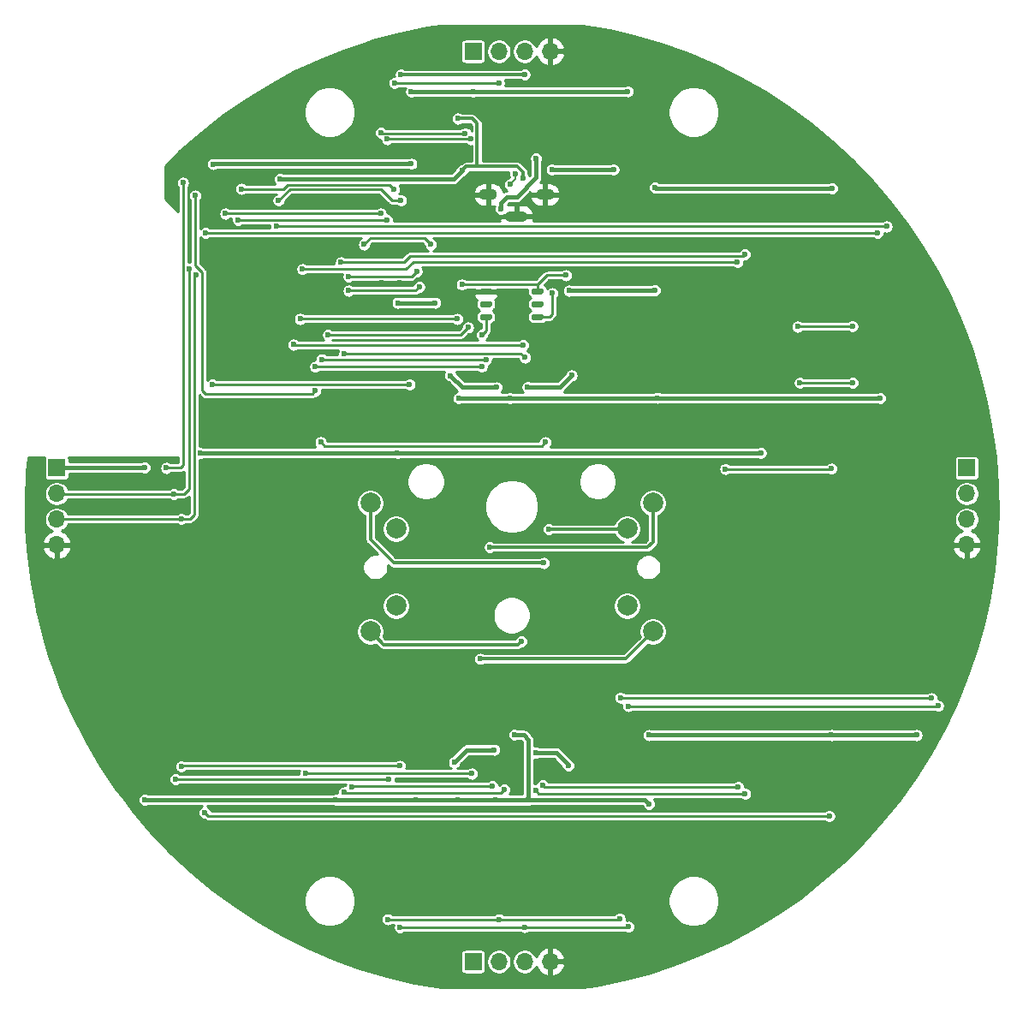
<source format=gbr>
%TF.GenerationSoftware,KiCad,Pcbnew,(5.1.9-0-10_14)*%
%TF.CreationDate,2021-05-05T23:39:55+02:00*%
%TF.ProjectId,clockclock,636c6f63-6b63-46c6-9f63-6b2e6b696361,rev?*%
%TF.SameCoordinates,Original*%
%TF.FileFunction,Copper,L2,Bot*%
%TF.FilePolarity,Positive*%
%FSLAX46Y46*%
G04 Gerber Fmt 4.6, Leading zero omitted, Abs format (unit mm)*
G04 Created by KiCad (PCBNEW (5.1.9-0-10_14)) date 2021-05-05 23:39:55*
%MOMM*%
%LPD*%
G01*
G04 APERTURE LIST*
%TA.AperFunction,ComponentPad*%
%ADD10C,2.000000*%
%TD*%
%TA.AperFunction,ComponentPad*%
%ADD11O,2.200000X1.100000*%
%TD*%
%TA.AperFunction,ComponentPad*%
%ADD12O,1.800000X1.100000*%
%TD*%
%TA.AperFunction,ComponentPad*%
%ADD13O,1.700000X1.700000*%
%TD*%
%TA.AperFunction,ComponentPad*%
%ADD14R,1.700000X1.700000*%
%TD*%
%TA.AperFunction,ViaPad*%
%ADD15C,0.600000*%
%TD*%
%TA.AperFunction,Conductor*%
%ADD16C,0.304800*%
%TD*%
%TA.AperFunction,Conductor*%
%ADD17C,0.457200*%
%TD*%
%TA.AperFunction,Conductor*%
%ADD18C,0.254000*%
%TD*%
%TA.AperFunction,Conductor*%
%ADD19C,0.203200*%
%TD*%
%TA.AperFunction,Conductor*%
%ADD20C,0.100000*%
%TD*%
G04 APERTURE END LIST*
D10*
%TO.P,M1,B2*%
%TO.N,/MOT_A3*%
X13970000Y-12360000D03*
%TO.P,M1,B1*%
%TO.N,/MOT_A4*%
X13970000Y360000D03*
%TO.P,M1,B3*%
%TO.N,/MOT_A2*%
X-13970000Y-12360000D03*
%TO.P,M1,B4*%
%TO.N,/MOT_A1*%
X-13970000Y360000D03*
%TO.P,M1,A3*%
%TO.N,/MOT_B2*%
X-11430000Y-9810000D03*
%TO.P,M1,A4*%
%TO.N,/MOT_B1*%
X-11430000Y-2190000D03*
%TO.P,M1,A2*%
%TO.N,/MOT_B3*%
X11430000Y-9810000D03*
%TO.P,M1,A1*%
%TO.N,/MOT_B4*%
X11430000Y-2190000D03*
%TD*%
D11*
%TO.P,J2,SH*%
%TO.N,GND*%
X482600Y28693800D03*
D12*
X3282600Y30843800D03*
X-2317400Y30843800D03*
%TD*%
%TO.P,U1,1*%
%TO.N,Net-(R21-Pad2)*%
%TA.AperFunction,SMDPad,CuDef*%
G36*
G01*
X-3150000Y18580000D02*
X-3150000Y18880000D01*
G75*
G02*
X-3000000Y19030000I150000J0D01*
G01*
X-2100000Y19030000D01*
G75*
G02*
X-1950000Y18880000I0J-150000D01*
G01*
X-1950000Y18580000D01*
G75*
G02*
X-2100000Y18430000I-150000J0D01*
G01*
X-3000000Y18430000D01*
G75*
G02*
X-3150000Y18580000I0J150000D01*
G01*
G37*
%TD.AperFunction*%
%TO.P,U1,6*%
%TO.N,Net-(Q2-Pad3)*%
%TA.AperFunction,SMDPad,CuDef*%
G36*
G01*
X1950000Y18580000D02*
X1950000Y18880000D01*
G75*
G02*
X2100000Y19030000I150000J0D01*
G01*
X3000000Y19030000D01*
G75*
G02*
X3150000Y18880000I0J-150000D01*
G01*
X3150000Y18580000D01*
G75*
G02*
X3000000Y18430000I-150000J0D01*
G01*
X2100000Y18430000D01*
G75*
G02*
X1950000Y18580000I0J150000D01*
G01*
G37*
%TD.AperFunction*%
%TO.P,U1,2*%
%TO.N,Net-(U1-Pad2)*%
%TA.AperFunction,SMDPad,CuDef*%
G36*
G01*
X-3150000Y19850000D02*
X-3150000Y20150000D01*
G75*
G02*
X-3000000Y20300000I150000J0D01*
G01*
X-2100000Y20300000D01*
G75*
G02*
X-1950000Y20150000I0J-150000D01*
G01*
X-1950000Y19850000D01*
G75*
G02*
X-2100000Y19700000I-150000J0D01*
G01*
X-3000000Y19700000D01*
G75*
G02*
X-3150000Y19850000I0J150000D01*
G01*
G37*
%TD.AperFunction*%
%TO.P,U1,5*%
%TO.N,Net-(U1-Pad5)*%
%TA.AperFunction,SMDPad,CuDef*%
G36*
G01*
X1950000Y19850000D02*
X1950000Y20150000D01*
G75*
G02*
X2100000Y20300000I150000J0D01*
G01*
X3000000Y20300000D01*
G75*
G02*
X3150000Y20150000I0J-150000D01*
G01*
X3150000Y19850000D01*
G75*
G02*
X3000000Y19700000I-150000J0D01*
G01*
X2100000Y19700000D01*
G75*
G02*
X1950000Y19850000I0J150000D01*
G01*
G37*
%TD.AperFunction*%
%TO.P,U1,3*%
%TO.N,GND*%
%TA.AperFunction,SMDPad,CuDef*%
G36*
G01*
X-3150000Y21120000D02*
X-3150000Y21420000D01*
G75*
G02*
X-3000000Y21570000I150000J0D01*
G01*
X-2100000Y21570000D01*
G75*
G02*
X-1950000Y21420000I0J-150000D01*
G01*
X-1950000Y21120000D01*
G75*
G02*
X-2100000Y20970000I-150000J0D01*
G01*
X-3000000Y20970000D01*
G75*
G02*
X-3150000Y21120000I0J150000D01*
G01*
G37*
%TD.AperFunction*%
%TO.P,U1,4*%
%TO.N,/PROX*%
%TA.AperFunction,SMDPad,CuDef*%
G36*
G01*
X1950000Y21120000D02*
X1950000Y21420000D01*
G75*
G02*
X2100000Y21570000I150000J0D01*
G01*
X3000000Y21570000D01*
G75*
G02*
X3150000Y21420000I0J-150000D01*
G01*
X3150000Y21120000D01*
G75*
G02*
X3000000Y20970000I-150000J0D01*
G01*
X2100000Y20970000D01*
G75*
G02*
X1950000Y21120000I0J150000D01*
G01*
G37*
%TD.AperFunction*%
%TD*%
D13*
%TO.P,J1,4*%
%TO.N,GND*%
X45000000Y-3810000D03*
%TO.P,J1,3*%
%TO.N,I2C_SDA*%
X45000000Y-1270000D03*
%TO.P,J1,2*%
%TO.N,I2C_SCL*%
X45000000Y1270000D03*
D14*
%TO.P,J1,1*%
%TO.N,+5V*%
X45000000Y3810000D03*
%TD*%
D13*
%TO.P,J3,4*%
%TO.N,GND*%
X3810000Y45000000D03*
%TO.P,J3,3*%
%TO.N,I2C_SDA*%
X1270000Y45000000D03*
%TO.P,J3,2*%
%TO.N,I2C_SCL*%
X-1270000Y45000000D03*
D14*
%TO.P,J3,1*%
%TO.N,+5V*%
X-3810000Y45000000D03*
%TD*%
D13*
%TO.P,J4,4*%
%TO.N,GND*%
X3810000Y-45000000D03*
%TO.P,J4,3*%
%TO.N,I2C_SDA*%
X1270000Y-45000000D03*
%TO.P,J4,2*%
%TO.N,I2C_SCL*%
X-1270000Y-45000000D03*
D14*
%TO.P,J4,1*%
%TO.N,+5V*%
X-3810000Y-45000000D03*
%TD*%
D13*
%TO.P,J5,4*%
%TO.N,GND*%
X-45000000Y-3810000D03*
%TO.P,J5,3*%
%TO.N,I2C_SDA*%
X-45000000Y-1270000D03*
%TO.P,J5,2*%
%TO.N,I2C_SCL*%
X-45000000Y1270000D03*
D14*
%TO.P,J5,1*%
%TO.N,+5V*%
X-45000000Y3810000D03*
%TD*%
D15*
%TO.N,GND*%
X15875000Y-25400000D03*
X-25501600Y16078200D03*
X-27330400Y14274800D03*
X-24003000Y14452600D03*
X-23825200Y17653000D03*
X-27279600Y17703800D03*
X32181800Y-14147800D03*
X29286200Y-14147800D03*
X482600Y-24917400D03*
X482600Y-25857200D03*
X-457200Y-25857200D03*
X-457200Y-24917400D03*
X431800Y12700000D03*
X-508000Y12700000D03*
X431800Y13690600D03*
X-533400Y13665200D03*
X-1016000Y35814000D03*
X1016000Y35814000D03*
X1016000Y37846000D03*
X-1016000Y37846000D03*
X-5334000Y39878000D03*
X-17322800Y3327400D03*
X-3733800Y21285200D03*
X3454400Y17754600D03*
X6091200Y16738600D03*
X17653000Y14452600D03*
X-12852400Y11252200D03*
X-9296400Y12954000D03*
X-6045200Y23241000D03*
X427200Y-33558000D03*
X-17983200Y-18237200D03*
X-7924800Y-29972000D03*
X30734000Y-8966200D03*
X28067000Y32689800D03*
X29362400Y-33832800D03*
X18923000Y-25425400D03*
X-3302000Y9144000D03*
X4038600Y34391600D03*
X-1778000Y16764000D03*
X1447800Y22707600D03*
X-29286200Y-14071600D03*
X-31851600Y-31343600D03*
X-23799800Y-23164800D03*
X-18745202Y-23825200D03*
X37084000Y-7950200D03*
X30530800Y-1016000D03*
X28397200Y22225000D03*
X33655000Y22225000D03*
X28270200Y7747000D03*
X33705800Y7772400D03*
X9321800Y-25400000D03*
X-9423400Y-25400000D03*
X9372600Y12954000D03*
X9398000Y22885400D03*
X24333200Y-7924800D03*
X8407400Y39141400D03*
X-26543000Y10414000D03*
X-20828000Y10414000D03*
X-22098000Y14224000D03*
X-20701000Y21082000D03*
X-20193000Y17145000D03*
X1651000Y6985000D03*
X-21082000Y-381000D03*
X-21336000Y6350000D03*
X-25146000Y6350000D03*
X-25146000Y254000D03*
X-12827000Y22098000D03*
X-11049000Y22098000D03*
X-28956000Y10287000D03*
X-29591000Y17653000D03*
X-29591000Y14224000D03*
X-27305000Y19685000D03*
X-23876000Y19812000D03*
X-30480000Y10287000D03*
X-4064000Y34290000D03*
X-7112000Y34290000D03*
X-6350000Y31242000D03*
X-9017000Y31242000D03*
X-9017000Y28956000D03*
X-6350000Y28956000D03*
X-6350000Y25908000D03*
X-3429000Y25908000D03*
X-3429000Y28956000D03*
X-3429000Y32766000D03*
X-2413000Y34544000D03*
X-2413000Y39243000D03*
X2413000Y39243000D03*
X2413000Y42545000D03*
X6731000Y46736000D03*
X-6858000Y46736000D03*
X-20193000Y42545000D03*
X20828000Y42545000D03*
X30226000Y36195000D03*
X-31115000Y36195000D03*
X-33782000Y33274000D03*
X-47625000Y127000D03*
X47371000Y-127000D03*
X45466000Y-12827000D03*
X-45212000Y-12827000D03*
X-39878000Y-24892000D03*
X39878000Y-25019000D03*
X-29083000Y-36830000D03*
X29972000Y-36830000D03*
X20447000Y-42799000D03*
X-19812000Y-42926000D03*
X-7112000Y-46990000D03*
X7112000Y-46990000D03*
X3937000Y-25654000D03*
X2413000Y-22098000D03*
X-889000Y-22606000D03*
X-889000Y-20066000D03*
X2286000Y-20066000D03*
X-4953000Y-20066000D03*
X-4953000Y-22606000D03*
X-10160000Y-22606000D03*
X-10160000Y-20066000D03*
X-14605000Y-20066000D03*
X-14605000Y-22606000D03*
X-14605000Y-17145000D03*
X-10160000Y-17145000D03*
X-4953000Y-17145000D03*
X-10160000Y-14605000D03*
X-4953000Y-14605000D03*
X-14605000Y-14605000D03*
X-14605000Y-29845000D03*
X-14605000Y-31623000D03*
X-10287000Y-34544000D03*
X-10287000Y-42926000D03*
X-14605000Y-42799000D03*
X-7874000Y-42926000D03*
X-8128000Y-39497000D03*
X-2667000Y-39497000D03*
X-2667000Y-34544000D03*
X8890000Y-34544000D03*
X9017000Y-39497000D03*
X3302000Y-39497000D03*
X3302000Y-34417000D03*
X8890000Y-29845000D03*
X3302000Y-29845000D03*
X8890000Y-22098000D03*
X8890000Y-20066000D03*
X8890000Y-17145000D03*
X4953000Y-17145000D03*
X2032000Y-17145000D03*
X-508000Y-17145000D03*
X4445000Y-13335000D03*
X8890000Y-13208000D03*
X8890000Y-10795000D03*
X4318000Y-10922000D03*
X8890000Y-8636000D03*
X5715000Y-6858000D03*
X2413000Y-3048000D03*
X2540000Y2286000D03*
X-2794000Y2286000D03*
X-2667000Y-2667000D03*
X8890000Y-635000D03*
X5715000Y-635000D03*
X5715000Y-3175000D03*
X8890000Y-3175000D03*
X-4953000Y-3810000D03*
X-10160000Y-3683000D03*
X-10160000Y-7747000D03*
X-4953000Y-7874000D03*
X-4953000Y-11049000D03*
X-10160000Y-11049000D03*
X-14605000Y-9017000D03*
X-14732000Y-2794000D03*
X-14478000Y4191000D03*
X-10160000Y0D03*
X-10160000Y4064000D03*
X-10160000Y7620000D03*
X-5588000Y7620000D03*
X-10160000Y10287000D03*
X-6604000Y10287000D03*
X-2413000Y9906000D03*
X-254000Y6985000D03*
X-2540000Y6985000D03*
X-127000Y9525000D03*
X1651000Y9525000D03*
X4572000Y9525000D03*
X4572000Y6985000D03*
X8890000Y6985000D03*
X8890000Y9525000D03*
X12573000Y9525000D03*
X12573000Y6985000D03*
X16002000Y6985000D03*
X16002000Y9525000D03*
X20447000Y9525000D03*
X20447000Y6985000D03*
X20447000Y14478000D03*
X24765000Y14478000D03*
X24765000Y9525000D03*
X24765000Y6985000D03*
X29845000Y6985000D03*
X29845000Y9525000D03*
X29845000Y14478000D03*
X34671000Y14478000D03*
X34671000Y9525000D03*
X38227000Y9525000D03*
X38481000Y14478000D03*
X34671000Y19939000D03*
X29845000Y19558000D03*
X38481000Y19685000D03*
X43815000Y18415000D03*
X45593000Y14351000D03*
X40259000Y25400000D03*
X34671000Y25400000D03*
X29845000Y25400000D03*
X24765000Y25400000D03*
X20447000Y26162000D03*
X15748000Y26035000D03*
X15621000Y19558000D03*
X15748000Y23114000D03*
X20447000Y22987000D03*
X20447000Y19431000D03*
X15621000Y14478000D03*
X12827000Y14478000D03*
X12954000Y19558000D03*
X10160000Y19558000D03*
X10033000Y14478000D03*
X4445000Y13081000D03*
X12954000Y26035000D03*
X10160000Y26035000D03*
X6096000Y26035000D03*
X2159000Y26289000D03*
X-1143000Y25908000D03*
X16002000Y3683000D03*
X12573000Y3683000D03*
X16002000Y-635000D03*
X16002000Y-3175000D03*
X16002000Y-8636000D03*
X16002000Y-10795000D03*
X16002000Y-13208000D03*
X16002000Y-17145000D03*
X16002000Y-21209000D03*
X-21844000Y-6096000D03*
X-21844000Y-10033000D03*
X-29337000Y-10160000D03*
X-29337000Y-6096000D03*
X-29845000Y127000D03*
X-29845000Y3175000D03*
X-26924000Y3175000D03*
X-35179000Y0D03*
X-38100000Y-127000D03*
X-38100000Y2540000D03*
X-35179000Y2540000D03*
X-35052000Y-2540000D03*
X-38100000Y-2540000D03*
X-35179000Y-6096000D03*
X-35179000Y-10160000D03*
X-35179000Y-14097000D03*
X-38100000Y-6096000D03*
X-38100000Y-10160000D03*
X-38100000Y-14097000D03*
X-35179000Y-17907000D03*
X-35179000Y-21971000D03*
X-35179000Y-26543000D03*
X-37719000Y-26543000D03*
X-37846000Y-21971000D03*
X-37846000Y-17907000D03*
X-29591000Y-17907000D03*
X-29464000Y-23876000D03*
X-29464000Y-27940000D03*
X-23749000Y-27940000D03*
X-23749000Y-29845000D03*
X-29464000Y-29845000D03*
X-18796000Y-29845000D03*
X-18796000Y-32766000D03*
X-23749000Y-32766000D03*
X25908000Y-13208000D03*
X25908000Y-17145000D03*
X25908000Y-21209000D03*
X25908000Y-24257000D03*
X25908000Y-29845000D03*
X37084000Y-13208000D03*
X37084000Y-17145000D03*
X37084000Y-21209000D03*
X37084000Y-24257000D03*
X43434000Y9398000D03*
X38354000Y1143000D03*
X28194000Y1143000D03*
X33147000Y1143000D03*
X28194000Y4826000D03*
X33147000Y4953000D03*
X28194000Y-3937000D03*
X33147000Y-3810000D03*
X33020000Y-10795000D03*
X28194000Y-10795000D03*
X31242000Y-17145000D03*
X16002000Y-34544000D03*
X24003000Y-34544000D03*
X16002000Y-29464000D03*
X20447000Y29083000D03*
X15748000Y29083000D03*
X15748000Y32893000D03*
X20574000Y32893000D03*
X24765000Y32893000D03*
X24765000Y36195000D03*
X20447000Y36195000D03*
X15748000Y36195000D03*
X-19050000Y30099000D03*
X-14605000Y30099000D03*
X-14605000Y35433000D03*
X-19050000Y35433000D03*
X-14478000Y40513000D03*
X-22479000Y38862000D03*
X-25908000Y35433000D03*
X-14478000Y44577000D03*
X-6858000Y44704000D03*
X6731000Y44704000D03*
X-127000Y46736000D03*
X9779000Y36195000D03*
X9779000Y39878000D03*
X11557000Y30988000D03*
X13208000Y30988000D03*
X13208000Y28702000D03*
X11557000Y28702000D03*
X5588000Y28956000D03*
X5588000Y30988000D03*
X8636000Y30988000D03*
X24765000Y29083000D03*
X-25527000Y-7747000D03*
X-25273000Y-16510000D03*
X-24130000Y-39624000D03*
X24892000Y-39497000D03*
X-5588000Y0D03*
X-5588000Y3937000D03*
X381000Y-7239000D03*
X381000Y-4826000D03*
%TO.N,+3V3*%
X-4902200Y33223200D03*
X-5334000Y38354000D03*
X-11303000Y5308600D03*
X-7569200Y20142200D03*
X-11277600Y20142200D03*
X24638000Y5308600D03*
X-22910800Y32385000D03*
X1092200Y32461200D03*
X-30789579Y5283200D03*
%TO.N,I2C_SDA*%
X-23063200Y30251400D03*
X-10947400Y30251400D03*
X-10947400Y42697400D03*
X1270000Y42697400D03*
X-32689800Y-1244600D03*
X-11074400Y-25654000D03*
X-11049000Y-41605200D03*
X1270000Y-41579800D03*
X11557000Y-41554400D03*
X11531600Y-19735800D03*
X42164000Y-19710400D03*
X-32689800Y-25704788D03*
X-31246790Y22860000D03*
%TO.N,+5V*%
X5664200Y21336000D03*
X14401800Y10744200D03*
X-5308600Y-29032200D03*
X-1549400Y-29032200D03*
X1651000Y-29006800D03*
X13563600Y-22606000D03*
X254000Y-22580602D03*
X-36296600Y-29006800D03*
X-36296600Y3835400D03*
X40030400Y-22606000D03*
X36449000Y10718800D03*
X-3810000Y41021000D03*
X11480800Y41046400D03*
X31673800Y31470600D03*
X14173200Y31521400D03*
X-9931400Y41021000D03*
X-9931400Y33883600D03*
X-29514798Y33858202D03*
X31623000Y-22606000D03*
X13589000Y-29413200D03*
X14173200Y21361398D03*
X-9423400Y-29032200D03*
X-176184Y10720412D03*
X-5257800Y10693400D03*
X3962400Y33299400D03*
X10058400Y33299400D03*
X-17399000Y-29006780D03*
%TO.N,Net-(R5-Pad1)*%
X-1727200Y-24053800D03*
X-5689600Y-25298400D03*
%TO.N,Net-(R6-Pad1)*%
X5918202Y12954000D03*
X1574800Y11811000D03*
%TO.N,Net-(R7-Pad1)*%
X2413000Y-24333200D03*
X5613400Y-25603200D03*
%TO.N,Net-(R8-Pad1)*%
X-1498600Y11785600D03*
X-6070598Y12928600D03*
%TO.N,/MOT_B4*%
X3657600Y-2235200D03*
%TO.N,/MOT_A2*%
X939800Y-13335000D03*
%TO.N,/MOT_A1*%
X3175000Y-5588000D03*
%TO.N,/MOT_A4*%
X-2159000Y-4038600D03*
%TO.N,/MOT_A3*%
X-3098800Y-15062200D03*
%TO.N,Net-(D1-Pad2)*%
X-1085820Y29419580D03*
X2413000Y34417000D03*
%TO.N,/ESP_RST*%
X-29591000Y12065000D03*
X-10101030Y12047993D03*
%TO.N,/D-*%
X-167400Y31837962D03*
X344396Y32906094D03*
%TO.N,/MOT_REF*%
X-3937000Y-26416000D03*
X-20370800Y-26390600D03*
X-18897600Y6350000D03*
X3327400Y6350000D03*
%TO.N,/ESP_GPIO0*%
X-8001000Y25908000D03*
X-14605000Y25908000D03*
%TO.N,/MOT_DIR0*%
X-16891000Y24130000D03*
X23088600Y-28397200D03*
X2382810Y-28087610D03*
X23037800Y24917400D03*
%TO.N,/MOT_DIR1*%
X-2540000Y14554200D03*
X-18770600Y14554194D03*
%TO.N,/MOT_STCK1*%
X-2971800Y13817600D03*
X-19430996Y13817600D03*
%TO.N,/MOT_STCK0*%
X-20701000Y23469600D03*
X22402800Y-27736800D03*
X3048000Y-27559002D03*
X22326600Y24185590D03*
%TO.N,/MOT_RST1*%
X1143000Y15951200D03*
X-21590000Y16002000D03*
%TO.N,BUT_MIN*%
X-23241000Y27686000D03*
X37084000Y27686000D03*
X28498800Y12242800D03*
X33738400Y12250000D03*
%TO.N,/ESP_RX*%
X-4064000Y36322000D03*
X-27051000Y28321004D03*
X-12319000Y28321000D03*
X-12319000Y36322000D03*
%TO.N,/ESP_TX*%
X-4596028Y36901400D03*
X-28321000Y28956000D03*
X-12954000Y36957000D03*
X-12954002Y28955998D03*
%TO.N,BUT_PLUS*%
X36195000Y27051000D03*
X28270200Y17780000D03*
X33680400Y17805400D03*
X-30281590Y27051000D03*
%TO.N,/MOT_RST0*%
X-736600Y-27990800D03*
X-16560800Y-28274990D03*
%TO.N,/ESP_GPIO2*%
X-16129000Y22733000D03*
X-9398000Y23241000D03*
%TO.N,/MOT_EN*%
X1320800Y14732000D03*
X-1905000Y-27660600D03*
X-15798800Y-27736800D03*
X-16535400Y15143190D03*
%TO.N,/ESP_GPIO15*%
X-9144000Y21717000D03*
X-16129000Y21336000D03*
%TO.N,Net-(D2-Pad1)*%
X-34163000Y3810000D03*
X-32512000Y32004000D03*
%TO.N,/LED_DATA*%
X-19431000Y11430000D03*
X-31292788Y30734012D03*
%TO.N,Net-(D3-Pad1)*%
X-30378400Y-30251400D03*
X31394400Y-30607000D03*
%TO.N,Net-(D4-Pad1)*%
X21132800Y3708400D03*
X31618729Y3738071D03*
%TO.N,/PROX_LED*%
X-18161000Y16992600D03*
X-4318000Y17703800D03*
%TO.N,/PROX*%
X-20929600Y18542000D03*
X-4927600Y21945600D03*
X-5410198Y18542000D03*
X5359400Y22860000D03*
%TO.N,Net-(R21-Pad2)*%
X-2946400Y16992600D03*
%TO.N,I2C_SCL*%
X-11607800Y41884600D03*
X-1270000Y41859200D03*
X-33248600Y-26974800D03*
X-12192000Y-27000200D03*
X-11633200Y31373790D03*
X-12242800Y-40817800D03*
X-1270000Y-40817800D03*
X10668000Y-40741600D03*
X10744200Y-18897600D03*
X41503600Y-18948400D03*
X-26733004Y31407596D03*
X-33426400Y1244600D03*
X-31932590Y23495000D03*
%TO.N,Net-(Q2-Pad3)*%
X4013200Y21082000D03*
%TD*%
D16*
%TO.N,GND*%
X-3718600Y21270000D02*
X-3733800Y21285200D01*
X-2550000Y21270000D02*
X-3718600Y21270000D01*
%TO.N,+3V3*%
X-4508599Y33616801D02*
X-4902200Y33223200D01*
X-3408399Y33685199D02*
X-3340001Y33616801D01*
X-3408399Y37850799D02*
X-3408399Y33685199D01*
X-3911600Y38354000D02*
X-3408399Y37850799D01*
X-5334000Y38354000D02*
X-3911600Y38354000D01*
X-3340001Y33616801D02*
X-4508599Y33616801D01*
D17*
X-11277600Y20142200D02*
X-7569200Y20142200D01*
X-11303000Y5308600D02*
X24638000Y5308600D01*
D16*
X1092200Y33088664D02*
X1092200Y32461200D01*
X-3340001Y33616801D02*
X564063Y33616801D01*
X564063Y33616801D02*
X1092200Y33088664D01*
D17*
X-11303000Y5308600D02*
X-30764179Y5308600D01*
X-30764179Y5308600D02*
X-30789579Y5283200D01*
X-5740378Y32385022D02*
X-22910778Y32385022D01*
X-22910778Y32385022D02*
X-22910800Y32385000D01*
X-4902200Y33223200D02*
X-5740378Y32385022D01*
D16*
%TO.N,I2C_SDA*%
X-10947400Y42697400D02*
X1270000Y42697400D01*
D18*
X-32689800Y-1244600D02*
X-44974600Y-1244600D01*
X-44974600Y-1244600D02*
X-45000000Y-1270000D01*
X1244600Y-41605200D02*
X1270000Y-41579800D01*
X-11049000Y-41605200D02*
X1244600Y-41605200D01*
X11531600Y-41579800D02*
X11557000Y-41554400D01*
X1270000Y-41579800D02*
X11531600Y-41579800D01*
X42138600Y-19735800D02*
X42164000Y-19710400D01*
X11531600Y-19735800D02*
X42138600Y-19735800D01*
X-11074400Y-25654000D02*
X-32639012Y-25654000D01*
X-32639012Y-25654000D02*
X-32689800Y-25704788D01*
X-31419789Y22687001D02*
X-31246790Y22860000D01*
X-31851600Y-1244600D02*
X-31419789Y-812789D01*
X-31419789Y-812789D02*
X-31419789Y22687001D01*
X-32689800Y-1244600D02*
X-31851600Y-1244600D01*
X-12948910Y31369000D02*
X-11831310Y30251400D01*
X-21945600Y31369000D02*
X-12948910Y31369000D01*
X-11831310Y30251400D02*
X-10947400Y30251400D01*
X-23063200Y30251400D02*
X-21945600Y31369000D01*
%TO.N,+5V*%
X14376400Y10718800D02*
X14401800Y10744200D01*
D17*
X-5308600Y-29032200D02*
X-1549400Y-29032200D01*
D18*
X1625600Y-29032200D02*
X1651000Y-29006800D01*
D17*
X-1549400Y-29032200D02*
X1625600Y-29032200D01*
X254000Y-22580602D02*
X279398Y-22606000D01*
X-36296600Y3835400D02*
X-44974600Y3835400D01*
X-44974600Y3835400D02*
X-45000000Y3810000D01*
X36449000Y10718800D02*
X14427200Y10718800D01*
X14427200Y10718800D02*
X14401800Y10744200D01*
X11455400Y41021000D02*
X11480800Y41046400D01*
X-3810000Y41021000D02*
X11455400Y41021000D01*
X14224000Y31470600D02*
X14173200Y31521400D01*
X31673800Y31470600D02*
X14224000Y31470600D01*
X-9931400Y41021000D02*
X-3810000Y41021000D01*
X-9931400Y33883600D02*
X-29489400Y33883600D01*
X-29489400Y33883600D02*
X-29514798Y33858202D01*
X31623000Y-22606000D02*
X40030400Y-22606000D01*
X13563600Y-22606000D02*
X31623000Y-22606000D01*
X1651000Y-23063200D02*
X1168402Y-22580602D01*
X1168402Y-22580602D02*
X254000Y-22580602D01*
X1651000Y-29006800D02*
X1651000Y-23063200D01*
X1651000Y-29006800D02*
X13182600Y-29006800D01*
X13182600Y-29006800D02*
X13589000Y-29413200D01*
X14147802Y21336000D02*
X14173200Y21361398D01*
X5664200Y21336000D02*
X14147802Y21336000D01*
X-5308600Y-29032200D02*
X-9423400Y-29032200D01*
X14376400Y10718800D02*
X-174572Y10718800D01*
X-174572Y10718800D02*
X-176184Y10720412D01*
X-5230788Y10720412D02*
X-5257800Y10693400D01*
X-176184Y10720412D02*
X-5230788Y10720412D01*
X3962400Y33299400D02*
X10058400Y33299400D01*
X-36296600Y-29006800D02*
X-17399020Y-29006800D01*
D18*
X-17424420Y-29032200D02*
X-17399000Y-29006780D01*
D17*
X-17399020Y-29006800D02*
X-17399000Y-29006780D01*
X-17373580Y-29032200D02*
X-17399000Y-29006780D01*
X-9423400Y-29032200D02*
X-17373580Y-29032200D01*
%TO.N,Net-(R5-Pad1)*%
X-5689600Y-25247600D02*
X-5689600Y-25298400D01*
X-4495800Y-24053800D02*
X-5689600Y-25247600D01*
X-1727200Y-24053800D02*
X-4495800Y-24053800D01*
%TO.N,Net-(R6-Pad1)*%
X5918202Y12954000D02*
X4775202Y11811000D01*
X4775202Y11811000D02*
X1574800Y11811000D01*
%TO.N,Net-(R7-Pad1)*%
X4394200Y-24333200D02*
X5613400Y-25552400D01*
X5613400Y-25552400D02*
X5613400Y-25603200D01*
X2413000Y-24333200D02*
X4394200Y-24333200D01*
%TO.N,Net-(R8-Pad1)*%
X-6070598Y12928598D02*
X-6070598Y12928600D01*
X-4927600Y11785600D02*
X-6070598Y12928598D01*
X-1498600Y11785600D02*
X-4927600Y11785600D01*
D16*
%TO.N,/MOT_B4*%
X3657600Y-2235200D02*
X11384800Y-2235200D01*
X11384800Y-2235200D02*
X11430000Y-2190000D01*
%TO.N,/MOT_A2*%
X-13970000Y-12360000D02*
X-12695001Y-13634999D01*
X-12695001Y-13634999D02*
X639801Y-13634999D01*
X639801Y-13634999D02*
X939800Y-13335000D01*
%TO.N,/MOT_A1*%
X-11684000Y-5588000D02*
X3175000Y-5588000D01*
X-13970000Y-3302000D02*
X-11684000Y-5588000D01*
X-13970000Y360000D02*
X-13970000Y-3302000D01*
%TO.N,/MOT_A4*%
X13970000Y360000D02*
X13970000Y-3505200D01*
X13970000Y-3505200D02*
X13436600Y-4038600D01*
X13436600Y-4038600D02*
X-2159000Y-4038600D01*
%TO.N,/MOT_A3*%
X13970000Y-12360000D02*
X11267800Y-15062200D01*
X11267800Y-15062200D02*
X-3098800Y-15062200D01*
D17*
%TO.N,Net-(D1-Pad2)*%
X-1085820Y29419580D02*
X-1085820Y30029180D01*
X-1085820Y30029180D02*
X-508000Y30607000D01*
X-508000Y30607000D02*
X508000Y30607000D01*
X508000Y30607000D02*
X2413000Y32512000D01*
X2413000Y32512000D02*
X2413000Y34417000D01*
D18*
%TO.N,/ESP_RST*%
X-10118037Y12065000D02*
X-10101030Y12047993D01*
X-29591000Y12065000D02*
X-10118037Y12065000D01*
D19*
%TO.N,/D-*%
X-167400Y31837962D02*
X344396Y32349758D01*
X344396Y32349758D02*
X344396Y32906094D01*
D18*
%TO.N,/MOT_REF*%
X-20345400Y-26416000D02*
X-20370800Y-26390600D01*
X-3937000Y-26416000D02*
X-20345400Y-26416000D01*
X2946400Y5969000D02*
X3327400Y6350000D01*
X-18516600Y5969000D02*
X2946400Y5969000D01*
X-18897600Y6350000D02*
X-18516600Y5969000D01*
%TO.N,/ESP_GPIO0*%
X-13970000Y26543000D02*
X-14605000Y25908000D01*
X-8636000Y26543000D02*
X-13970000Y26543000D01*
X-8001000Y25908000D02*
X-8636000Y26543000D01*
%TO.N,/MOT_DIR0*%
X13916899Y-28397200D02*
X13907308Y-28387609D01*
X2682809Y-28387609D02*
X2382810Y-28087610D01*
X13907308Y-28387609D02*
X2682809Y-28387609D01*
X23088600Y-28397200D02*
X13916899Y-28397200D01*
X22885400Y24765000D02*
X23037800Y24917400D01*
X-10668000Y24130000D02*
X-10033000Y24765000D01*
X-16891000Y24130000D02*
X-10668000Y24130000D01*
X-10033000Y24765000D02*
X22885400Y24765000D01*
%TO.N,/MOT_DIR1*%
X-18770594Y14554200D02*
X-18770600Y14554194D01*
X-2540000Y14554200D02*
X-18770594Y14554200D01*
%TO.N,/MOT_STCK1*%
X-2971800Y13817600D02*
X-19430996Y13817600D01*
%TO.N,/MOT_STCK0*%
X3225798Y-27736800D02*
X3048000Y-27559002D01*
X22402800Y-27736800D02*
X3225798Y-27736800D01*
X-20701000Y23469600D02*
X-10439400Y23469600D01*
X-9723410Y24185590D02*
X22326600Y24185590D01*
X-10439400Y23469600D02*
X-9723410Y24185590D01*
%TO.N,/MOT_RST1*%
X-21539200Y15951200D02*
X-21590000Y16002000D01*
X1143000Y15951200D02*
X-21539200Y15951200D01*
%TO.N,BUT_MIN*%
X-23241000Y27686000D02*
X37084000Y27686000D01*
X33731200Y12242800D02*
X33738400Y12250000D01*
X28498800Y12242800D02*
X33731200Y12242800D01*
%TO.N,/ESP_RX*%
X-12319004Y28321004D02*
X-12319000Y28321000D01*
X-27051000Y28321004D02*
X-12319004Y28321004D01*
X-4064000Y36322000D02*
X-12319000Y36322000D01*
%TO.N,/ESP_TX*%
X-4596028Y36901400D02*
X-12898400Y36901400D01*
X-12898400Y36901400D02*
X-12954000Y36957000D01*
X-28321000Y28956000D02*
X-12954004Y28956000D01*
X-12954004Y28956000D02*
X-12954002Y28955998D01*
%TO.N,BUT_PLUS*%
X33655000Y17780000D02*
X33680400Y17805400D01*
X28270200Y17780000D02*
X33655000Y17780000D01*
X36195000Y27051000D02*
X-30281590Y27051000D01*
%TO.N,/MOT_RST0*%
X-16510000Y-28325790D02*
X-16560800Y-28274990D01*
X-736600Y-27990800D02*
X-1071590Y-28325790D01*
X-1071590Y-28325790D02*
X-16510000Y-28325790D01*
%TO.N,/ESP_GPIO2*%
X-9906000Y22733000D02*
X-9398000Y23241000D01*
X-16129000Y22733000D02*
X-9906000Y22733000D01*
%TO.N,/MOT_EN*%
X-15722600Y-27660600D02*
X-15798800Y-27736800D01*
X-1905000Y-27660600D02*
X-15722600Y-27660600D01*
X1320800Y14732000D02*
X909610Y15143190D01*
X909610Y15143190D02*
X-16535400Y15143190D01*
%TO.N,/ESP_GPIO15*%
X-9525000Y21336000D02*
X-16129000Y21336000D01*
X-9144000Y21717000D02*
X-9525000Y21336000D01*
%TO.N,Net-(D2-Pad1)*%
X-34163000Y3810000D02*
X-32766000Y3810000D01*
X-32766000Y3810000D02*
X-32512000Y4064000D01*
X-32512000Y4064000D02*
X-32512000Y32004000D01*
%TO.N,/LED_DATA*%
X-30607000Y23152908D02*
X-31292788Y23838696D01*
X-30607000Y11430000D02*
X-30607000Y23152908D01*
X-31292788Y23838696D02*
X-31292788Y30309748D01*
X-19730999Y11130001D02*
X-30307001Y11130001D01*
X-30307001Y11130001D02*
X-30607000Y11430000D01*
X-19431000Y11430000D02*
X-19730999Y11130001D01*
X-31292788Y30309748D02*
X-31292788Y30734012D01*
%TO.N,Net-(D3-Pad1)*%
X-30022800Y-30607000D02*
X31394400Y-30607000D01*
X-30378400Y-30251400D02*
X-30022800Y-30607000D01*
%TO.N,Net-(D4-Pad1)*%
X21132800Y3708400D02*
X31589058Y3708400D01*
X31589058Y3708400D02*
X31618729Y3738071D01*
%TO.N,/PROX_LED*%
X-18161000Y16992600D02*
X-5029200Y16992600D01*
X-5029200Y16992600D02*
X-4318000Y17703800D01*
%TO.N,/PROX*%
X-20929600Y18542000D02*
X-5410198Y18542000D01*
X2550000Y21945600D02*
X2550000Y21270000D01*
X-4927600Y21945600D02*
X2550000Y21945600D01*
X3479800Y22860000D02*
X5359400Y22860000D01*
X2550000Y21930200D02*
X3479800Y22860000D01*
X2550000Y21270000D02*
X2550000Y21930200D01*
%TO.N,Net-(R21-Pad2)*%
X-2550000Y18730000D02*
X-2550000Y17389000D01*
X-2550000Y17389000D02*
X-2946400Y16992600D01*
%TO.N,I2C_SCL*%
X-1295400Y41884600D02*
X-1270000Y41859200D01*
X-11607800Y41884600D02*
X-1295400Y41884600D01*
X-12217400Y-26974800D02*
X-12192000Y-27000200D01*
X-33248600Y-26974800D02*
X-12217400Y-26974800D01*
X-12242800Y-40817800D02*
X-1270000Y-40817800D01*
X10591800Y-40817800D02*
X10668000Y-40741600D01*
X-1270000Y-40817800D02*
X10591800Y-40817800D01*
X41452800Y-18897600D02*
X41503600Y-18948400D01*
X10744200Y-18897600D02*
X41452800Y-18897600D01*
X-44974600Y1244600D02*
X-45000000Y1270000D01*
X-33426400Y1244600D02*
X-44974600Y1244600D01*
X-31932590Y1722410D02*
X-31932590Y23495000D01*
X-32410400Y1244600D02*
X-31932590Y1722410D01*
X-33426400Y1244600D02*
X-32410400Y1244600D01*
X-22553597Y31407596D02*
X-26733004Y31407596D01*
X-11633200Y31373790D02*
X-12085621Y31826211D01*
X-12085621Y31826211D02*
X-22134982Y31826211D01*
X-22134982Y31826211D02*
X-22553597Y31407596D01*
%TO.N,Net-(Q2-Pad3)*%
X4013200Y19024600D02*
X4013200Y21082000D01*
X3718600Y18730000D02*
X4013200Y19024600D01*
X2550000Y18730000D02*
X3718600Y18730000D01*
%TD*%
%TO.N,GND*%
X9664792Y47095082D02*
X12359741Y46460648D01*
X15013709Y45672130D01*
X17617877Y44732151D01*
X20163638Y43643816D01*
X22642515Y42410746D01*
X25046295Y41037032D01*
X27367036Y39527209D01*
X29596990Y37886318D01*
X31728814Y36119764D01*
X33755391Y34233441D01*
X35670041Y32233571D01*
X37466373Y30126829D01*
X39138473Y27920151D01*
X40680780Y25620873D01*
X42088151Y23236663D01*
X43355963Y20775353D01*
X44479979Y18245173D01*
X45456493Y15654460D01*
X46282254Y13011834D01*
X46954521Y10326074D01*
X47471072Y7606064D01*
X47830194Y4860813D01*
X48030690Y2099466D01*
X48071900Y-668853D01*
X47953685Y-3434956D01*
X47676438Y-6189680D01*
X47241081Y-8923855D01*
X46649054Y-11628441D01*
X45902319Y-14294475D01*
X45003357Y-16913095D01*
X43955150Y-19475615D01*
X42761169Y-21973561D01*
X41425380Y-24398625D01*
X39952204Y-26742780D01*
X38346527Y-28998254D01*
X36613690Y-31157545D01*
X34759422Y-33213513D01*
X32789876Y-35159337D01*
X30711604Y-36988543D01*
X28531464Y-38695096D01*
X26256699Y-40273324D01*
X23894870Y-41717983D01*
X21453798Y-43024289D01*
X18941573Y-44187914D01*
X16366535Y-45204993D01*
X13737205Y-46072161D01*
X11062329Y-46786534D01*
X8347828Y-47346351D01*
X6965510Y-47569000D01*
X-6962492Y-47569000D01*
X-9664795Y-47095081D01*
X-12359746Y-46460647D01*
X-15013709Y-45672130D01*
X-17617876Y-44732151D01*
X-18979605Y-44150000D01*
X-5042843Y-44150000D01*
X-5042843Y-45850000D01*
X-5035487Y-45924689D01*
X-5013701Y-45996508D01*
X-4978322Y-46062696D01*
X-4930711Y-46120711D01*
X-4872696Y-46168322D01*
X-4806508Y-46203701D01*
X-4734689Y-46225487D01*
X-4660000Y-46232843D01*
X-2960000Y-46232843D01*
X-2885311Y-46225487D01*
X-2813492Y-46203701D01*
X-2747304Y-46168322D01*
X-2689289Y-46120711D01*
X-2641678Y-46062696D01*
X-2606299Y-45996508D01*
X-2584513Y-45924689D01*
X-2577157Y-45850000D01*
X-2577157Y-44878757D01*
X-2501000Y-44878757D01*
X-2501000Y-45121243D01*
X-2453693Y-45359069D01*
X-2360898Y-45583097D01*
X-2226180Y-45784717D01*
X-2054717Y-45956180D01*
X-1853097Y-46090898D01*
X-1629069Y-46183693D01*
X-1391243Y-46231000D01*
X-1148757Y-46231000D01*
X-910931Y-46183693D01*
X-686903Y-46090898D01*
X-485283Y-45956180D01*
X-313820Y-45784717D01*
X-179102Y-45583097D01*
X-86307Y-45359069D01*
X-39000Y-45121243D01*
X-39000Y-44878757D01*
X39000Y-44878757D01*
X39000Y-45121243D01*
X86307Y-45359069D01*
X179102Y-45583097D01*
X313820Y-45784717D01*
X485283Y-45956180D01*
X686903Y-46090898D01*
X910931Y-46183693D01*
X1148757Y-46231000D01*
X1391243Y-46231000D01*
X1629069Y-46183693D01*
X1853097Y-46090898D01*
X2054717Y-45956180D01*
X2226180Y-45784717D01*
X2360898Y-45583097D01*
X2408228Y-45468832D01*
X2465843Y-45631252D01*
X2614822Y-45881355D01*
X2809731Y-46097588D01*
X3043080Y-46271641D01*
X3305901Y-46396825D01*
X3453110Y-46441476D01*
X3683000Y-46320155D01*
X3683000Y-45127000D01*
X3937000Y-45127000D01*
X3937000Y-46320155D01*
X4166890Y-46441476D01*
X4314099Y-46396825D01*
X4576920Y-46271641D01*
X4810269Y-46097588D01*
X5005178Y-45881355D01*
X5154157Y-45631252D01*
X5251481Y-45356891D01*
X5130814Y-45127000D01*
X3937000Y-45127000D01*
X3683000Y-45127000D01*
X3663000Y-45127000D01*
X3663000Y-44873000D01*
X3683000Y-44873000D01*
X3683000Y-43679845D01*
X3937000Y-43679845D01*
X3937000Y-44873000D01*
X5130814Y-44873000D01*
X5251481Y-44643109D01*
X5154157Y-44368748D01*
X5005178Y-44118645D01*
X4810269Y-43902412D01*
X4576920Y-43728359D01*
X4314099Y-43603175D01*
X4166890Y-43558524D01*
X3937000Y-43679845D01*
X3683000Y-43679845D01*
X3453110Y-43558524D01*
X3305901Y-43603175D01*
X3043080Y-43728359D01*
X2809731Y-43902412D01*
X2614822Y-44118645D01*
X2465843Y-44368748D01*
X2408228Y-44531168D01*
X2360898Y-44416903D01*
X2226180Y-44215283D01*
X2054717Y-44043820D01*
X1853097Y-43909102D01*
X1629069Y-43816307D01*
X1391243Y-43769000D01*
X1148757Y-43769000D01*
X910931Y-43816307D01*
X686903Y-43909102D01*
X485283Y-44043820D01*
X313820Y-44215283D01*
X179102Y-44416903D01*
X86307Y-44640931D01*
X39000Y-44878757D01*
X-39000Y-44878757D01*
X-86307Y-44640931D01*
X-179102Y-44416903D01*
X-313820Y-44215283D01*
X-485283Y-44043820D01*
X-686903Y-43909102D01*
X-910931Y-43816307D01*
X-1148757Y-43769000D01*
X-1391243Y-43769000D01*
X-1629069Y-43816307D01*
X-1853097Y-43909102D01*
X-2054717Y-44043820D01*
X-2226180Y-44215283D01*
X-2360898Y-44416903D01*
X-2453693Y-44640931D01*
X-2501000Y-44878757D01*
X-2577157Y-44878757D01*
X-2577157Y-44150000D01*
X-2584513Y-44075311D01*
X-2606299Y-44003492D01*
X-2641678Y-43937304D01*
X-2689289Y-43879289D01*
X-2747304Y-43831678D01*
X-2813492Y-43796299D01*
X-2885311Y-43774513D01*
X-2960000Y-43767157D01*
X-4660000Y-43767157D01*
X-4734689Y-43774513D01*
X-4806508Y-43796299D01*
X-4872696Y-43831678D01*
X-4930711Y-43879289D01*
X-4978322Y-43937304D01*
X-5013701Y-44003492D01*
X-5035487Y-44075311D01*
X-5042843Y-44150000D01*
X-18979605Y-44150000D01*
X-20163638Y-43643816D01*
X-22642515Y-42410746D01*
X-25046295Y-41037032D01*
X-27367027Y-39527214D01*
X-28422278Y-38750718D01*
X-20531000Y-38750718D01*
X-20531000Y-39249282D01*
X-20433735Y-39738265D01*
X-20242943Y-40198878D01*
X-19965956Y-40613418D01*
X-19613418Y-40965956D01*
X-19198878Y-41242943D01*
X-18738265Y-41433735D01*
X-18249282Y-41531000D01*
X-17750718Y-41531000D01*
X-17261735Y-41433735D01*
X-16801122Y-41242943D01*
X-16386582Y-40965956D01*
X-16171353Y-40750727D01*
X-12923800Y-40750727D01*
X-12923800Y-40884873D01*
X-12897629Y-41016440D01*
X-12846294Y-41140374D01*
X-12771767Y-41251912D01*
X-12676912Y-41346767D01*
X-12565374Y-41421294D01*
X-12441440Y-41472629D01*
X-12309873Y-41498800D01*
X-12175727Y-41498800D01*
X-12044160Y-41472629D01*
X-11920226Y-41421294D01*
X-11808688Y-41346767D01*
X-11787721Y-41325800D01*
X-11670377Y-41325800D01*
X-11703829Y-41406560D01*
X-11730000Y-41538127D01*
X-11730000Y-41672273D01*
X-11703829Y-41803840D01*
X-11652494Y-41927774D01*
X-11577967Y-42039312D01*
X-11483112Y-42134167D01*
X-11371574Y-42208694D01*
X-11247640Y-42260029D01*
X-11116073Y-42286200D01*
X-10981927Y-42286200D01*
X-10850360Y-42260029D01*
X-10726426Y-42208694D01*
X-10614888Y-42134167D01*
X-10593921Y-42113200D01*
X842522Y-42113200D01*
X947426Y-42183294D01*
X1071360Y-42234629D01*
X1202927Y-42260800D01*
X1337073Y-42260800D01*
X1468640Y-42234629D01*
X1592574Y-42183294D01*
X1704112Y-42108767D01*
X1725079Y-42087800D01*
X11129522Y-42087800D01*
X11234426Y-42157894D01*
X11358360Y-42209229D01*
X11489927Y-42235400D01*
X11624073Y-42235400D01*
X11755640Y-42209229D01*
X11879574Y-42157894D01*
X11991112Y-42083367D01*
X12085967Y-41988512D01*
X12160494Y-41876974D01*
X12211829Y-41753040D01*
X12238000Y-41621473D01*
X12238000Y-41487327D01*
X12211829Y-41355760D01*
X12160494Y-41231826D01*
X12085967Y-41120288D01*
X11991112Y-41025433D01*
X11879574Y-40950906D01*
X11755640Y-40899571D01*
X11624073Y-40873400D01*
X11489927Y-40873400D01*
X11358360Y-40899571D01*
X11328455Y-40911958D01*
X11349000Y-40808673D01*
X11349000Y-40674527D01*
X11322829Y-40542960D01*
X11271494Y-40419026D01*
X11196967Y-40307488D01*
X11102112Y-40212633D01*
X10990574Y-40138106D01*
X10866640Y-40086771D01*
X10735073Y-40060600D01*
X10600927Y-40060600D01*
X10469360Y-40086771D01*
X10345426Y-40138106D01*
X10233888Y-40212633D01*
X10139033Y-40307488D01*
X10137488Y-40309800D01*
X-814921Y-40309800D01*
X-835888Y-40288833D01*
X-947426Y-40214306D01*
X-1071360Y-40162971D01*
X-1202927Y-40136800D01*
X-1337073Y-40136800D01*
X-1468640Y-40162971D01*
X-1592574Y-40214306D01*
X-1704112Y-40288833D01*
X-1725079Y-40309800D01*
X-11787721Y-40309800D01*
X-11808688Y-40288833D01*
X-11920226Y-40214306D01*
X-12044160Y-40162971D01*
X-12175727Y-40136800D01*
X-12309873Y-40136800D01*
X-12441440Y-40162971D01*
X-12565374Y-40214306D01*
X-12676912Y-40288833D01*
X-12771767Y-40383688D01*
X-12846294Y-40495226D01*
X-12897629Y-40619160D01*
X-12923800Y-40750727D01*
X-16171353Y-40750727D01*
X-16034044Y-40613418D01*
X-15757057Y-40198878D01*
X-15566265Y-39738265D01*
X-15469000Y-39249282D01*
X-15469000Y-38750718D01*
X15469000Y-38750718D01*
X15469000Y-39249282D01*
X15566265Y-39738265D01*
X15757057Y-40198878D01*
X16034044Y-40613418D01*
X16386582Y-40965956D01*
X16801122Y-41242943D01*
X17261735Y-41433735D01*
X17750718Y-41531000D01*
X18249282Y-41531000D01*
X18738265Y-41433735D01*
X19198878Y-41242943D01*
X19613418Y-40965956D01*
X19965956Y-40613418D01*
X20242943Y-40198878D01*
X20433735Y-39738265D01*
X20531000Y-39249282D01*
X20531000Y-38750718D01*
X20433735Y-38261735D01*
X20242943Y-37801122D01*
X19965956Y-37386582D01*
X19613418Y-37034044D01*
X19198878Y-36757057D01*
X18738265Y-36566265D01*
X18249282Y-36469000D01*
X17750718Y-36469000D01*
X17261735Y-36566265D01*
X16801122Y-36757057D01*
X16386582Y-37034044D01*
X16034044Y-37386582D01*
X15757057Y-37801122D01*
X15566265Y-38261735D01*
X15469000Y-38750718D01*
X-15469000Y-38750718D01*
X-15566265Y-38261735D01*
X-15757057Y-37801122D01*
X-16034044Y-37386582D01*
X-16386582Y-37034044D01*
X-16801122Y-36757057D01*
X-17261735Y-36566265D01*
X-17750718Y-36469000D01*
X-18249282Y-36469000D01*
X-18738265Y-36566265D01*
X-19198878Y-36757057D01*
X-19613418Y-37034044D01*
X-19965956Y-37386582D01*
X-20242943Y-37801122D01*
X-20433735Y-38261735D01*
X-20531000Y-38750718D01*
X-28422278Y-38750718D01*
X-29596990Y-37886318D01*
X-31728814Y-36119764D01*
X-33755391Y-34233442D01*
X-35670041Y-32233571D01*
X-37466373Y-30126829D01*
X-38365893Y-28939727D01*
X-36977600Y-28939727D01*
X-36977600Y-29073873D01*
X-36951429Y-29205440D01*
X-36900094Y-29329374D01*
X-36825567Y-29440912D01*
X-36730712Y-29535767D01*
X-36619174Y-29610294D01*
X-36495240Y-29661629D01*
X-36363673Y-29687800D01*
X-36229527Y-29687800D01*
X-36097960Y-29661629D01*
X-35988767Y-29616400D01*
X-30624912Y-29616400D01*
X-30700974Y-29647906D01*
X-30812512Y-29722433D01*
X-30907367Y-29817288D01*
X-30981894Y-29928826D01*
X-31033229Y-30052760D01*
X-31059400Y-30184327D01*
X-31059400Y-30318473D01*
X-31033229Y-30450040D01*
X-30981894Y-30573974D01*
X-30907367Y-30685512D01*
X-30812512Y-30780367D01*
X-30700974Y-30854894D01*
X-30577040Y-30906229D01*
X-30445473Y-30932400D01*
X-30415821Y-30932400D01*
X-30399651Y-30948570D01*
X-30383748Y-30967948D01*
X-30364371Y-30983850D01*
X-30306396Y-31031429D01*
X-30247742Y-31062780D01*
X-30218143Y-31078601D01*
X-30122385Y-31107649D01*
X-30047747Y-31115000D01*
X-30047745Y-31115000D01*
X-30022801Y-31117457D01*
X-29997857Y-31115000D01*
X30939321Y-31115000D01*
X30960288Y-31135967D01*
X31071826Y-31210494D01*
X31195760Y-31261829D01*
X31327327Y-31288000D01*
X31461473Y-31288000D01*
X31593040Y-31261829D01*
X31716974Y-31210494D01*
X31828512Y-31135967D01*
X31923367Y-31041112D01*
X31997894Y-30929574D01*
X32049229Y-30805640D01*
X32075400Y-30674073D01*
X32075400Y-30539927D01*
X32049229Y-30408360D01*
X31997894Y-30284426D01*
X31923367Y-30172888D01*
X31828512Y-30078033D01*
X31716974Y-30003506D01*
X31593040Y-29952171D01*
X31461473Y-29926000D01*
X31327327Y-29926000D01*
X31195760Y-29952171D01*
X31071826Y-30003506D01*
X30960288Y-30078033D01*
X30939321Y-30099000D01*
X-29714373Y-30099000D01*
X-29723571Y-30052760D01*
X-29774906Y-29928826D01*
X-29849433Y-29817288D01*
X-29944288Y-29722433D01*
X-30055826Y-29647906D01*
X-30131888Y-29616400D01*
X-17706784Y-29616400D01*
X-17597640Y-29661609D01*
X-17466073Y-29687780D01*
X-17331927Y-29687780D01*
X-17200360Y-29661609D01*
X-17152537Y-29641800D01*
X-9731233Y-29641800D01*
X-9622040Y-29687029D01*
X-9490473Y-29713200D01*
X-9356327Y-29713200D01*
X-9224760Y-29687029D01*
X-9115567Y-29641800D01*
X-5616433Y-29641800D01*
X-5507240Y-29687029D01*
X-5375673Y-29713200D01*
X-5241527Y-29713200D01*
X-5109960Y-29687029D01*
X-5000767Y-29641800D01*
X-1857233Y-29641800D01*
X-1748040Y-29687029D01*
X-1616473Y-29713200D01*
X-1482327Y-29713200D01*
X-1350760Y-29687029D01*
X-1241567Y-29641800D01*
X1404488Y-29641800D01*
X1452360Y-29661629D01*
X1583927Y-29687800D01*
X1718073Y-29687800D01*
X1849640Y-29661629D01*
X1958833Y-29616400D01*
X12930097Y-29616400D01*
X12940276Y-29626580D01*
X12985506Y-29735774D01*
X13060033Y-29847312D01*
X13154888Y-29942167D01*
X13266426Y-30016694D01*
X13390360Y-30068029D01*
X13521927Y-30094200D01*
X13656073Y-30094200D01*
X13787640Y-30068029D01*
X13911574Y-30016694D01*
X14023112Y-29942167D01*
X14117967Y-29847312D01*
X14192494Y-29735774D01*
X14243829Y-29611840D01*
X14270000Y-29480273D01*
X14270000Y-29346127D01*
X14243829Y-29214560D01*
X14192494Y-29090626D01*
X14117967Y-28979088D01*
X14044079Y-28905200D01*
X22633521Y-28905200D01*
X22654488Y-28926167D01*
X22766026Y-29000694D01*
X22889960Y-29052029D01*
X23021527Y-29078200D01*
X23155673Y-29078200D01*
X23287240Y-29052029D01*
X23411174Y-29000694D01*
X23522712Y-28926167D01*
X23617567Y-28831312D01*
X23692094Y-28719774D01*
X23743429Y-28595840D01*
X23769600Y-28464273D01*
X23769600Y-28330127D01*
X23743429Y-28198560D01*
X23692094Y-28074626D01*
X23617567Y-27963088D01*
X23522712Y-27868233D01*
X23411174Y-27793706D01*
X23287240Y-27742371D01*
X23155673Y-27716200D01*
X23083800Y-27716200D01*
X23083800Y-27669727D01*
X23057629Y-27538160D01*
X23006294Y-27414226D01*
X22931767Y-27302688D01*
X22836912Y-27207833D01*
X22725374Y-27133306D01*
X22601440Y-27081971D01*
X22469873Y-27055800D01*
X22335727Y-27055800D01*
X22204160Y-27081971D01*
X22080226Y-27133306D01*
X21968688Y-27207833D01*
X21947721Y-27228800D01*
X3646397Y-27228800D01*
X3576967Y-27124890D01*
X3482112Y-27030035D01*
X3370574Y-26955508D01*
X3246640Y-26904173D01*
X3115073Y-26878002D01*
X2980927Y-26878002D01*
X2849360Y-26904173D01*
X2725426Y-26955508D01*
X2613888Y-27030035D01*
X2519033Y-27124890D01*
X2444506Y-27236428D01*
X2393171Y-27360362D01*
X2383971Y-27406610D01*
X2315737Y-27406610D01*
X2260600Y-27417578D01*
X2260600Y-24997227D01*
X2345927Y-25014200D01*
X2480073Y-25014200D01*
X2611640Y-24988029D01*
X2720833Y-24942800D01*
X4141697Y-24942800D01*
X4948101Y-25749205D01*
X4958571Y-25801840D01*
X5009906Y-25925774D01*
X5084433Y-26037312D01*
X5179288Y-26132167D01*
X5290826Y-26206694D01*
X5414760Y-26258029D01*
X5546327Y-26284200D01*
X5680473Y-26284200D01*
X5812040Y-26258029D01*
X5935974Y-26206694D01*
X6047512Y-26132167D01*
X6142367Y-26037312D01*
X6216894Y-25925774D01*
X6268229Y-25801840D01*
X6294400Y-25670273D01*
X6294400Y-25536127D01*
X6268229Y-25404560D01*
X6216894Y-25280626D01*
X6142367Y-25169088D01*
X6047512Y-25074233D01*
X5935974Y-24999706D01*
X5913501Y-24990398D01*
X4846435Y-23923332D01*
X4827338Y-23900062D01*
X4734514Y-23823884D01*
X4628612Y-23767279D01*
X4513702Y-23732421D01*
X4486136Y-23729706D01*
X4394200Y-23720651D01*
X4364259Y-23723600D01*
X2720833Y-23723600D01*
X2611640Y-23678371D01*
X2480073Y-23652200D01*
X2345927Y-23652200D01*
X2260600Y-23669173D01*
X2260600Y-23093141D01*
X2263549Y-23063200D01*
X2251779Y-22943697D01*
X2216921Y-22828787D01*
X2190438Y-22779242D01*
X2160316Y-22722886D01*
X2084138Y-22630062D01*
X2060878Y-22610973D01*
X1988832Y-22538927D01*
X12882600Y-22538927D01*
X12882600Y-22673073D01*
X12908771Y-22804640D01*
X12960106Y-22928574D01*
X13034633Y-23040112D01*
X13129488Y-23134967D01*
X13241026Y-23209494D01*
X13364960Y-23260829D01*
X13496527Y-23287000D01*
X13630673Y-23287000D01*
X13762240Y-23260829D01*
X13871433Y-23215600D01*
X31315167Y-23215600D01*
X31424360Y-23260829D01*
X31555927Y-23287000D01*
X31690073Y-23287000D01*
X31821640Y-23260829D01*
X31930833Y-23215600D01*
X39722567Y-23215600D01*
X39831760Y-23260829D01*
X39963327Y-23287000D01*
X40097473Y-23287000D01*
X40229040Y-23260829D01*
X40352974Y-23209494D01*
X40464512Y-23134967D01*
X40559367Y-23040112D01*
X40633894Y-22928574D01*
X40685229Y-22804640D01*
X40711400Y-22673073D01*
X40711400Y-22538927D01*
X40685229Y-22407360D01*
X40633894Y-22283426D01*
X40559367Y-22171888D01*
X40464512Y-22077033D01*
X40352974Y-22002506D01*
X40229040Y-21951171D01*
X40097473Y-21925000D01*
X39963327Y-21925000D01*
X39831760Y-21951171D01*
X39722567Y-21996400D01*
X31930833Y-21996400D01*
X31821640Y-21951171D01*
X31690073Y-21925000D01*
X31555927Y-21925000D01*
X31424360Y-21951171D01*
X31315167Y-21996400D01*
X13871433Y-21996400D01*
X13762240Y-21951171D01*
X13630673Y-21925000D01*
X13496527Y-21925000D01*
X13364960Y-21951171D01*
X13241026Y-22002506D01*
X13129488Y-22077033D01*
X13034633Y-22171888D01*
X12960106Y-22283426D01*
X12908771Y-22407360D01*
X12882600Y-22538927D01*
X1988832Y-22538927D01*
X1620636Y-22170733D01*
X1601540Y-22147464D01*
X1508716Y-22071286D01*
X1402814Y-22014681D01*
X1287904Y-21979823D01*
X1198343Y-21971002D01*
X1168402Y-21968053D01*
X1138461Y-21971002D01*
X561833Y-21971002D01*
X452640Y-21925773D01*
X321073Y-21899602D01*
X186927Y-21899602D01*
X55360Y-21925773D01*
X-68574Y-21977108D01*
X-180112Y-22051635D01*
X-274967Y-22146490D01*
X-349494Y-22258028D01*
X-400829Y-22381962D01*
X-427000Y-22513529D01*
X-427000Y-22647675D01*
X-400829Y-22779242D01*
X-349494Y-22903176D01*
X-274967Y-23014714D01*
X-180112Y-23109569D01*
X-68574Y-23184096D01*
X55360Y-23235431D01*
X186927Y-23261602D01*
X321073Y-23261602D01*
X452640Y-23235431D01*
X561833Y-23190202D01*
X915898Y-23190202D01*
X1041401Y-23315705D01*
X1041400Y-28422600D01*
X-206088Y-28422600D01*
X-133106Y-28313374D01*
X-81771Y-28189440D01*
X-55600Y-28057873D01*
X-55600Y-27923727D01*
X-81771Y-27792160D01*
X-133106Y-27668226D01*
X-207633Y-27556688D01*
X-302488Y-27461833D01*
X-414026Y-27387306D01*
X-537960Y-27335971D01*
X-669527Y-27309800D01*
X-803673Y-27309800D01*
X-935240Y-27335971D01*
X-1059174Y-27387306D01*
X-1170712Y-27461833D01*
X-1237009Y-27528130D01*
X-1250171Y-27461960D01*
X-1301506Y-27338026D01*
X-1376033Y-27226488D01*
X-1470888Y-27131633D01*
X-1582426Y-27057106D01*
X-1706360Y-27005771D01*
X-1837927Y-26979600D01*
X-1972073Y-26979600D01*
X-2103640Y-27005771D01*
X-2227574Y-27057106D01*
X-2339112Y-27131633D01*
X-2360079Y-27152600D01*
X-11527973Y-27152600D01*
X-11511000Y-27067273D01*
X-11511000Y-26933127D01*
X-11512816Y-26924000D01*
X-4392079Y-26924000D01*
X-4371112Y-26944967D01*
X-4259574Y-27019494D01*
X-4135640Y-27070829D01*
X-4004073Y-27097000D01*
X-3869927Y-27097000D01*
X-3738360Y-27070829D01*
X-3614426Y-27019494D01*
X-3502888Y-26944967D01*
X-3408033Y-26850112D01*
X-3333506Y-26738574D01*
X-3282171Y-26614640D01*
X-3256000Y-26483073D01*
X-3256000Y-26348927D01*
X-3282171Y-26217360D01*
X-3333506Y-26093426D01*
X-3408033Y-25981888D01*
X-3502888Y-25887033D01*
X-3614426Y-25812506D01*
X-3738360Y-25761171D01*
X-3869927Y-25735000D01*
X-4004073Y-25735000D01*
X-4135640Y-25761171D01*
X-4259574Y-25812506D01*
X-4371112Y-25887033D01*
X-4392079Y-25908000D01*
X-5381767Y-25908000D01*
X-5367026Y-25901894D01*
X-5255488Y-25827367D01*
X-5160633Y-25732512D01*
X-5086106Y-25620974D01*
X-5034771Y-25497040D01*
X-5024301Y-25444404D01*
X-4243296Y-24663400D01*
X-2035033Y-24663400D01*
X-1925840Y-24708629D01*
X-1794273Y-24734800D01*
X-1660127Y-24734800D01*
X-1528560Y-24708629D01*
X-1404626Y-24657294D01*
X-1293088Y-24582767D01*
X-1198233Y-24487912D01*
X-1123706Y-24376374D01*
X-1072371Y-24252440D01*
X-1046200Y-24120873D01*
X-1046200Y-23986727D01*
X-1072371Y-23855160D01*
X-1123706Y-23731226D01*
X-1198233Y-23619688D01*
X-1293088Y-23524833D01*
X-1404626Y-23450306D01*
X-1528560Y-23398971D01*
X-1660127Y-23372800D01*
X-1794273Y-23372800D01*
X-1925840Y-23398971D01*
X-2035033Y-23444200D01*
X-4465859Y-23444200D01*
X-4495801Y-23441251D01*
X-4615303Y-23453021D01*
X-4650161Y-23463595D01*
X-4730212Y-23487879D01*
X-4836114Y-23544484D01*
X-4928938Y-23620662D01*
X-4948031Y-23643927D01*
X-5989700Y-24685597D01*
X-6012174Y-24694906D01*
X-6123712Y-24769433D01*
X-6218567Y-24864288D01*
X-6293094Y-24975826D01*
X-6344429Y-25099760D01*
X-6370600Y-25231327D01*
X-6370600Y-25365473D01*
X-6344429Y-25497040D01*
X-6293094Y-25620974D01*
X-6218567Y-25732512D01*
X-6123712Y-25827367D01*
X-6012174Y-25901894D01*
X-5997433Y-25908000D01*
X-10442502Y-25908000D01*
X-10419571Y-25852640D01*
X-10393400Y-25721073D01*
X-10393400Y-25586927D01*
X-10419571Y-25455360D01*
X-10470906Y-25331426D01*
X-10545433Y-25219888D01*
X-10640288Y-25125033D01*
X-10751826Y-25050506D01*
X-10875760Y-24999171D01*
X-11007327Y-24973000D01*
X-11141473Y-24973000D01*
X-11273040Y-24999171D01*
X-11396974Y-25050506D01*
X-11508512Y-25125033D01*
X-11529479Y-25146000D01*
X-32300318Y-25146000D01*
X-32367226Y-25101294D01*
X-32491160Y-25049959D01*
X-32622727Y-25023788D01*
X-32756873Y-25023788D01*
X-32888440Y-25049959D01*
X-33012374Y-25101294D01*
X-33123912Y-25175821D01*
X-33218767Y-25270676D01*
X-33293294Y-25382214D01*
X-33344629Y-25506148D01*
X-33370800Y-25637715D01*
X-33370800Y-25771861D01*
X-33344629Y-25903428D01*
X-33293294Y-26027362D01*
X-33218767Y-26138900D01*
X-33123912Y-26233755D01*
X-33012374Y-26308282D01*
X-32888440Y-26359617D01*
X-32756873Y-26385788D01*
X-32622727Y-26385788D01*
X-32491160Y-26359617D01*
X-32367226Y-26308282D01*
X-32255688Y-26233755D01*
X-32183933Y-26162000D01*
X-21013219Y-26162000D01*
X-21025629Y-26191960D01*
X-21051800Y-26323527D01*
X-21051800Y-26457673D01*
X-21049984Y-26466800D01*
X-32793521Y-26466800D01*
X-32814488Y-26445833D01*
X-32926026Y-26371306D01*
X-33049960Y-26319971D01*
X-33181527Y-26293800D01*
X-33315673Y-26293800D01*
X-33447240Y-26319971D01*
X-33571174Y-26371306D01*
X-33682712Y-26445833D01*
X-33777567Y-26540688D01*
X-33852094Y-26652226D01*
X-33903429Y-26776160D01*
X-33929600Y-26907727D01*
X-33929600Y-27041873D01*
X-33903429Y-27173440D01*
X-33852094Y-27297374D01*
X-33777567Y-27408912D01*
X-33682712Y-27503767D01*
X-33571174Y-27578294D01*
X-33447240Y-27629629D01*
X-33315673Y-27655800D01*
X-33181527Y-27655800D01*
X-33049960Y-27629629D01*
X-32926026Y-27578294D01*
X-32814488Y-27503767D01*
X-32793521Y-27482800D01*
X-16430698Y-27482800D01*
X-16453629Y-27538160D01*
X-16465838Y-27599538D01*
X-16493727Y-27593990D01*
X-16627873Y-27593990D01*
X-16759440Y-27620161D01*
X-16883374Y-27671496D01*
X-16994912Y-27746023D01*
X-17089767Y-27840878D01*
X-17164294Y-27952416D01*
X-17215629Y-28076350D01*
X-17241800Y-28207917D01*
X-17241800Y-28342063D01*
X-17241459Y-28343776D01*
X-17331927Y-28325780D01*
X-17466073Y-28325780D01*
X-17597640Y-28351951D01*
X-17706881Y-28397200D01*
X-35988767Y-28397200D01*
X-36097960Y-28351971D01*
X-36229527Y-28325800D01*
X-36363673Y-28325800D01*
X-36495240Y-28351971D01*
X-36619174Y-28403306D01*
X-36730712Y-28477833D01*
X-36825567Y-28572688D01*
X-36900094Y-28684226D01*
X-36951429Y-28808160D01*
X-36977600Y-28939727D01*
X-38365893Y-28939727D01*
X-39138479Y-27920143D01*
X-40680780Y-25620873D01*
X-42088158Y-23236650D01*
X-43355967Y-20775346D01*
X-44219939Y-18830527D01*
X10063200Y-18830527D01*
X10063200Y-18964673D01*
X10089371Y-19096240D01*
X10140706Y-19220174D01*
X10215233Y-19331712D01*
X10310088Y-19426567D01*
X10421626Y-19501094D01*
X10545560Y-19552429D01*
X10677127Y-19578600D01*
X10811273Y-19578600D01*
X10870887Y-19566742D01*
X10850600Y-19668727D01*
X10850600Y-19802873D01*
X10876771Y-19934440D01*
X10928106Y-20058374D01*
X11002633Y-20169912D01*
X11097488Y-20264767D01*
X11209026Y-20339294D01*
X11332960Y-20390629D01*
X11464527Y-20416800D01*
X11598673Y-20416800D01*
X11730240Y-20390629D01*
X11854174Y-20339294D01*
X11965712Y-20264767D01*
X11986679Y-20243800D01*
X41736522Y-20243800D01*
X41841426Y-20313894D01*
X41965360Y-20365229D01*
X42096927Y-20391400D01*
X42231073Y-20391400D01*
X42362640Y-20365229D01*
X42486574Y-20313894D01*
X42598112Y-20239367D01*
X42692967Y-20144512D01*
X42767494Y-20032974D01*
X42818829Y-19909040D01*
X42845000Y-19777473D01*
X42845000Y-19643327D01*
X42818829Y-19511760D01*
X42767494Y-19387826D01*
X42692967Y-19276288D01*
X42598112Y-19181433D01*
X42486574Y-19106906D01*
X42362640Y-19055571D01*
X42231073Y-19029400D01*
X42181830Y-19029400D01*
X42184600Y-19015473D01*
X42184600Y-18881327D01*
X42158429Y-18749760D01*
X42107094Y-18625826D01*
X42032567Y-18514288D01*
X41937712Y-18419433D01*
X41826174Y-18344906D01*
X41702240Y-18293571D01*
X41570673Y-18267400D01*
X41436527Y-18267400D01*
X41304960Y-18293571D01*
X41181026Y-18344906D01*
X41114136Y-18389600D01*
X11199279Y-18389600D01*
X11178312Y-18368633D01*
X11066774Y-18294106D01*
X10942840Y-18242771D01*
X10811273Y-18216600D01*
X10677127Y-18216600D01*
X10545560Y-18242771D01*
X10421626Y-18294106D01*
X10310088Y-18368633D01*
X10215233Y-18463488D01*
X10140706Y-18575026D01*
X10089371Y-18698960D01*
X10063200Y-18830527D01*
X-44219939Y-18830527D01*
X-44479982Y-18245167D01*
X-45456499Y-15654444D01*
X-45662520Y-14995127D01*
X-3779800Y-14995127D01*
X-3779800Y-15129273D01*
X-3753629Y-15260840D01*
X-3702294Y-15384774D01*
X-3627767Y-15496312D01*
X-3532912Y-15591167D01*
X-3421374Y-15665694D01*
X-3297440Y-15717029D01*
X-3165873Y-15743200D01*
X-3031727Y-15743200D01*
X-2900160Y-15717029D01*
X-2776226Y-15665694D01*
X-2671322Y-15595600D01*
X11241613Y-15595600D01*
X11267800Y-15598179D01*
X11293987Y-15595600D01*
X11293995Y-15595600D01*
X11372365Y-15587881D01*
X11472911Y-15557381D01*
X11565575Y-15507851D01*
X11646795Y-15441195D01*
X11663496Y-15420845D01*
X13446429Y-13637913D01*
X13567177Y-13687929D01*
X13833983Y-13741000D01*
X14106017Y-13741000D01*
X14372823Y-13687929D01*
X14624149Y-13583826D01*
X14850336Y-13432693D01*
X15042693Y-13240336D01*
X15193826Y-13014149D01*
X15297929Y-12762823D01*
X15351000Y-12496017D01*
X15351000Y-12223983D01*
X15297929Y-11957177D01*
X15193826Y-11705851D01*
X15042693Y-11479664D01*
X14850336Y-11287307D01*
X14624149Y-11136174D01*
X14372823Y-11032071D01*
X14106017Y-10979000D01*
X13833983Y-10979000D01*
X13567177Y-11032071D01*
X13315851Y-11136174D01*
X13089664Y-11287307D01*
X12897307Y-11479664D01*
X12746174Y-11705851D01*
X12642071Y-11957177D01*
X12589000Y-12223983D01*
X12589000Y-12496017D01*
X12642071Y-12762823D01*
X12692087Y-12883571D01*
X11046859Y-14528800D01*
X-2671322Y-14528800D01*
X-2776226Y-14458706D01*
X-2900160Y-14407371D01*
X-3031727Y-14381200D01*
X-3165873Y-14381200D01*
X-3297440Y-14407371D01*
X-3421374Y-14458706D01*
X-3532912Y-14533233D01*
X-3627767Y-14628088D01*
X-3702294Y-14739626D01*
X-3753629Y-14863560D01*
X-3779800Y-14995127D01*
X-45662520Y-14995127D01*
X-46282254Y-13011834D01*
X-46479459Y-12223983D01*
X-15351000Y-12223983D01*
X-15351000Y-12496017D01*
X-15297929Y-12762823D01*
X-15193826Y-13014149D01*
X-15042693Y-13240336D01*
X-14850336Y-13432693D01*
X-14624149Y-13583826D01*
X-14372823Y-13687929D01*
X-14106017Y-13741000D01*
X-13833983Y-13741000D01*
X-13567177Y-13687929D01*
X-13446429Y-13637913D01*
X-13090692Y-13993650D01*
X-13073996Y-14013994D01*
X-12992776Y-14080650D01*
X-12900112Y-14130180D01*
X-12799566Y-14160680D01*
X-12721196Y-14168399D01*
X-12721188Y-14168399D01*
X-12695001Y-14170978D01*
X-12668814Y-14168399D01*
X613614Y-14168399D01*
X639801Y-14170978D01*
X665988Y-14168399D01*
X665996Y-14168399D01*
X744366Y-14160680D01*
X844912Y-14130180D01*
X937576Y-14080650D01*
X1018796Y-14013994D01*
X1019155Y-14013557D01*
X1138440Y-13989829D01*
X1262374Y-13938494D01*
X1373912Y-13863967D01*
X1468767Y-13769112D01*
X1543294Y-13657574D01*
X1594629Y-13533640D01*
X1620800Y-13402073D01*
X1620800Y-13267927D01*
X1594629Y-13136360D01*
X1543294Y-13012426D01*
X1468767Y-12900888D01*
X1373912Y-12806033D01*
X1262374Y-12731506D01*
X1138440Y-12680171D01*
X1006873Y-12654000D01*
X872727Y-12654000D01*
X741160Y-12680171D01*
X617226Y-12731506D01*
X505688Y-12806033D01*
X410833Y-12900888D01*
X336306Y-13012426D01*
X299369Y-13101599D01*
X-12474059Y-13101599D01*
X-12692087Y-12883571D01*
X-12642071Y-12762823D01*
X-12589000Y-12496017D01*
X-12589000Y-12223983D01*
X-12642071Y-11957177D01*
X-12746174Y-11705851D01*
X-12897307Y-11479664D01*
X-13089664Y-11287307D01*
X-13315851Y-11136174D01*
X-13567177Y-11032071D01*
X-13833983Y-10979000D01*
X-14106017Y-10979000D01*
X-14372823Y-11032071D01*
X-14624149Y-11136174D01*
X-14850336Y-11287307D01*
X-15042693Y-11479664D01*
X-15193826Y-11705851D01*
X-15297929Y-11957177D01*
X-15351000Y-12223983D01*
X-46479459Y-12223983D01*
X-46954521Y-10326074D01*
X-47078358Y-9673983D01*
X-12811000Y-9673983D01*
X-12811000Y-9946017D01*
X-12757929Y-10212823D01*
X-12653826Y-10464149D01*
X-12502693Y-10690336D01*
X-12310336Y-10882693D01*
X-12084149Y-11033826D01*
X-11832823Y-11137929D01*
X-11566017Y-11191000D01*
X-11293983Y-11191000D01*
X-11027177Y-11137929D01*
X-10775851Y-11033826D01*
X-10549664Y-10882693D01*
X-10357307Y-10690336D01*
X-10273386Y-10564738D01*
X-1881000Y-10564738D01*
X-1881000Y-10935262D01*
X-1808714Y-11298667D01*
X-1666920Y-11640987D01*
X-1461068Y-11949067D01*
X-1199067Y-12211068D01*
X-890987Y-12416920D01*
X-548667Y-12558714D01*
X-185262Y-12631000D01*
X185262Y-12631000D01*
X548667Y-12558714D01*
X890987Y-12416920D01*
X1199067Y-12211068D01*
X1461068Y-11949067D01*
X1666920Y-11640987D01*
X1808714Y-11298667D01*
X1881000Y-10935262D01*
X1881000Y-10564738D01*
X1808714Y-10201333D01*
X1666920Y-9859013D01*
X1543288Y-9673983D01*
X10049000Y-9673983D01*
X10049000Y-9946017D01*
X10102071Y-10212823D01*
X10206174Y-10464149D01*
X10357307Y-10690336D01*
X10549664Y-10882693D01*
X10775851Y-11033826D01*
X11027177Y-11137929D01*
X11293983Y-11191000D01*
X11566017Y-11191000D01*
X11832823Y-11137929D01*
X12084149Y-11033826D01*
X12310336Y-10882693D01*
X12502693Y-10690336D01*
X12653826Y-10464149D01*
X12757929Y-10212823D01*
X12811000Y-9946017D01*
X12811000Y-9673983D01*
X12757929Y-9407177D01*
X12653826Y-9155851D01*
X12502693Y-8929664D01*
X12310336Y-8737307D01*
X12084149Y-8586174D01*
X11832823Y-8482071D01*
X11566017Y-8429000D01*
X11293983Y-8429000D01*
X11027177Y-8482071D01*
X10775851Y-8586174D01*
X10549664Y-8737307D01*
X10357307Y-8929664D01*
X10206174Y-9155851D01*
X10102071Y-9407177D01*
X10049000Y-9673983D01*
X1543288Y-9673983D01*
X1461068Y-9550933D01*
X1199067Y-9288932D01*
X890987Y-9083080D01*
X548667Y-8941286D01*
X185262Y-8869000D01*
X-185262Y-8869000D01*
X-548667Y-8941286D01*
X-890987Y-9083080D01*
X-1199067Y-9288932D01*
X-1461068Y-9550933D01*
X-1666920Y-9859013D01*
X-1808714Y-10201333D01*
X-1881000Y-10564738D01*
X-10273386Y-10564738D01*
X-10206174Y-10464149D01*
X-10102071Y-10212823D01*
X-10049000Y-9946017D01*
X-10049000Y-9673983D01*
X-10102071Y-9407177D01*
X-10206174Y-9155851D01*
X-10357307Y-8929664D01*
X-10549664Y-8737307D01*
X-10775851Y-8586174D01*
X-11027177Y-8482071D01*
X-11293983Y-8429000D01*
X-11566017Y-8429000D01*
X-11832823Y-8482071D01*
X-12084149Y-8586174D01*
X-12310336Y-8737307D01*
X-12502693Y-8929664D01*
X-12653826Y-9155851D01*
X-12757929Y-9407177D01*
X-12811000Y-9673983D01*
X-47078358Y-9673983D01*
X-47471072Y-7606066D01*
X-47830194Y-4860813D01*
X-47880578Y-4166890D01*
X-46441476Y-4166890D01*
X-46396825Y-4314099D01*
X-46271641Y-4576920D01*
X-46097588Y-4810269D01*
X-45881355Y-5005178D01*
X-45631252Y-5154157D01*
X-45356891Y-5251481D01*
X-45127000Y-5130814D01*
X-45127000Y-3937000D01*
X-44873000Y-3937000D01*
X-44873000Y-5130814D01*
X-44643109Y-5251481D01*
X-44368748Y-5154157D01*
X-44118645Y-5005178D01*
X-43902412Y-4810269D01*
X-43728359Y-4576920D01*
X-43603175Y-4314099D01*
X-43558524Y-4166890D01*
X-43679845Y-3937000D01*
X-44873000Y-3937000D01*
X-45127000Y-3937000D01*
X-46320155Y-3937000D01*
X-46441476Y-4166890D01*
X-47880578Y-4166890D01*
X-48030690Y-2099465D01*
X-48071900Y668853D01*
X-47953685Y3434954D01*
X-47813685Y4826000D01*
X-46193282Y4826000D01*
X-46203701Y4806508D01*
X-46225487Y4734689D01*
X-46232843Y4660000D01*
X-46232843Y2960000D01*
X-46225487Y2885311D01*
X-46203701Y2813492D01*
X-46168322Y2747304D01*
X-46120711Y2689289D01*
X-46062696Y2641678D01*
X-45996508Y2606299D01*
X-45924689Y2584513D01*
X-45850000Y2577157D01*
X-44150000Y2577157D01*
X-44075311Y2584513D01*
X-44003492Y2606299D01*
X-43937304Y2641678D01*
X-43879289Y2689289D01*
X-43831678Y2747304D01*
X-43796299Y2813492D01*
X-43774513Y2885311D01*
X-43767157Y2960000D01*
X-43767157Y3225800D01*
X-36604433Y3225800D01*
X-36495240Y3180571D01*
X-36363673Y3154400D01*
X-36229527Y3154400D01*
X-36097960Y3180571D01*
X-35974026Y3231906D01*
X-35862488Y3306433D01*
X-35767633Y3401288D01*
X-35693106Y3512826D01*
X-35641771Y3636760D01*
X-35615600Y3768327D01*
X-35615600Y3902473D01*
X-35641771Y4034040D01*
X-35693106Y4157974D01*
X-35767633Y4269512D01*
X-35862488Y4364367D01*
X-35974026Y4438894D01*
X-36097960Y4490229D01*
X-36229527Y4516400D01*
X-36363673Y4516400D01*
X-36495240Y4490229D01*
X-36604433Y4445000D01*
X-43767157Y4445000D01*
X-43767157Y4660000D01*
X-43774513Y4734689D01*
X-43796299Y4806508D01*
X-43806718Y4826000D01*
X-33020000Y4826000D01*
X-33020000Y4318000D01*
X-33707921Y4318000D01*
X-33728888Y4338967D01*
X-33840426Y4413494D01*
X-33964360Y4464829D01*
X-34095927Y4491000D01*
X-34230073Y4491000D01*
X-34361640Y4464829D01*
X-34485574Y4413494D01*
X-34597112Y4338967D01*
X-34691967Y4244112D01*
X-34766494Y4132574D01*
X-34817829Y4008640D01*
X-34844000Y3877073D01*
X-34844000Y3742927D01*
X-34817829Y3611360D01*
X-34766494Y3487426D01*
X-34691967Y3375888D01*
X-34597112Y3281033D01*
X-34485574Y3206506D01*
X-34361640Y3155171D01*
X-34230073Y3129000D01*
X-34095927Y3129000D01*
X-33964360Y3155171D01*
X-33840426Y3206506D01*
X-33728888Y3281033D01*
X-33707921Y3302000D01*
X-32790944Y3302000D01*
X-32766000Y3299543D01*
X-32741056Y3302000D01*
X-32741053Y3302000D01*
X-32666415Y3309351D01*
X-32570657Y3338399D01*
X-32482405Y3385571D01*
X-32440590Y3419887D01*
X-32440590Y1932831D01*
X-32620820Y1752600D01*
X-32971321Y1752600D01*
X-32992288Y1773567D01*
X-33103826Y1848094D01*
X-33227760Y1899429D01*
X-33359327Y1925600D01*
X-33493473Y1925600D01*
X-33625040Y1899429D01*
X-33748974Y1848094D01*
X-33860512Y1773567D01*
X-33881479Y1752600D01*
X-43867475Y1752600D01*
X-43909102Y1853097D01*
X-44043820Y2054717D01*
X-44215283Y2226180D01*
X-44416903Y2360898D01*
X-44640931Y2453693D01*
X-44878757Y2501000D01*
X-45121243Y2501000D01*
X-45359069Y2453693D01*
X-45583097Y2360898D01*
X-45784717Y2226180D01*
X-45956180Y2054717D01*
X-46090898Y1853097D01*
X-46183693Y1629069D01*
X-46231000Y1391243D01*
X-46231000Y1148757D01*
X-46183693Y910931D01*
X-46090898Y686903D01*
X-45956180Y485283D01*
X-45784717Y313820D01*
X-45583097Y179102D01*
X-45359069Y86307D01*
X-45121243Y39000D01*
X-44878757Y39000D01*
X-44640931Y86307D01*
X-44416903Y179102D01*
X-44215283Y313820D01*
X-44043820Y485283D01*
X-43909102Y686903D01*
X-43888517Y736600D01*
X-33881479Y736600D01*
X-33860512Y715633D01*
X-33748974Y641106D01*
X-33625040Y589771D01*
X-33493473Y563600D01*
X-33359327Y563600D01*
X-33227760Y589771D01*
X-33103826Y641106D01*
X-32992288Y715633D01*
X-32971321Y736600D01*
X-32435344Y736600D01*
X-32410400Y734143D01*
X-32385456Y736600D01*
X-32385453Y736600D01*
X-32310815Y743951D01*
X-32215057Y772999D01*
X-32126805Y820171D01*
X-32049452Y883652D01*
X-32033545Y903034D01*
X-31927789Y1008791D01*
X-31927789Y-602368D01*
X-32062020Y-736600D01*
X-32234721Y-736600D01*
X-32255688Y-715633D01*
X-32367226Y-641106D01*
X-32491160Y-589771D01*
X-32622727Y-563600D01*
X-32756873Y-563600D01*
X-32888440Y-589771D01*
X-33012374Y-641106D01*
X-33123912Y-715633D01*
X-33144879Y-736600D01*
X-43888517Y-736600D01*
X-43909102Y-686903D01*
X-44043820Y-485283D01*
X-44215283Y-313820D01*
X-44416903Y-179102D01*
X-44640931Y-86307D01*
X-44878757Y-39000D01*
X-45121243Y-39000D01*
X-45359069Y-86307D01*
X-45583097Y-179102D01*
X-45784717Y-313820D01*
X-45956180Y-485283D01*
X-46090898Y-686903D01*
X-46183693Y-910931D01*
X-46231000Y-1148757D01*
X-46231000Y-1391243D01*
X-46183693Y-1629069D01*
X-46090898Y-1853097D01*
X-45956180Y-2054717D01*
X-45784717Y-2226180D01*
X-45583097Y-2360898D01*
X-45468832Y-2408228D01*
X-45631252Y-2465843D01*
X-45881355Y-2614822D01*
X-46097588Y-2809731D01*
X-46271641Y-3043080D01*
X-46396825Y-3305901D01*
X-46441476Y-3453110D01*
X-46320155Y-3683000D01*
X-45127000Y-3683000D01*
X-45127000Y-3663000D01*
X-44873000Y-3663000D01*
X-44873000Y-3683000D01*
X-43679845Y-3683000D01*
X-43558524Y-3453110D01*
X-43603175Y-3305901D01*
X-43728359Y-3043080D01*
X-43902412Y-2809731D01*
X-44118645Y-2614822D01*
X-44368748Y-2465843D01*
X-44531168Y-2408228D01*
X-44416903Y-2360898D01*
X-44215283Y-2226180D01*
X-44043820Y-2054717D01*
X-43909102Y-1853097D01*
X-43867475Y-1752600D01*
X-33144879Y-1752600D01*
X-33123912Y-1773567D01*
X-33012374Y-1848094D01*
X-32888440Y-1899429D01*
X-32756873Y-1925600D01*
X-32622727Y-1925600D01*
X-32491160Y-1899429D01*
X-32367226Y-1848094D01*
X-32255688Y-1773567D01*
X-32234721Y-1752600D01*
X-31876544Y-1752600D01*
X-31851600Y-1755057D01*
X-31826656Y-1752600D01*
X-31826653Y-1752600D01*
X-31752015Y-1745249D01*
X-31656257Y-1716201D01*
X-31568005Y-1669029D01*
X-31490652Y-1605548D01*
X-31474745Y-1586166D01*
X-31078219Y-1189640D01*
X-31058841Y-1173737D01*
X-31035270Y-1145015D01*
X-30995360Y-1096385D01*
X-30948189Y-1008133D01*
X-30948188Y-1008132D01*
X-30919140Y-912374D01*
X-30911789Y-837736D01*
X-30911789Y-837733D01*
X-30909332Y-812789D01*
X-30911789Y-787845D01*
X-30911789Y496017D01*
X-15351000Y496017D01*
X-15351000Y223983D01*
X-15297929Y-42823D01*
X-15193826Y-294149D01*
X-15042693Y-520336D01*
X-14850336Y-712693D01*
X-14624149Y-863826D01*
X-14503400Y-913842D01*
X-14503399Y-3275803D01*
X-14505979Y-3302000D01*
X-14495681Y-3406564D01*
X-14465181Y-3507110D01*
X-14457021Y-3522376D01*
X-14415650Y-3599775D01*
X-14411782Y-3604488D01*
X-14365693Y-3660648D01*
X-14365690Y-3660651D01*
X-14348994Y-3680995D01*
X-14328650Y-3697691D01*
X-13290832Y-4735510D01*
X-13373833Y-4719000D01*
X-13626167Y-4719000D01*
X-13873654Y-4768228D01*
X-14106781Y-4864793D01*
X-14316590Y-5004982D01*
X-14495018Y-5183410D01*
X-14635207Y-5393219D01*
X-14731772Y-5626346D01*
X-14781000Y-5873833D01*
X-14781000Y-6126167D01*
X-14731772Y-6373654D01*
X-14635207Y-6606781D01*
X-14495018Y-6816590D01*
X-14316590Y-6995018D01*
X-14106781Y-7135207D01*
X-13873654Y-7231772D01*
X-13626167Y-7281000D01*
X-13373833Y-7281000D01*
X-13126346Y-7231772D01*
X-12893219Y-7135207D01*
X-12683410Y-6995018D01*
X-12504982Y-6816590D01*
X-12364793Y-6606781D01*
X-12268228Y-6373654D01*
X-12219000Y-6126167D01*
X-12219000Y-5873833D01*
X-12235510Y-5790832D01*
X-12079691Y-5946651D01*
X-12062995Y-5966995D01*
X-12042651Y-5983691D01*
X-12042649Y-5983693D01*
X-12017292Y-6004503D01*
X-11981775Y-6033651D01*
X-11889111Y-6083181D01*
X-11788565Y-6113681D01*
X-11710195Y-6121400D01*
X-11710188Y-6121400D01*
X-11684001Y-6123979D01*
X-11657814Y-6121400D01*
X2747522Y-6121400D01*
X2852426Y-6191494D01*
X2976360Y-6242829D01*
X3107927Y-6269000D01*
X3242073Y-6269000D01*
X3373640Y-6242829D01*
X3497574Y-6191494D01*
X3609112Y-6116967D01*
X3703967Y-6022112D01*
X3778494Y-5910574D01*
X3793712Y-5873833D01*
X12219000Y-5873833D01*
X12219000Y-6126167D01*
X12268228Y-6373654D01*
X12364793Y-6606781D01*
X12504982Y-6816590D01*
X12683410Y-6995018D01*
X12893219Y-7135207D01*
X13126346Y-7231772D01*
X13373833Y-7281000D01*
X13626167Y-7281000D01*
X13873654Y-7231772D01*
X14106781Y-7135207D01*
X14316590Y-6995018D01*
X14495018Y-6816590D01*
X14635207Y-6606781D01*
X14731772Y-6373654D01*
X14781000Y-6126167D01*
X14781000Y-5873833D01*
X14731772Y-5626346D01*
X14635207Y-5393219D01*
X14495018Y-5183410D01*
X14316590Y-5004982D01*
X14106781Y-4864793D01*
X13873654Y-4768228D01*
X13626167Y-4719000D01*
X13373833Y-4719000D01*
X13126346Y-4768228D01*
X12893219Y-4864793D01*
X12683410Y-5004982D01*
X12504982Y-5183410D01*
X12364793Y-5393219D01*
X12268228Y-5626346D01*
X12219000Y-5873833D01*
X3793712Y-5873833D01*
X3829829Y-5786640D01*
X3856000Y-5655073D01*
X3856000Y-5520927D01*
X3829829Y-5389360D01*
X3778494Y-5265426D01*
X3703967Y-5153888D01*
X3609112Y-5059033D01*
X3497574Y-4984506D01*
X3373640Y-4933171D01*
X3242073Y-4907000D01*
X3107927Y-4907000D01*
X2976360Y-4933171D01*
X2852426Y-4984506D01*
X2747522Y-5054600D01*
X-11463058Y-5054600D01*
X-12546131Y-3971527D01*
X-2840000Y-3971527D01*
X-2840000Y-4105673D01*
X-2813829Y-4237240D01*
X-2762494Y-4361174D01*
X-2687967Y-4472712D01*
X-2593112Y-4567567D01*
X-2481574Y-4642094D01*
X-2357640Y-4693429D01*
X-2226073Y-4719600D01*
X-2091927Y-4719600D01*
X-1960360Y-4693429D01*
X-1836426Y-4642094D01*
X-1731522Y-4572000D01*
X13410413Y-4572000D01*
X13436600Y-4574579D01*
X13462787Y-4572000D01*
X13462795Y-4572000D01*
X13541165Y-4564281D01*
X13641711Y-4533781D01*
X13734375Y-4484251D01*
X13815595Y-4417595D01*
X13832296Y-4397245D01*
X14062651Y-4166890D01*
X43558524Y-4166890D01*
X43603175Y-4314099D01*
X43728359Y-4576920D01*
X43902412Y-4810269D01*
X44118645Y-5005178D01*
X44368748Y-5154157D01*
X44643109Y-5251481D01*
X44873000Y-5130814D01*
X44873000Y-3937000D01*
X45127000Y-3937000D01*
X45127000Y-5130814D01*
X45356891Y-5251481D01*
X45631252Y-5154157D01*
X45881355Y-5005178D01*
X46097588Y-4810269D01*
X46271641Y-4576920D01*
X46396825Y-4314099D01*
X46441476Y-4166890D01*
X46320155Y-3937000D01*
X45127000Y-3937000D01*
X44873000Y-3937000D01*
X43679845Y-3937000D01*
X43558524Y-4166890D01*
X14062651Y-4166890D01*
X14328645Y-3900896D01*
X14348995Y-3884195D01*
X14415651Y-3802975D01*
X14465181Y-3710311D01*
X14495681Y-3609765D01*
X14503400Y-3531395D01*
X14503400Y-3531394D01*
X14505980Y-3505200D01*
X14503400Y-3479006D01*
X14503400Y-3453110D01*
X43558524Y-3453110D01*
X43679845Y-3683000D01*
X44873000Y-3683000D01*
X44873000Y-3663000D01*
X45127000Y-3663000D01*
X45127000Y-3683000D01*
X46320155Y-3683000D01*
X46441476Y-3453110D01*
X46396825Y-3305901D01*
X46271641Y-3043080D01*
X46097588Y-2809731D01*
X45881355Y-2614822D01*
X45631252Y-2465843D01*
X45468832Y-2408228D01*
X45583097Y-2360898D01*
X45784717Y-2226180D01*
X45956180Y-2054717D01*
X46090898Y-1853097D01*
X46183693Y-1629069D01*
X46231000Y-1391243D01*
X46231000Y-1148757D01*
X46183693Y-910931D01*
X46090898Y-686903D01*
X45956180Y-485283D01*
X45784717Y-313820D01*
X45583097Y-179102D01*
X45359069Y-86307D01*
X45121243Y-39000D01*
X44878757Y-39000D01*
X44640931Y-86307D01*
X44416903Y-179102D01*
X44215283Y-313820D01*
X44043820Y-485283D01*
X43909102Y-686903D01*
X43816307Y-910931D01*
X43769000Y-1148757D01*
X43769000Y-1391243D01*
X43816307Y-1629069D01*
X43909102Y-1853097D01*
X44043820Y-2054717D01*
X44215283Y-2226180D01*
X44416903Y-2360898D01*
X44531168Y-2408228D01*
X44368748Y-2465843D01*
X44118645Y-2614822D01*
X43902412Y-2809731D01*
X43728359Y-3043080D01*
X43603175Y-3305901D01*
X43558524Y-3453110D01*
X14503400Y-3453110D01*
X14503400Y-913842D01*
X14624149Y-863826D01*
X14850336Y-712693D01*
X15042693Y-520336D01*
X15193826Y-294149D01*
X15297929Y-42823D01*
X15351000Y223983D01*
X15351000Y496017D01*
X15297929Y762823D01*
X15193826Y1014149D01*
X15042693Y1240336D01*
X14891786Y1391243D01*
X43769000Y1391243D01*
X43769000Y1148757D01*
X43816307Y910931D01*
X43909102Y686903D01*
X44043820Y485283D01*
X44215283Y313820D01*
X44416903Y179102D01*
X44640931Y86307D01*
X44878757Y39000D01*
X45121243Y39000D01*
X45359069Y86307D01*
X45583097Y179102D01*
X45784717Y313820D01*
X45956180Y485283D01*
X46090898Y686903D01*
X46183693Y910931D01*
X46231000Y1148757D01*
X46231000Y1391243D01*
X46183693Y1629069D01*
X46090898Y1853097D01*
X45956180Y2054717D01*
X45784717Y2226180D01*
X45583097Y2360898D01*
X45359069Y2453693D01*
X45121243Y2501000D01*
X44878757Y2501000D01*
X44640931Y2453693D01*
X44416903Y2360898D01*
X44215283Y2226180D01*
X44043820Y2054717D01*
X43909102Y1853097D01*
X43816307Y1629069D01*
X43769000Y1391243D01*
X14891786Y1391243D01*
X14850336Y1432693D01*
X14624149Y1583826D01*
X14372823Y1687929D01*
X14106017Y1741000D01*
X13833983Y1741000D01*
X13567177Y1687929D01*
X13315851Y1583826D01*
X13089664Y1432693D01*
X12897307Y1240336D01*
X12746174Y1014149D01*
X12642071Y762823D01*
X12589000Y496017D01*
X12589000Y223983D01*
X12642071Y-42823D01*
X12746174Y-294149D01*
X12897307Y-520336D01*
X13089664Y-712693D01*
X13315851Y-863826D01*
X13436600Y-913842D01*
X13436601Y-3284258D01*
X13215659Y-3505200D01*
X11863553Y-3505200D01*
X12084149Y-3413826D01*
X12310336Y-3262693D01*
X12502693Y-3070336D01*
X12653826Y-2844149D01*
X12757929Y-2592823D01*
X12811000Y-2326017D01*
X12811000Y-2053983D01*
X12757929Y-1787177D01*
X12653826Y-1535851D01*
X12502693Y-1309664D01*
X12310336Y-1117307D01*
X12084149Y-966174D01*
X11832823Y-862071D01*
X11566017Y-809000D01*
X11293983Y-809000D01*
X11027177Y-862071D01*
X10775851Y-966174D01*
X10549664Y-1117307D01*
X10357307Y-1309664D01*
X10206174Y-1535851D01*
X10137435Y-1701800D01*
X4085078Y-1701800D01*
X3980174Y-1631706D01*
X3856240Y-1580371D01*
X3724673Y-1554200D01*
X3590527Y-1554200D01*
X3458960Y-1580371D01*
X3335026Y-1631706D01*
X3223488Y-1706233D01*
X3128633Y-1801088D01*
X3054106Y-1912626D01*
X3002771Y-2036560D01*
X2976600Y-2168127D01*
X2976600Y-2302273D01*
X3002771Y-2433840D01*
X3054106Y-2557774D01*
X3128633Y-2669312D01*
X3223488Y-2764167D01*
X3335026Y-2838694D01*
X3458960Y-2890029D01*
X3590527Y-2916200D01*
X3724673Y-2916200D01*
X3856240Y-2890029D01*
X3980174Y-2838694D01*
X4085078Y-2768600D01*
X10174880Y-2768600D01*
X10206174Y-2844149D01*
X10357307Y-3070336D01*
X10549664Y-3262693D01*
X10775851Y-3413826D01*
X10996447Y-3505200D01*
X-1731522Y-3505200D01*
X-1836426Y-3435106D01*
X-1960360Y-3383771D01*
X-2091927Y-3357600D01*
X-2226073Y-3357600D01*
X-2357640Y-3383771D01*
X-2481574Y-3435106D01*
X-2593112Y-3509633D01*
X-2687967Y-3604488D01*
X-2762494Y-3716026D01*
X-2813829Y-3839960D01*
X-2840000Y-3971527D01*
X-12546131Y-3971527D01*
X-13436600Y-3081059D01*
X-13436600Y-2053983D01*
X-12811000Y-2053983D01*
X-12811000Y-2326017D01*
X-12757929Y-2592823D01*
X-12653826Y-2844149D01*
X-12502693Y-3070336D01*
X-12310336Y-3262693D01*
X-12084149Y-3413826D01*
X-11832823Y-3517929D01*
X-11566017Y-3571000D01*
X-11293983Y-3571000D01*
X-11027177Y-3517929D01*
X-10775851Y-3413826D01*
X-10549664Y-3262693D01*
X-10357307Y-3070336D01*
X-10206174Y-2844149D01*
X-10102071Y-2592823D01*
X-10049000Y-2326017D01*
X-10049000Y-2053983D01*
X-10102071Y-1787177D01*
X-10206174Y-1535851D01*
X-10357307Y-1309664D01*
X-10549664Y-1117307D01*
X-10775851Y-966174D01*
X-11027177Y-862071D01*
X-11293983Y-809000D01*
X-11566017Y-809000D01*
X-11832823Y-862071D01*
X-12084149Y-966174D01*
X-12310336Y-1117307D01*
X-12502693Y-1309664D01*
X-12653826Y-1535851D01*
X-12757929Y-1787177D01*
X-12811000Y-2053983D01*
X-13436600Y-2053983D01*
X-13436600Y-913842D01*
X-13315851Y-863826D01*
X-13089664Y-712693D01*
X-12897307Y-520336D01*
X-12746174Y-294149D01*
X-12642071Y-42823D01*
X-12589000Y223983D01*
X-12589000Y264055D01*
X-2681000Y264055D01*
X-2681000Y-264055D01*
X-2577970Y-782019D01*
X-2375871Y-1269930D01*
X-2082469Y-1709038D01*
X-1709038Y-2082469D01*
X-1269930Y-2375871D01*
X-782019Y-2577970D01*
X-264055Y-2681000D01*
X264055Y-2681000D01*
X782019Y-2577970D01*
X1269930Y-2375871D01*
X1709038Y-2082469D01*
X2082469Y-1709038D01*
X2375871Y-1269930D01*
X2577970Y-782019D01*
X2681000Y-264055D01*
X2681000Y264055D01*
X2577970Y782019D01*
X2375871Y1269930D01*
X2082469Y1709038D01*
X1709038Y2082469D01*
X1269930Y2375871D01*
X782019Y2577970D01*
X292902Y2675262D01*
X6609000Y2675262D01*
X6609000Y2304738D01*
X6681286Y1941333D01*
X6823080Y1599013D01*
X7028932Y1290933D01*
X7290933Y1028932D01*
X7599013Y823080D01*
X7941333Y681286D01*
X8304738Y609000D01*
X8675262Y609000D01*
X9038667Y681286D01*
X9380987Y823080D01*
X9689067Y1028932D01*
X9951068Y1290933D01*
X10156920Y1599013D01*
X10298714Y1941333D01*
X10371000Y2304738D01*
X10371000Y2675262D01*
X10298714Y3038667D01*
X10156920Y3380987D01*
X9951068Y3689067D01*
X9864662Y3775473D01*
X20451800Y3775473D01*
X20451800Y3641327D01*
X20477971Y3509760D01*
X20529306Y3385826D01*
X20603833Y3274288D01*
X20698688Y3179433D01*
X20810226Y3104906D01*
X20934160Y3053571D01*
X21065727Y3027400D01*
X21199873Y3027400D01*
X21331440Y3053571D01*
X21455374Y3104906D01*
X21566912Y3179433D01*
X21587879Y3200400D01*
X31197644Y3200400D01*
X31296155Y3134577D01*
X31420089Y3083242D01*
X31551656Y3057071D01*
X31685802Y3057071D01*
X31817369Y3083242D01*
X31941303Y3134577D01*
X32052841Y3209104D01*
X32147696Y3303959D01*
X32222223Y3415497D01*
X32273558Y3539431D01*
X32299729Y3670998D01*
X32299729Y3805144D01*
X32273558Y3936711D01*
X32222223Y4060645D01*
X32147696Y4172183D01*
X32052841Y4267038D01*
X31941303Y4341565D01*
X31817369Y4392900D01*
X31685802Y4419071D01*
X31551656Y4419071D01*
X31420089Y4392900D01*
X31296155Y4341565D01*
X31184617Y4267038D01*
X31133979Y4216400D01*
X21587879Y4216400D01*
X21566912Y4237367D01*
X21455374Y4311894D01*
X21331440Y4363229D01*
X21199873Y4389400D01*
X21065727Y4389400D01*
X20934160Y4363229D01*
X20810226Y4311894D01*
X20698688Y4237367D01*
X20603833Y4142512D01*
X20529306Y4030974D01*
X20477971Y3907040D01*
X20451800Y3775473D01*
X9864662Y3775473D01*
X9689067Y3951068D01*
X9380987Y4156920D01*
X9038667Y4298714D01*
X8675262Y4371000D01*
X8304738Y4371000D01*
X7941333Y4298714D01*
X7599013Y4156920D01*
X7290933Y3951068D01*
X7028932Y3689067D01*
X6823080Y3380987D01*
X6681286Y3038667D01*
X6609000Y2675262D01*
X292902Y2675262D01*
X264055Y2681000D01*
X-264055Y2681000D01*
X-782019Y2577970D01*
X-1269930Y2375871D01*
X-1709038Y2082469D01*
X-2082469Y1709038D01*
X-2375871Y1269930D01*
X-2577970Y782019D01*
X-2681000Y264055D01*
X-12589000Y264055D01*
X-12589000Y496017D01*
X-12642071Y762823D01*
X-12746174Y1014149D01*
X-12897307Y1240336D01*
X-13089664Y1432693D01*
X-13315851Y1583826D01*
X-13567177Y1687929D01*
X-13833983Y1741000D01*
X-14106017Y1741000D01*
X-14372823Y1687929D01*
X-14624149Y1583826D01*
X-14850336Y1432693D01*
X-15042693Y1240336D01*
X-15193826Y1014149D01*
X-15297929Y762823D01*
X-15351000Y496017D01*
X-30911789Y496017D01*
X-30911789Y2675262D01*
X-10371000Y2675262D01*
X-10371000Y2304738D01*
X-10298714Y1941333D01*
X-10156920Y1599013D01*
X-9951068Y1290933D01*
X-9689067Y1028932D01*
X-9380987Y823080D01*
X-9038667Y681286D01*
X-8675262Y609000D01*
X-8304738Y609000D01*
X-7941333Y681286D01*
X-7599013Y823080D01*
X-7290933Y1028932D01*
X-7028932Y1290933D01*
X-6823080Y1599013D01*
X-6681286Y1941333D01*
X-6609000Y2304738D01*
X-6609000Y2675262D01*
X-6681286Y3038667D01*
X-6823080Y3380987D01*
X-7028932Y3689067D01*
X-7290933Y3951068D01*
X-7599013Y4156920D01*
X-7941333Y4298714D01*
X-8304738Y4371000D01*
X-8675262Y4371000D01*
X-9038667Y4298714D01*
X-9380987Y4156920D01*
X-9689067Y3951068D01*
X-9951068Y3689067D01*
X-10156920Y3380987D01*
X-10298714Y3038667D01*
X-10371000Y2675262D01*
X-30911789Y2675262D01*
X-30911789Y4613168D01*
X-30856652Y4602200D01*
X-30722506Y4602200D01*
X-30590939Y4628371D01*
X-30467005Y4679706D01*
X-30438129Y4699000D01*
X-11610833Y4699000D01*
X-11501640Y4653771D01*
X-11370073Y4627600D01*
X-11235927Y4627600D01*
X-11104360Y4653771D01*
X-10995167Y4699000D01*
X24330167Y4699000D01*
X24439360Y4653771D01*
X24570927Y4627600D01*
X24705073Y4627600D01*
X24836640Y4653771D01*
X24851678Y4660000D01*
X43767157Y4660000D01*
X43767157Y2960000D01*
X43774513Y2885311D01*
X43796299Y2813492D01*
X43831678Y2747304D01*
X43879289Y2689289D01*
X43937304Y2641678D01*
X44003492Y2606299D01*
X44075311Y2584513D01*
X44150000Y2577157D01*
X45850000Y2577157D01*
X45924689Y2584513D01*
X45996508Y2606299D01*
X46062696Y2641678D01*
X46120711Y2689289D01*
X46168322Y2747304D01*
X46203701Y2813492D01*
X46225487Y2885311D01*
X46232843Y2960000D01*
X46232843Y4660000D01*
X46225487Y4734689D01*
X46203701Y4806508D01*
X46168322Y4872696D01*
X46120711Y4930711D01*
X46062696Y4978322D01*
X45996508Y5013701D01*
X45924689Y5035487D01*
X45850000Y5042843D01*
X44150000Y5042843D01*
X44075311Y5035487D01*
X44003492Y5013701D01*
X43937304Y4978322D01*
X43879289Y4930711D01*
X43831678Y4872696D01*
X43796299Y4806508D01*
X43774513Y4734689D01*
X43767157Y4660000D01*
X24851678Y4660000D01*
X24960574Y4705106D01*
X25072112Y4779633D01*
X25166967Y4874488D01*
X25241494Y4986026D01*
X25292829Y5109960D01*
X25319000Y5241527D01*
X25319000Y5375673D01*
X25292829Y5507240D01*
X25241494Y5631174D01*
X25166967Y5742712D01*
X25072112Y5837567D01*
X24960574Y5912094D01*
X24836640Y5963429D01*
X24705073Y5989600D01*
X24570927Y5989600D01*
X24439360Y5963429D01*
X24330167Y5918200D01*
X3857912Y5918200D01*
X3930894Y6027426D01*
X3982229Y6151360D01*
X4008400Y6282927D01*
X4008400Y6417073D01*
X3982229Y6548640D01*
X3930894Y6672574D01*
X3856367Y6784112D01*
X3761512Y6878967D01*
X3649974Y6953494D01*
X3526040Y7004829D01*
X3394473Y7031000D01*
X3260327Y7031000D01*
X3128760Y7004829D01*
X3004826Y6953494D01*
X2893288Y6878967D01*
X2798433Y6784112D01*
X2723906Y6672574D01*
X2672571Y6548640D01*
X2658321Y6477000D01*
X-18228521Y6477000D01*
X-18242771Y6548640D01*
X-18294106Y6672574D01*
X-18368633Y6784112D01*
X-18463488Y6878967D01*
X-18575026Y6953494D01*
X-18698960Y7004829D01*
X-18830527Y7031000D01*
X-18964673Y7031000D01*
X-19096240Y7004829D01*
X-19220174Y6953494D01*
X-19331712Y6878967D01*
X-19426567Y6784112D01*
X-19501094Y6672574D01*
X-19552429Y6548640D01*
X-19578600Y6417073D01*
X-19578600Y6282927D01*
X-19552429Y6151360D01*
X-19501094Y6027426D01*
X-19428112Y5918200D01*
X-30543067Y5918200D01*
X-30590939Y5938029D01*
X-30722506Y5964200D01*
X-30856652Y5964200D01*
X-30911789Y5953232D01*
X-30911789Y11016369D01*
X-30683860Y10788441D01*
X-30667949Y10769053D01*
X-30590596Y10705572D01*
X-30502344Y10658400D01*
X-30406586Y10629352D01*
X-30331948Y10622001D01*
X-30331945Y10622001D01*
X-30307001Y10619544D01*
X-30282057Y10622001D01*
X-19755943Y10622001D01*
X-19730999Y10619544D01*
X-19706055Y10622001D01*
X-19706052Y10622001D01*
X-19631414Y10629352D01*
X-19535656Y10658400D01*
X-19447404Y10705572D01*
X-19394486Y10749000D01*
X-19363927Y10749000D01*
X-19232360Y10775171D01*
X-19108426Y10826506D01*
X-18996888Y10901033D01*
X-18902033Y10995888D01*
X-18827506Y11107426D01*
X-18776171Y11231360D01*
X-18750000Y11362927D01*
X-18750000Y11497073D01*
X-18761921Y11557000D01*
X-10573116Y11557000D01*
X-10535142Y11519026D01*
X-10423604Y11444499D01*
X-10299670Y11393164D01*
X-10168103Y11366993D01*
X-10033957Y11366993D01*
X-9902390Y11393164D01*
X-9778456Y11444499D01*
X-9666918Y11519026D01*
X-9572063Y11613881D01*
X-9497536Y11725419D01*
X-9446201Y11849353D01*
X-9420030Y11980920D01*
X-9420030Y12115066D01*
X-9446201Y12246633D01*
X-9497536Y12370567D01*
X-9572063Y12482105D01*
X-9666918Y12576960D01*
X-9778456Y12651487D01*
X-9902390Y12702822D01*
X-10033957Y12728993D01*
X-10168103Y12728993D01*
X-10299670Y12702822D01*
X-10423604Y12651487D01*
X-10535142Y12576960D01*
X-10539102Y12573000D01*
X-29135921Y12573000D01*
X-29156888Y12593967D01*
X-29268426Y12668494D01*
X-29392360Y12719829D01*
X-29523927Y12746000D01*
X-29658073Y12746000D01*
X-29789640Y12719829D01*
X-29913574Y12668494D01*
X-30025112Y12593967D01*
X-30099000Y12520079D01*
X-30099000Y16069073D01*
X-22271000Y16069073D01*
X-22271000Y15934927D01*
X-22244829Y15803360D01*
X-22193494Y15679426D01*
X-22118967Y15567888D01*
X-22024112Y15473033D01*
X-21912574Y15398506D01*
X-21788640Y15347171D01*
X-21657073Y15321000D01*
X-21522927Y15321000D01*
X-21391360Y15347171D01*
X-21267426Y15398506D01*
X-21200536Y15443200D01*
X-17148240Y15443200D01*
X-17190229Y15341830D01*
X-17216400Y15210263D01*
X-17216400Y15076117D01*
X-17213632Y15062200D01*
X-18315527Y15062200D01*
X-18336488Y15083161D01*
X-18448026Y15157688D01*
X-18571960Y15209023D01*
X-18703527Y15235194D01*
X-18837673Y15235194D01*
X-18969240Y15209023D01*
X-19093174Y15157688D01*
X-19204712Y15083161D01*
X-19299567Y14988306D01*
X-19374094Y14876768D01*
X-19425429Y14752834D01*
X-19451600Y14621267D01*
X-19451600Y14498600D01*
X-19498069Y14498600D01*
X-19629636Y14472429D01*
X-19753570Y14421094D01*
X-19865108Y14346567D01*
X-19959963Y14251712D01*
X-20034490Y14140174D01*
X-20085825Y14016240D01*
X-20111996Y13884673D01*
X-20111996Y13750527D01*
X-20085825Y13618960D01*
X-20034490Y13495026D01*
X-19959963Y13383488D01*
X-19865108Y13288633D01*
X-19753570Y13214106D01*
X-19629636Y13162771D01*
X-19498069Y13136600D01*
X-19363923Y13136600D01*
X-19232356Y13162771D01*
X-19108422Y13214106D01*
X-18996884Y13288633D01*
X-18975917Y13309600D01*
X-6635053Y13309600D01*
X-6674092Y13251174D01*
X-6725427Y13127240D01*
X-6751598Y12995673D01*
X-6751598Y12861527D01*
X-6725427Y12729960D01*
X-6674092Y12606026D01*
X-6599565Y12494488D01*
X-6504710Y12399633D01*
X-6393172Y12325106D01*
X-6283981Y12279878D01*
X-5379826Y11375721D01*
X-5371182Y11365188D01*
X-5456440Y11348229D01*
X-5580374Y11296894D01*
X-5691912Y11222367D01*
X-5786767Y11127512D01*
X-5861294Y11015974D01*
X-5912629Y10892040D01*
X-5938800Y10760473D01*
X-5938800Y10626327D01*
X-5912629Y10494760D01*
X-5861294Y10370826D01*
X-5786767Y10259288D01*
X-5691912Y10164433D01*
X-5580374Y10089906D01*
X-5456440Y10038571D01*
X-5324873Y10012400D01*
X-5190727Y10012400D01*
X-5059160Y10038571D01*
X-4935226Y10089906D01*
X-4903938Y10110812D01*
X-484017Y10110812D01*
X-374824Y10065583D01*
X-243257Y10039412D01*
X-109111Y10039412D01*
X22456Y10065583D01*
X127757Y10109200D01*
X14155288Y10109200D01*
X14203160Y10089371D01*
X14334727Y10063200D01*
X14468873Y10063200D01*
X14600440Y10089371D01*
X14648312Y10109200D01*
X36141167Y10109200D01*
X36250360Y10063971D01*
X36381927Y10037800D01*
X36516073Y10037800D01*
X36647640Y10063971D01*
X36771574Y10115306D01*
X36883112Y10189833D01*
X36977967Y10284688D01*
X37052494Y10396226D01*
X37103829Y10520160D01*
X37130000Y10651727D01*
X37130000Y10785873D01*
X37103829Y10917440D01*
X37052494Y11041374D01*
X36977967Y11152912D01*
X36883112Y11247767D01*
X36771574Y11322294D01*
X36647640Y11373629D01*
X36516073Y11399800D01*
X36381927Y11399800D01*
X36250360Y11373629D01*
X36141167Y11328400D01*
X14753250Y11328400D01*
X14724374Y11347694D01*
X14600440Y11399029D01*
X14468873Y11425200D01*
X14334727Y11425200D01*
X14203160Y11399029D01*
X14079226Y11347694D01*
X14050350Y11328400D01*
X5148070Y11328400D01*
X5208340Y11377862D01*
X5227437Y11401132D01*
X6131582Y12305277D01*
X6142677Y12309873D01*
X27817800Y12309873D01*
X27817800Y12175727D01*
X27843971Y12044160D01*
X27895306Y11920226D01*
X27969833Y11808688D01*
X28064688Y11713833D01*
X28176226Y11639306D01*
X28300160Y11587971D01*
X28431727Y11561800D01*
X28565873Y11561800D01*
X28697440Y11587971D01*
X28821374Y11639306D01*
X28932912Y11713833D01*
X28953879Y11734800D01*
X33290521Y11734800D01*
X33304288Y11721033D01*
X33415826Y11646506D01*
X33539760Y11595171D01*
X33671327Y11569000D01*
X33805473Y11569000D01*
X33937040Y11595171D01*
X34060974Y11646506D01*
X34172512Y11721033D01*
X34267367Y11815888D01*
X34341894Y11927426D01*
X34393229Y12051360D01*
X34419400Y12182927D01*
X34419400Y12317073D01*
X34393229Y12448640D01*
X34341894Y12572574D01*
X34267367Y12684112D01*
X34172512Y12778967D01*
X34060974Y12853494D01*
X33937040Y12904829D01*
X33805473Y12931000D01*
X33671327Y12931000D01*
X33539760Y12904829D01*
X33415826Y12853494D01*
X33304288Y12778967D01*
X33276121Y12750800D01*
X28953879Y12750800D01*
X28932912Y12771767D01*
X28821374Y12846294D01*
X28697440Y12897629D01*
X28565873Y12923800D01*
X28431727Y12923800D01*
X28300160Y12897629D01*
X28176226Y12846294D01*
X28064688Y12771767D01*
X27969833Y12676912D01*
X27895306Y12565374D01*
X27843971Y12441440D01*
X27817800Y12309873D01*
X6142677Y12309873D01*
X6240776Y12350506D01*
X6352314Y12425033D01*
X6447169Y12519888D01*
X6521696Y12631426D01*
X6573031Y12755360D01*
X6599202Y12886927D01*
X6599202Y13021073D01*
X6573031Y13152640D01*
X6521696Y13276574D01*
X6447169Y13388112D01*
X6352314Y13482967D01*
X6240776Y13557494D01*
X6116842Y13608829D01*
X5985275Y13635000D01*
X5851129Y13635000D01*
X5719562Y13608829D01*
X5595628Y13557494D01*
X5484090Y13482967D01*
X5389235Y13388112D01*
X5314708Y13276574D01*
X5269479Y13167380D01*
X4522699Y12420600D01*
X1882633Y12420600D01*
X1773440Y12465829D01*
X1641873Y12492000D01*
X1507727Y12492000D01*
X1376160Y12465829D01*
X1252226Y12414494D01*
X1140688Y12339967D01*
X1045833Y12245112D01*
X971306Y12133574D01*
X919971Y12009640D01*
X893800Y11878073D01*
X893800Y11743927D01*
X919971Y11612360D01*
X971306Y11488426D01*
X1045833Y11376888D01*
X1094321Y11328400D01*
X135540Y11328400D01*
X22456Y11375241D01*
X-109111Y11401412D01*
X-243257Y11401412D01*
X-374824Y11375241D01*
X-484017Y11330012D01*
X-991109Y11330012D01*
X-969633Y11351488D01*
X-895106Y11463026D01*
X-843771Y11586960D01*
X-817600Y11718527D01*
X-817600Y11852673D01*
X-843771Y11984240D01*
X-895106Y12108174D01*
X-969633Y12219712D01*
X-1064488Y12314567D01*
X-1176026Y12389094D01*
X-1299960Y12440429D01*
X-1431527Y12466600D01*
X-1565673Y12466600D01*
X-1697240Y12440429D01*
X-1806433Y12395200D01*
X-4675095Y12395200D01*
X-5421873Y13141976D01*
X-5467104Y13251174D01*
X-5506143Y13309600D01*
X-3426879Y13309600D01*
X-3405912Y13288633D01*
X-3294374Y13214106D01*
X-3170440Y13162771D01*
X-3038873Y13136600D01*
X-2904727Y13136600D01*
X-2773160Y13162771D01*
X-2649226Y13214106D01*
X-2537688Y13288633D01*
X-2442833Y13383488D01*
X-2368306Y13495026D01*
X-2316971Y13618960D01*
X-2290800Y13750527D01*
X-2290800Y13884673D01*
X-2297350Y13917601D01*
X-2217426Y13950706D01*
X-2105888Y14025233D01*
X-2011033Y14120088D01*
X-1936506Y14231626D01*
X-1885171Y14355560D01*
X-1859000Y14487127D01*
X-1859000Y14621273D01*
X-1861768Y14635190D01*
X645715Y14635190D01*
X665971Y14533360D01*
X717306Y14409426D01*
X791833Y14297888D01*
X886688Y14203033D01*
X998226Y14128506D01*
X1122160Y14077171D01*
X1253727Y14051000D01*
X1387873Y14051000D01*
X1519440Y14077171D01*
X1643374Y14128506D01*
X1754912Y14203033D01*
X1849767Y14297888D01*
X1924294Y14409426D01*
X1975629Y14533360D01*
X2001800Y14664927D01*
X2001800Y14799073D01*
X1975629Y14930640D01*
X1924294Y15054574D01*
X1849767Y15166112D01*
X1754912Y15260967D01*
X1643374Y15335494D01*
X1522333Y15385631D01*
X1577112Y15422233D01*
X1671967Y15517088D01*
X1746494Y15628626D01*
X1797829Y15752560D01*
X1824000Y15884127D01*
X1824000Y16018273D01*
X1797829Y16149840D01*
X1746494Y16273774D01*
X1671967Y16385312D01*
X1577112Y16480167D01*
X1465574Y16554694D01*
X1341640Y16606029D01*
X1210073Y16632200D01*
X1075927Y16632200D01*
X944360Y16606029D01*
X820426Y16554694D01*
X708888Y16480167D01*
X687921Y16459200D01*
X-2518922Y16459200D01*
X-2512288Y16463633D01*
X-2417433Y16558488D01*
X-2342906Y16670026D01*
X-2291571Y16793960D01*
X-2265400Y16925527D01*
X-2265400Y16955179D01*
X-2208430Y17012149D01*
X-2189052Y17028052D01*
X-2163102Y17059673D01*
X-2125571Y17105404D01*
X-2078400Y17193655D01*
X-2075897Y17201906D01*
X-2049351Y17289415D01*
X-2042000Y17364053D01*
X-2042000Y17364055D01*
X-2039543Y17388999D01*
X-2042000Y17413943D01*
X-2042000Y17847073D01*
X27589200Y17847073D01*
X27589200Y17712927D01*
X27615371Y17581360D01*
X27666706Y17457426D01*
X27741233Y17345888D01*
X27836088Y17251033D01*
X27947626Y17176506D01*
X28071560Y17125171D01*
X28203127Y17099000D01*
X28337273Y17099000D01*
X28468840Y17125171D01*
X28592774Y17176506D01*
X28704312Y17251033D01*
X28725279Y17272000D01*
X33252922Y17272000D01*
X33357826Y17201906D01*
X33481760Y17150571D01*
X33613327Y17124400D01*
X33747473Y17124400D01*
X33879040Y17150571D01*
X34002974Y17201906D01*
X34114512Y17276433D01*
X34209367Y17371288D01*
X34283894Y17482826D01*
X34335229Y17606760D01*
X34361400Y17738327D01*
X34361400Y17872473D01*
X34335229Y18004040D01*
X34283894Y18127974D01*
X34209367Y18239512D01*
X34114512Y18334367D01*
X34002974Y18408894D01*
X33879040Y18460229D01*
X33747473Y18486400D01*
X33613327Y18486400D01*
X33481760Y18460229D01*
X33357826Y18408894D01*
X33246288Y18334367D01*
X33199921Y18288000D01*
X28725279Y18288000D01*
X28704312Y18308967D01*
X28592774Y18383494D01*
X28468840Y18434829D01*
X28337273Y18461000D01*
X28203127Y18461000D01*
X28071560Y18434829D01*
X27947626Y18383494D01*
X27836088Y18308967D01*
X27741233Y18214112D01*
X27666706Y18102574D01*
X27615371Y17978640D01*
X27589200Y17847073D01*
X-2042000Y17847073D01*
X-2042000Y18052869D01*
X-1996047Y18057395D01*
X-1896090Y18087717D01*
X-1803968Y18136957D01*
X-1723223Y18203223D01*
X-1656957Y18283968D01*
X-1607717Y18376090D01*
X-1577395Y18476047D01*
X-1567157Y18580000D01*
X-1567157Y18880000D01*
X-1577395Y18983953D01*
X-1607717Y19083910D01*
X-1656957Y19176032D01*
X-1723223Y19256777D01*
X-1803968Y19323043D01*
X-1882464Y19365000D01*
X-1803968Y19406957D01*
X-1723223Y19473223D01*
X-1656957Y19553968D01*
X-1607717Y19646090D01*
X-1577395Y19746047D01*
X-1567157Y19850000D01*
X-1567157Y20150000D01*
X-1577395Y20253953D01*
X-1607717Y20353910D01*
X-1640571Y20415375D01*
X-1595506Y20439463D01*
X-1498815Y20518815D01*
X-1419463Y20615506D01*
X-1360498Y20725820D01*
X-1324188Y20845518D01*
X-1311928Y20970000D01*
X-1315000Y20984250D01*
X-1473750Y21143000D01*
X-2423000Y21143000D01*
X-2423000Y21123000D01*
X-2677000Y21123000D01*
X-2677000Y21143000D01*
X-3626250Y21143000D01*
X-3785000Y20984250D01*
X-3788072Y20970000D01*
X-3775812Y20845518D01*
X-3739502Y20725820D01*
X-3680537Y20615506D01*
X-3601185Y20518815D01*
X-3504494Y20439463D01*
X-3459429Y20415375D01*
X-3492283Y20353910D01*
X-3522605Y20253953D01*
X-3532843Y20150000D01*
X-3532843Y19850000D01*
X-3522605Y19746047D01*
X-3492283Y19646090D01*
X-3443043Y19553968D01*
X-3376777Y19473223D01*
X-3296032Y19406957D01*
X-3217536Y19365000D01*
X-3296032Y19323043D01*
X-3376777Y19256777D01*
X-3443043Y19176032D01*
X-3492283Y19083910D01*
X-3522605Y18983953D01*
X-3532843Y18880000D01*
X-3532843Y18580000D01*
X-3522605Y18476047D01*
X-3492283Y18376090D01*
X-3443043Y18283968D01*
X-3376777Y18203223D01*
X-3296032Y18136957D01*
X-3203910Y18087717D01*
X-3103953Y18057395D01*
X-3057999Y18052869D01*
X-3057999Y17664743D01*
X-3145040Y17647429D01*
X-3268974Y17596094D01*
X-3380512Y17521567D01*
X-3475367Y17426712D01*
X-3549894Y17315174D01*
X-3601229Y17191240D01*
X-3627400Y17059673D01*
X-3627400Y16925527D01*
X-3601229Y16793960D01*
X-3549894Y16670026D01*
X-3475367Y16558488D01*
X-3380512Y16463633D01*
X-3373878Y16459200D01*
X-17733522Y16459200D01*
X-17726888Y16463633D01*
X-17705921Y16484600D01*
X-5054144Y16484600D01*
X-5029200Y16482143D01*
X-5004256Y16484600D01*
X-5004253Y16484600D01*
X-4929615Y16491951D01*
X-4833857Y16520999D01*
X-4745605Y16568171D01*
X-4668252Y16631652D01*
X-4652345Y16651035D01*
X-4280580Y17022800D01*
X-4250927Y17022800D01*
X-4119360Y17048971D01*
X-3995426Y17100306D01*
X-3883888Y17174833D01*
X-3789033Y17269688D01*
X-3714506Y17381226D01*
X-3663171Y17505160D01*
X-3637000Y17636727D01*
X-3637000Y17770873D01*
X-3663171Y17902440D01*
X-3714506Y18026374D01*
X-3789033Y18137912D01*
X-3883888Y18232767D01*
X-3995426Y18307294D01*
X-4119360Y18358629D01*
X-4250927Y18384800D01*
X-4385073Y18384800D01*
X-4516640Y18358629D01*
X-4640574Y18307294D01*
X-4752112Y18232767D01*
X-4846967Y18137912D01*
X-4921494Y18026374D01*
X-4972829Y17902440D01*
X-4999000Y17770873D01*
X-4999000Y17741220D01*
X-5239620Y17500600D01*
X-17705921Y17500600D01*
X-17726888Y17521567D01*
X-17838426Y17596094D01*
X-17962360Y17647429D01*
X-18093927Y17673600D01*
X-18228073Y17673600D01*
X-18359640Y17647429D01*
X-18483574Y17596094D01*
X-18595112Y17521567D01*
X-18689967Y17426712D01*
X-18764494Y17315174D01*
X-18815829Y17191240D01*
X-18842000Y17059673D01*
X-18842000Y16925527D01*
X-18815829Y16793960D01*
X-18764494Y16670026D01*
X-18689967Y16558488D01*
X-18595112Y16463633D01*
X-18588478Y16459200D01*
X-21084121Y16459200D01*
X-21155888Y16530967D01*
X-21267426Y16605494D01*
X-21391360Y16656829D01*
X-21522927Y16683000D01*
X-21657073Y16683000D01*
X-21788640Y16656829D01*
X-21912574Y16605494D01*
X-22024112Y16530967D01*
X-22118967Y16436112D01*
X-22193494Y16324574D01*
X-22244829Y16200640D01*
X-22271000Y16069073D01*
X-30099000Y16069073D01*
X-30099000Y18609073D01*
X-21610600Y18609073D01*
X-21610600Y18474927D01*
X-21584429Y18343360D01*
X-21533094Y18219426D01*
X-21458567Y18107888D01*
X-21363712Y18013033D01*
X-21252174Y17938506D01*
X-21128240Y17887171D01*
X-20996673Y17861000D01*
X-20862527Y17861000D01*
X-20730960Y17887171D01*
X-20607026Y17938506D01*
X-20495488Y18013033D01*
X-20474521Y18034000D01*
X-5865277Y18034000D01*
X-5844310Y18013033D01*
X-5732772Y17938506D01*
X-5608838Y17887171D01*
X-5477271Y17861000D01*
X-5343125Y17861000D01*
X-5211558Y17887171D01*
X-5087624Y17938506D01*
X-4976086Y18013033D01*
X-4881231Y18107888D01*
X-4806704Y18219426D01*
X-4755369Y18343360D01*
X-4729198Y18474927D01*
X-4729198Y18609073D01*
X-4755369Y18740640D01*
X-4806704Y18864574D01*
X-4881231Y18976112D01*
X-4976086Y19070967D01*
X-5087624Y19145494D01*
X-5211558Y19196829D01*
X-5343125Y19223000D01*
X-5477271Y19223000D01*
X-5608838Y19196829D01*
X-5732772Y19145494D01*
X-5844310Y19070967D01*
X-5865277Y19050000D01*
X-20474521Y19050000D01*
X-20495488Y19070967D01*
X-20607026Y19145494D01*
X-20730960Y19196829D01*
X-20862527Y19223000D01*
X-20996673Y19223000D01*
X-21128240Y19196829D01*
X-21252174Y19145494D01*
X-21363712Y19070967D01*
X-21458567Y18976112D01*
X-21533094Y18864574D01*
X-21584429Y18740640D01*
X-21610600Y18609073D01*
X-30099000Y18609073D01*
X-30099000Y20209273D01*
X-11958600Y20209273D01*
X-11958600Y20075127D01*
X-11932429Y19943560D01*
X-11881094Y19819626D01*
X-11806567Y19708088D01*
X-11711712Y19613233D01*
X-11600174Y19538706D01*
X-11476240Y19487371D01*
X-11344673Y19461200D01*
X-11210527Y19461200D01*
X-11078960Y19487371D01*
X-10969767Y19532600D01*
X-7877033Y19532600D01*
X-7767840Y19487371D01*
X-7636273Y19461200D01*
X-7502127Y19461200D01*
X-7370560Y19487371D01*
X-7246626Y19538706D01*
X-7135088Y19613233D01*
X-7040233Y19708088D01*
X-6965706Y19819626D01*
X-6914371Y19943560D01*
X-6888200Y20075127D01*
X-6888200Y20209273D01*
X-6914371Y20340840D01*
X-6965706Y20464774D01*
X-7040233Y20576312D01*
X-7135088Y20671167D01*
X-7246626Y20745694D01*
X-7370560Y20797029D01*
X-7502127Y20823200D01*
X-7636273Y20823200D01*
X-7767840Y20797029D01*
X-7877033Y20751800D01*
X-10969767Y20751800D01*
X-11078960Y20797029D01*
X-11210527Y20823200D01*
X-11344673Y20823200D01*
X-11476240Y20797029D01*
X-11600174Y20745694D01*
X-11711712Y20671167D01*
X-11806567Y20576312D01*
X-11881094Y20464774D01*
X-11932429Y20340840D01*
X-11958600Y20209273D01*
X-30099000Y20209273D01*
X-30099000Y21403073D01*
X-16810000Y21403073D01*
X-16810000Y21268927D01*
X-16783829Y21137360D01*
X-16732494Y21013426D01*
X-16657967Y20901888D01*
X-16563112Y20807033D01*
X-16451574Y20732506D01*
X-16327640Y20681171D01*
X-16196073Y20655000D01*
X-16061927Y20655000D01*
X-15930360Y20681171D01*
X-15806426Y20732506D01*
X-15694888Y20807033D01*
X-15673921Y20828000D01*
X-9549944Y20828000D01*
X-9525000Y20825543D01*
X-9500056Y20828000D01*
X-9500053Y20828000D01*
X-9425415Y20835351D01*
X-9329657Y20864399D01*
X-9241405Y20911571D01*
X-9164052Y20975052D01*
X-9148146Y20994434D01*
X-9106580Y21036000D01*
X-9076927Y21036000D01*
X-8945360Y21062171D01*
X-8821426Y21113506D01*
X-8709888Y21188033D01*
X-8615033Y21282888D01*
X-8540506Y21394426D01*
X-8489171Y21518360D01*
X-8463000Y21649927D01*
X-8463000Y21784073D01*
X-8489171Y21915640D01*
X-8529363Y22012673D01*
X-5608600Y22012673D01*
X-5608600Y21878527D01*
X-5582429Y21746960D01*
X-5531094Y21623026D01*
X-5456567Y21511488D01*
X-5361712Y21416633D01*
X-5250174Y21342106D01*
X-5126240Y21290771D01*
X-4994673Y21264600D01*
X-4860527Y21264600D01*
X-4728960Y21290771D01*
X-4605026Y21342106D01*
X-4493488Y21416633D01*
X-4472521Y21437600D01*
X-3666850Y21437600D01*
X-3626250Y21397000D01*
X-2677000Y21397000D01*
X-2677000Y21417000D01*
X-2423000Y21417000D01*
X-2423000Y21397000D01*
X-1473750Y21397000D01*
X-1433150Y21437600D01*
X1568890Y21437600D01*
X1567157Y21420000D01*
X1567157Y21120000D01*
X1577395Y21016047D01*
X1607717Y20916090D01*
X1656957Y20823968D01*
X1723223Y20743223D01*
X1803968Y20676957D01*
X1882464Y20635000D01*
X1803968Y20593043D01*
X1723223Y20526777D01*
X1656957Y20446032D01*
X1607717Y20353910D01*
X1577395Y20253953D01*
X1567157Y20150000D01*
X1567157Y19850000D01*
X1577395Y19746047D01*
X1607717Y19646090D01*
X1656957Y19553968D01*
X1723223Y19473223D01*
X1803968Y19406957D01*
X1882464Y19365000D01*
X1803968Y19323043D01*
X1723223Y19256777D01*
X1656957Y19176032D01*
X1607717Y19083910D01*
X1577395Y18983953D01*
X1567157Y18880000D01*
X1567157Y18580000D01*
X1577395Y18476047D01*
X1607717Y18376090D01*
X1656957Y18283968D01*
X1723223Y18203223D01*
X1803968Y18136957D01*
X1896090Y18087717D01*
X1996047Y18057395D01*
X2100000Y18047157D01*
X3000000Y18047157D01*
X3103953Y18057395D01*
X3203910Y18087717D01*
X3296032Y18136957D01*
X3376777Y18203223D01*
X3392187Y18222000D01*
X3693656Y18222000D01*
X3718600Y18219543D01*
X3743544Y18222000D01*
X3743547Y18222000D01*
X3818185Y18229351D01*
X3913943Y18258399D01*
X4002195Y18305571D01*
X4079548Y18369052D01*
X4095455Y18388435D01*
X4354765Y18647745D01*
X4374148Y18663652D01*
X4434624Y18737343D01*
X4437629Y18741004D01*
X4484800Y18829255D01*
X4486069Y18833437D01*
X4513849Y18925015D01*
X4521200Y18999653D01*
X4521200Y18999655D01*
X4523657Y19024599D01*
X4521200Y19049543D01*
X4521200Y20626921D01*
X4542167Y20647888D01*
X4616694Y20759426D01*
X4668029Y20883360D01*
X4694200Y21014927D01*
X4694200Y21149073D01*
X4668029Y21280640D01*
X4617316Y21403073D01*
X4983200Y21403073D01*
X4983200Y21268927D01*
X5009371Y21137360D01*
X5060706Y21013426D01*
X5135233Y20901888D01*
X5230088Y20807033D01*
X5341626Y20732506D01*
X5465560Y20681171D01*
X5597127Y20655000D01*
X5731273Y20655000D01*
X5862840Y20681171D01*
X5972033Y20726400D01*
X13926684Y20726400D01*
X13974560Y20706569D01*
X14106127Y20680398D01*
X14240273Y20680398D01*
X14371840Y20706569D01*
X14495774Y20757904D01*
X14607312Y20832431D01*
X14702167Y20927286D01*
X14776694Y21038824D01*
X14828029Y21162758D01*
X14854200Y21294325D01*
X14854200Y21428471D01*
X14828029Y21560038D01*
X14776694Y21683972D01*
X14702167Y21795510D01*
X14607312Y21890365D01*
X14495774Y21964892D01*
X14371840Y22016227D01*
X14240273Y22042398D01*
X14106127Y22042398D01*
X13974560Y22016227D01*
X13850626Y21964892D01*
X13821753Y21945600D01*
X5972033Y21945600D01*
X5862840Y21990829D01*
X5731273Y22017000D01*
X5597127Y22017000D01*
X5465560Y21990829D01*
X5341626Y21939494D01*
X5230088Y21864967D01*
X5135233Y21770112D01*
X5060706Y21658574D01*
X5009371Y21534640D01*
X4983200Y21403073D01*
X4617316Y21403073D01*
X4616694Y21404574D01*
X4542167Y21516112D01*
X4447312Y21610967D01*
X4335774Y21685494D01*
X4211840Y21736829D01*
X4080273Y21763000D01*
X3946127Y21763000D01*
X3814560Y21736829D01*
X3690626Y21685494D01*
X3579088Y21610967D01*
X3515499Y21547378D01*
X3492283Y21623910D01*
X3443043Y21716032D01*
X3376777Y21796777D01*
X3296032Y21863043D01*
X3234273Y21896053D01*
X3690220Y22352000D01*
X4904321Y22352000D01*
X4925288Y22331033D01*
X5036826Y22256506D01*
X5160760Y22205171D01*
X5292327Y22179000D01*
X5426473Y22179000D01*
X5558040Y22205171D01*
X5681974Y22256506D01*
X5793512Y22331033D01*
X5888367Y22425888D01*
X5962894Y22537426D01*
X6014229Y22661360D01*
X6040400Y22792927D01*
X6040400Y22927073D01*
X6014229Y23058640D01*
X5962894Y23182574D01*
X5888367Y23294112D01*
X5793512Y23388967D01*
X5681974Y23463494D01*
X5558040Y23514829D01*
X5426473Y23541000D01*
X5292327Y23541000D01*
X5160760Y23514829D01*
X5036826Y23463494D01*
X4925288Y23388967D01*
X4904321Y23368000D01*
X3504744Y23368000D01*
X3479800Y23370457D01*
X3454856Y23368000D01*
X3454853Y23368000D01*
X3380215Y23360649D01*
X3284457Y23331601D01*
X3196205Y23284429D01*
X3118852Y23220948D01*
X3102945Y23201565D01*
X2354980Y22453600D01*
X-4472521Y22453600D01*
X-4493488Y22474567D01*
X-4605026Y22549094D01*
X-4728960Y22600429D01*
X-4860527Y22626600D01*
X-4994673Y22626600D01*
X-5126240Y22600429D01*
X-5250174Y22549094D01*
X-5361712Y22474567D01*
X-5456567Y22379712D01*
X-5531094Y22268174D01*
X-5582429Y22144240D01*
X-5608600Y22012673D01*
X-8529363Y22012673D01*
X-8540506Y22039574D01*
X-8615033Y22151112D01*
X-8709888Y22245967D01*
X-8821426Y22320494D01*
X-8945360Y22371829D01*
X-9076927Y22398000D01*
X-9211073Y22398000D01*
X-9342640Y22371829D01*
X-9466574Y22320494D01*
X-9578112Y22245967D01*
X-9672967Y22151112D01*
X-9747494Y22039574D01*
X-9798829Y21915640D01*
X-9813079Y21844000D01*
X-15673921Y21844000D01*
X-15694888Y21864967D01*
X-15806426Y21939494D01*
X-15930360Y21990829D01*
X-16061927Y22017000D01*
X-16196073Y22017000D01*
X-16327640Y21990829D01*
X-16451574Y21939494D01*
X-16563112Y21864967D01*
X-16657967Y21770112D01*
X-16732494Y21658574D01*
X-16783829Y21534640D01*
X-16810000Y21403073D01*
X-30099000Y21403073D01*
X-30099000Y23127964D01*
X-30096543Y23152908D01*
X-30099465Y23182574D01*
X-30106351Y23252493D01*
X-30135399Y23348251D01*
X-30182571Y23436503D01*
X-30246052Y23513856D01*
X-30265435Y23529763D01*
X-30784788Y24049116D01*
X-30784788Y26591119D01*
X-30715702Y26522033D01*
X-30604164Y26447506D01*
X-30480230Y26396171D01*
X-30348663Y26370000D01*
X-30214517Y26370000D01*
X-30082950Y26396171D01*
X-29959016Y26447506D01*
X-29847478Y26522033D01*
X-29826511Y26543000D01*
X-14851512Y26543000D01*
X-14927574Y26511494D01*
X-15039112Y26436967D01*
X-15133967Y26342112D01*
X-15208494Y26230574D01*
X-15259829Y26106640D01*
X-15286000Y25975073D01*
X-15286000Y25840927D01*
X-15259829Y25709360D01*
X-15208494Y25585426D01*
X-15133967Y25473888D01*
X-15039112Y25379033D01*
X-14927574Y25304506D01*
X-14803640Y25253171D01*
X-14672073Y25227000D01*
X-14537927Y25227000D01*
X-14406360Y25253171D01*
X-14282426Y25304506D01*
X-14170888Y25379033D01*
X-14076033Y25473888D01*
X-14001506Y25585426D01*
X-13950171Y25709360D01*
X-13924000Y25840927D01*
X-13924000Y25870580D01*
X-13759580Y26035000D01*
X-8846420Y26035000D01*
X-8682000Y25870580D01*
X-8682000Y25840927D01*
X-8655829Y25709360D01*
X-8604494Y25585426D01*
X-8529967Y25473888D01*
X-8435112Y25379033D01*
X-8323574Y25304506D01*
X-8247512Y25273000D01*
X-10008056Y25273000D01*
X-10033000Y25275457D01*
X-10057944Y25273000D01*
X-10057947Y25273000D01*
X-10132585Y25265649D01*
X-10228343Y25236601D01*
X-10316595Y25189429D01*
X-10393948Y25125948D01*
X-10409855Y25106565D01*
X-10878420Y24638000D01*
X-16435921Y24638000D01*
X-16456888Y24658967D01*
X-16568426Y24733494D01*
X-16692360Y24784829D01*
X-16823927Y24811000D01*
X-16958073Y24811000D01*
X-17089640Y24784829D01*
X-17213574Y24733494D01*
X-17325112Y24658967D01*
X-17419967Y24564112D01*
X-17494494Y24452574D01*
X-17545829Y24328640D01*
X-17572000Y24197073D01*
X-17572000Y24062927D01*
X-17555027Y23977600D01*
X-20245921Y23977600D01*
X-20266888Y23998567D01*
X-20378426Y24073094D01*
X-20502360Y24124429D01*
X-20633927Y24150600D01*
X-20768073Y24150600D01*
X-20899640Y24124429D01*
X-21023574Y24073094D01*
X-21135112Y23998567D01*
X-21229967Y23903712D01*
X-21304494Y23792174D01*
X-21355829Y23668240D01*
X-21382000Y23536673D01*
X-21382000Y23402527D01*
X-21355829Y23270960D01*
X-21304494Y23147026D01*
X-21229967Y23035488D01*
X-21135112Y22940633D01*
X-21023574Y22866106D01*
X-20899640Y22814771D01*
X-20768073Y22788600D01*
X-20633927Y22788600D01*
X-20502360Y22814771D01*
X-20378426Y22866106D01*
X-20266888Y22940633D01*
X-20245921Y22961600D01*
X-16771419Y22961600D01*
X-16783829Y22931640D01*
X-16810000Y22800073D01*
X-16810000Y22665927D01*
X-16783829Y22534360D01*
X-16732494Y22410426D01*
X-16657967Y22298888D01*
X-16563112Y22204033D01*
X-16451574Y22129506D01*
X-16327640Y22078171D01*
X-16196073Y22052000D01*
X-16061927Y22052000D01*
X-15930360Y22078171D01*
X-15806426Y22129506D01*
X-15694888Y22204033D01*
X-15673921Y22225000D01*
X-9930944Y22225000D01*
X-9906000Y22222543D01*
X-9881056Y22225000D01*
X-9881053Y22225000D01*
X-9806415Y22232351D01*
X-9710657Y22261399D01*
X-9622405Y22308571D01*
X-9545052Y22372052D01*
X-9529145Y22391434D01*
X-9360580Y22560000D01*
X-9330927Y22560000D01*
X-9199360Y22586171D01*
X-9075426Y22637506D01*
X-8963888Y22712033D01*
X-8869033Y22806888D01*
X-8794506Y22918426D01*
X-8743171Y23042360D01*
X-8717000Y23173927D01*
X-8717000Y23308073D01*
X-8743171Y23439640D01*
X-8794506Y23563574D01*
X-8869033Y23675112D01*
X-8871511Y23677590D01*
X21871521Y23677590D01*
X21892488Y23656623D01*
X22004026Y23582096D01*
X22127960Y23530761D01*
X22259527Y23504590D01*
X22393673Y23504590D01*
X22525240Y23530761D01*
X22649174Y23582096D01*
X22760712Y23656623D01*
X22855567Y23751478D01*
X22930094Y23863016D01*
X22981429Y23986950D01*
X23007600Y24118517D01*
X23007600Y24236400D01*
X23104873Y24236400D01*
X23236440Y24262571D01*
X23360374Y24313906D01*
X23471912Y24388433D01*
X23566767Y24483288D01*
X23641294Y24594826D01*
X23692629Y24718760D01*
X23718800Y24850327D01*
X23718800Y24984473D01*
X23692629Y25116040D01*
X23641294Y25239974D01*
X23566767Y25351512D01*
X23471912Y25446367D01*
X23360374Y25520894D01*
X23236440Y25572229D01*
X23104873Y25598400D01*
X22970727Y25598400D01*
X22839160Y25572229D01*
X22715226Y25520894D01*
X22603688Y25446367D01*
X22508833Y25351512D01*
X22456373Y25273000D01*
X-7754488Y25273000D01*
X-7678426Y25304506D01*
X-7566888Y25379033D01*
X-7472033Y25473888D01*
X-7397506Y25585426D01*
X-7346171Y25709360D01*
X-7320000Y25840927D01*
X-7320000Y25975073D01*
X-7346171Y26106640D01*
X-7397506Y26230574D01*
X-7472033Y26342112D01*
X-7566888Y26436967D01*
X-7678426Y26511494D01*
X-7754488Y26543000D01*
X35739921Y26543000D01*
X35760888Y26522033D01*
X35872426Y26447506D01*
X35996360Y26396171D01*
X36127927Y26370000D01*
X36262073Y26370000D01*
X36393640Y26396171D01*
X36517574Y26447506D01*
X36629112Y26522033D01*
X36723967Y26616888D01*
X36798494Y26728426D01*
X36849829Y26852360D01*
X36876000Y26983927D01*
X36876000Y27035048D01*
X36885360Y27031171D01*
X37016927Y27005000D01*
X37151073Y27005000D01*
X37282640Y27031171D01*
X37406574Y27082506D01*
X37518112Y27157033D01*
X37612967Y27251888D01*
X37687494Y27363426D01*
X37738829Y27487360D01*
X37765000Y27618927D01*
X37765000Y27753073D01*
X37738829Y27884640D01*
X37687494Y28008574D01*
X37612967Y28120112D01*
X37518112Y28214967D01*
X37406574Y28289494D01*
X37282640Y28340829D01*
X37151073Y28367000D01*
X37016927Y28367000D01*
X36885360Y28340829D01*
X36761426Y28289494D01*
X36649888Y28214967D01*
X36628921Y28194000D01*
X2109853Y28194000D01*
X2175999Y28357653D01*
X2176403Y28384056D01*
X2050961Y28566800D01*
X609600Y28566800D01*
X609600Y28546800D01*
X355600Y28546800D01*
X355600Y28566800D01*
X-1085761Y28566800D01*
X-1211203Y28384056D01*
X-1210799Y28357653D01*
X-1144653Y28194000D01*
X-11649921Y28194000D01*
X-11638000Y28253927D01*
X-11638000Y28388073D01*
X-11664171Y28519640D01*
X-11715506Y28643574D01*
X-11790033Y28755112D01*
X-11884888Y28849967D01*
X-11996426Y28924494D01*
X-12120360Y28975829D01*
X-12251927Y29002000D01*
X-12273002Y29002000D01*
X-12273002Y29023071D01*
X-12299173Y29154638D01*
X-12350508Y29278572D01*
X-12425035Y29390110D01*
X-12519890Y29484965D01*
X-12631428Y29559492D01*
X-12755362Y29610827D01*
X-12886929Y29636998D01*
X-13021075Y29636998D01*
X-13152642Y29610827D01*
X-13276576Y29559492D01*
X-13388114Y29484965D01*
X-13409079Y29464000D01*
X-27865921Y29464000D01*
X-27886888Y29484967D01*
X-27998426Y29559494D01*
X-28122360Y29610829D01*
X-28253927Y29637000D01*
X-28388073Y29637000D01*
X-28519640Y29610829D01*
X-28643574Y29559494D01*
X-28755112Y29484967D01*
X-28849967Y29390112D01*
X-28924494Y29278574D01*
X-28975829Y29154640D01*
X-29002000Y29023073D01*
X-29002000Y28888927D01*
X-28975829Y28757360D01*
X-28924494Y28633426D01*
X-28849967Y28521888D01*
X-28755112Y28427033D01*
X-28643574Y28352506D01*
X-28519640Y28301171D01*
X-28388073Y28275000D01*
X-28253927Y28275000D01*
X-28122360Y28301171D01*
X-27998426Y28352506D01*
X-27886888Y28427033D01*
X-27865921Y28448000D01*
X-27720080Y28448000D01*
X-27732000Y28388077D01*
X-27732000Y28253931D01*
X-27705829Y28122364D01*
X-27654494Y27998430D01*
X-27579967Y27886892D01*
X-27485112Y27792037D01*
X-27373574Y27717510D01*
X-27249640Y27666175D01*
X-27118073Y27640004D01*
X-26983927Y27640004D01*
X-26852360Y27666175D01*
X-26728426Y27717510D01*
X-26616888Y27792037D01*
X-26595921Y27813004D01*
X-23910079Y27813004D01*
X-23922000Y27753073D01*
X-23922000Y27618927D01*
X-23910079Y27559000D01*
X-29826511Y27559000D01*
X-29847478Y27579967D01*
X-29959016Y27654494D01*
X-30082950Y27705829D01*
X-30214517Y27732000D01*
X-30348663Y27732000D01*
X-30480230Y27705829D01*
X-30604164Y27654494D01*
X-30715702Y27579967D01*
X-30784788Y27510881D01*
X-30784788Y30278933D01*
X-30763821Y30299900D01*
X-30689294Y30411438D01*
X-30637959Y30535372D01*
X-30611788Y30666939D01*
X-30611788Y30801085D01*
X-30637959Y30932652D01*
X-30689294Y31056586D01*
X-30763821Y31168124D01*
X-30858676Y31262979D01*
X-30970214Y31337506D01*
X-31094148Y31388841D01*
X-31225715Y31415012D01*
X-31359861Y31415012D01*
X-31491428Y31388841D01*
X-31615362Y31337506D01*
X-31726900Y31262979D01*
X-31821755Y31168124D01*
X-31896282Y31056586D01*
X-31947617Y30932652D01*
X-31973788Y30801085D01*
X-31973788Y30666939D01*
X-31947617Y30535372D01*
X-31896282Y30411438D01*
X-31821755Y30299900D01*
X-31800787Y30278932D01*
X-31800788Y24163124D01*
X-31865517Y24176000D01*
X-31999663Y24176000D01*
X-32004000Y24175137D01*
X-32004000Y31474669D01*
X-27414004Y31474669D01*
X-27414004Y31340523D01*
X-27387833Y31208956D01*
X-27336498Y31085022D01*
X-27261971Y30973484D01*
X-27167116Y30878629D01*
X-27055578Y30804102D01*
X-26931644Y30752767D01*
X-26800077Y30726596D01*
X-26665931Y30726596D01*
X-26534364Y30752767D01*
X-26410430Y30804102D01*
X-26298892Y30878629D01*
X-26277925Y30899596D01*
X-23277854Y30899596D01*
X-23385774Y30854894D01*
X-23497312Y30780367D01*
X-23592167Y30685512D01*
X-23666694Y30573974D01*
X-23718029Y30450040D01*
X-23744200Y30318473D01*
X-23744200Y30184327D01*
X-23718029Y30052760D01*
X-23666694Y29928826D01*
X-23592167Y29817288D01*
X-23497312Y29722433D01*
X-23385774Y29647906D01*
X-23261840Y29596571D01*
X-23130273Y29570400D01*
X-22996127Y29570400D01*
X-22864560Y29596571D01*
X-22740626Y29647906D01*
X-22629088Y29722433D01*
X-22534233Y29817288D01*
X-22459706Y29928826D01*
X-22408371Y30052760D01*
X-22382200Y30184327D01*
X-22382200Y30213980D01*
X-21735179Y30861000D01*
X-13159330Y30861000D01*
X-12208160Y29909829D01*
X-12192258Y29890452D01*
X-12172881Y29874550D01*
X-12114906Y29826971D01*
X-12096790Y29817288D01*
X-12026653Y29779799D01*
X-11930895Y29750751D01*
X-11856257Y29743400D01*
X-11856255Y29743400D01*
X-11831311Y29740943D01*
X-11806367Y29743400D01*
X-11402479Y29743400D01*
X-11381512Y29722433D01*
X-11269974Y29647906D01*
X-11146040Y29596571D01*
X-11014473Y29570400D01*
X-10880327Y29570400D01*
X-10748760Y29596571D01*
X-10624826Y29647906D01*
X-10513288Y29722433D01*
X-10418433Y29817288D01*
X-10343906Y29928826D01*
X-10292571Y30052760D01*
X-10266400Y30184327D01*
X-10266400Y30318473D01*
X-10292571Y30450040D01*
X-10327371Y30534056D01*
X-3811203Y30534056D01*
X-3810799Y30507653D01*
X-3723250Y30291046D01*
X-3595125Y30095681D01*
X-3431348Y29929066D01*
X-3238213Y29797604D01*
X-3023142Y29706346D01*
X-2794400Y29658800D01*
X-2444400Y29658800D01*
X-2444400Y30716800D01*
X-3685761Y30716800D01*
X-3811203Y30534056D01*
X-10327371Y30534056D01*
X-10343906Y30573974D01*
X-10418433Y30685512D01*
X-10513288Y30780367D01*
X-10624826Y30854894D01*
X-10748760Y30906229D01*
X-10880327Y30932400D01*
X-11014473Y30932400D01*
X-11135607Y30908304D01*
X-11104233Y30939678D01*
X-11029706Y31051216D01*
X-10987321Y31153544D01*
X-3811203Y31153544D01*
X-3685761Y30970800D01*
X-2444400Y30970800D01*
X-2444400Y32028800D01*
X-2794400Y32028800D01*
X-3023142Y31981254D01*
X-3238213Y31889996D01*
X-3431348Y31758534D01*
X-3595125Y31591919D01*
X-3723250Y31396554D01*
X-3810799Y31179947D01*
X-3811203Y31153544D01*
X-10987321Y31153544D01*
X-10978371Y31175150D01*
X-10952200Y31306717D01*
X-10952200Y31440863D01*
X-10978371Y31572430D01*
X-11029706Y31696364D01*
X-11082531Y31775422D01*
X-5770319Y31775422D01*
X-5740378Y31772473D01*
X-5710437Y31775422D01*
X-5620876Y31784243D01*
X-5505966Y31819101D01*
X-5400064Y31875706D01*
X-5307240Y31951884D01*
X-5288143Y31975154D01*
X-4688820Y32574477D01*
X-4579626Y32619706D01*
X-4468088Y32694233D01*
X-4373233Y32789088D01*
X-4298706Y32900626D01*
X-4247371Y33024560D01*
X-4235666Y33083401D01*
X-3366188Y33083401D01*
X-3340002Y33080822D01*
X-3313815Y33083401D01*
X-314677Y33083401D01*
X-336604Y32973167D01*
X-336604Y32839021D01*
X-310433Y32707454D01*
X-259098Y32583520D01*
X-215962Y32518962D01*
X-234473Y32518962D01*
X-366040Y32492791D01*
X-489974Y32441456D01*
X-601512Y32366929D01*
X-696367Y32272074D01*
X-770894Y32160536D01*
X-822229Y32036602D01*
X-848400Y31905035D01*
X-848400Y31770889D01*
X-822229Y31639322D01*
X-770894Y31515388D01*
X-696367Y31403850D01*
X-601512Y31308995D01*
X-489974Y31234468D01*
X-446837Y31216600D01*
X-478059Y31216600D01*
X-508000Y31219549D01*
X-627503Y31207779D01*
X-657016Y31198826D01*
X-742412Y31172921D01*
X-848314Y31116316D01*
X-850232Y31114742D01*
X-823597Y31153544D01*
X-824001Y31179947D01*
X-911550Y31396554D01*
X-1039675Y31591919D01*
X-1203452Y31758534D01*
X-1396587Y31889996D01*
X-1611658Y31981254D01*
X-1840400Y32028800D01*
X-2190400Y32028800D01*
X-2190400Y30970800D01*
X-2170400Y30970800D01*
X-2170400Y30716800D01*
X-2190400Y30716800D01*
X-2190400Y29658800D01*
X-1840400Y29658800D01*
X-1712859Y29685310D01*
X-1740649Y29618220D01*
X-1766820Y29486653D01*
X-1766820Y29352507D01*
X-1740649Y29220940D01*
X-1689314Y29097006D01*
X-1614787Y28985468D01*
X-1519932Y28890613D01*
X-1408394Y28816086D01*
X-1284460Y28764751D01*
X-1152893Y28738580D01*
X-1018747Y28738580D01*
X-887180Y28764751D01*
X-763246Y28816086D01*
X-756191Y28820800D01*
X355600Y28820800D01*
X355600Y29878800D01*
X609600Y29878800D01*
X609600Y28820800D01*
X2050961Y28820800D01*
X2176403Y29003544D01*
X2175999Y29029947D01*
X2088450Y29246554D01*
X1960325Y29441919D01*
X1796548Y29608534D01*
X1603413Y29739996D01*
X1388342Y29831254D01*
X1159600Y29878800D01*
X609600Y29878800D01*
X355600Y29878800D01*
X-194400Y29878800D01*
X-421249Y29831647D01*
X-255496Y29997400D01*
X478059Y29997400D01*
X508000Y29994451D01*
X537941Y29997400D01*
X627502Y30006221D01*
X742412Y30041079D01*
X848314Y30097684D01*
X941138Y30173862D01*
X960235Y30197132D01*
X1297159Y30534056D01*
X1788797Y30534056D01*
X1789201Y30507653D01*
X1876750Y30291046D01*
X2004875Y30095681D01*
X2168652Y29929066D01*
X2361787Y29797604D01*
X2576858Y29706346D01*
X2805600Y29658800D01*
X3155600Y29658800D01*
X3155600Y30716800D01*
X3409600Y30716800D01*
X3409600Y29658800D01*
X3759600Y29658800D01*
X3988342Y29706346D01*
X4203413Y29797604D01*
X4396548Y29929066D01*
X4560325Y30095681D01*
X4688450Y30291046D01*
X4775999Y30507653D01*
X4776403Y30534056D01*
X4650961Y30716800D01*
X3409600Y30716800D01*
X3155600Y30716800D01*
X1914239Y30716800D01*
X1788797Y30534056D01*
X1297159Y30534056D01*
X1840836Y31077733D01*
X1914239Y30970800D01*
X3155600Y30970800D01*
X3155600Y32028800D01*
X3409600Y32028800D01*
X3409600Y30970800D01*
X4650961Y30970800D01*
X4776403Y31153544D01*
X4775999Y31179947D01*
X4688450Y31396554D01*
X4562585Y31588473D01*
X13492200Y31588473D01*
X13492200Y31454327D01*
X13518371Y31322760D01*
X13569706Y31198826D01*
X13644233Y31087288D01*
X13739088Y30992433D01*
X13850626Y30917906D01*
X13974560Y30866571D01*
X14106127Y30840400D01*
X14240273Y30840400D01*
X14343833Y30861000D01*
X31365967Y30861000D01*
X31475160Y30815771D01*
X31606727Y30789600D01*
X31740873Y30789600D01*
X31872440Y30815771D01*
X31996374Y30867106D01*
X32107912Y30941633D01*
X32202767Y31036488D01*
X32277294Y31148026D01*
X32328629Y31271960D01*
X32354800Y31403527D01*
X32354800Y31537673D01*
X32328629Y31669240D01*
X32277294Y31793174D01*
X32202767Y31904712D01*
X32107912Y31999567D01*
X31996374Y32074094D01*
X31872440Y32125429D01*
X31740873Y32151600D01*
X31606727Y32151600D01*
X31475160Y32125429D01*
X31365967Y32080200D01*
X14562664Y32080200D01*
X14495774Y32124894D01*
X14371840Y32176229D01*
X14240273Y32202400D01*
X14106127Y32202400D01*
X13974560Y32176229D01*
X13850626Y32124894D01*
X13739088Y32050367D01*
X13644233Y31955512D01*
X13569706Y31843974D01*
X13518371Y31720040D01*
X13492200Y31588473D01*
X4562585Y31588473D01*
X4560325Y31591919D01*
X4396548Y31758534D01*
X4203413Y31889996D01*
X3988342Y31981254D01*
X3759600Y32028800D01*
X3409600Y32028800D01*
X3155600Y32028800D01*
X2805600Y32028800D01*
X2788310Y32025206D01*
X2822874Y32059770D01*
X2846138Y32078862D01*
X2922316Y32171686D01*
X2960159Y32242486D01*
X2978921Y32277587D01*
X3013779Y32392497D01*
X3025549Y32512000D01*
X3022600Y32541941D01*
X3022600Y33366473D01*
X3281400Y33366473D01*
X3281400Y33232327D01*
X3307571Y33100760D01*
X3358906Y32976826D01*
X3433433Y32865288D01*
X3528288Y32770433D01*
X3639826Y32695906D01*
X3763760Y32644571D01*
X3895327Y32618400D01*
X4029473Y32618400D01*
X4161040Y32644571D01*
X4270233Y32689800D01*
X9750567Y32689800D01*
X9859760Y32644571D01*
X9991327Y32618400D01*
X10125473Y32618400D01*
X10257040Y32644571D01*
X10380974Y32695906D01*
X10492512Y32770433D01*
X10587367Y32865288D01*
X10661894Y32976826D01*
X10713229Y33100760D01*
X10739400Y33232327D01*
X10739400Y33366473D01*
X10713229Y33498040D01*
X10661894Y33621974D01*
X10587367Y33733512D01*
X10492512Y33828367D01*
X10380974Y33902894D01*
X10257040Y33954229D01*
X10125473Y33980400D01*
X9991327Y33980400D01*
X9859760Y33954229D01*
X9750567Y33909000D01*
X4270233Y33909000D01*
X4161040Y33954229D01*
X4029473Y33980400D01*
X3895327Y33980400D01*
X3763760Y33954229D01*
X3639826Y33902894D01*
X3528288Y33828367D01*
X3433433Y33733512D01*
X3358906Y33621974D01*
X3307571Y33498040D01*
X3281400Y33366473D01*
X3022600Y33366473D01*
X3022600Y34109167D01*
X3067829Y34218360D01*
X3094000Y34349927D01*
X3094000Y34484073D01*
X3067829Y34615640D01*
X3016494Y34739574D01*
X2941967Y34851112D01*
X2847112Y34945967D01*
X2735574Y35020494D01*
X2611640Y35071829D01*
X2480073Y35098000D01*
X2345927Y35098000D01*
X2214360Y35071829D01*
X2090426Y35020494D01*
X1978888Y34945967D01*
X1884033Y34851112D01*
X1809506Y34739574D01*
X1758171Y34615640D01*
X1732000Y34484073D01*
X1732000Y34349927D01*
X1758171Y34218360D01*
X1803401Y34109165D01*
X1803400Y32764504D01*
X1732884Y32693988D01*
X1695694Y32783774D01*
X1625600Y32888678D01*
X1625600Y33062470D01*
X1628180Y33088664D01*
X1620056Y33171150D01*
X1617881Y33193229D01*
X1587381Y33293775D01*
X1537851Y33386439D01*
X1471195Y33467659D01*
X1450845Y33484360D01*
X959756Y33975449D01*
X943058Y33995796D01*
X861838Y34062452D01*
X769174Y34111982D01*
X668628Y34142482D01*
X590258Y34150201D01*
X590250Y34150201D01*
X564063Y34152780D01*
X537876Y34150201D01*
X-2874999Y34150201D01*
X-2874999Y37824605D01*
X-2872419Y37850799D01*
X-2879224Y37919888D01*
X-2882718Y37955364D01*
X-2913218Y38055910D01*
X-2962748Y38148574D01*
X-3029404Y38229794D01*
X-3049754Y38246495D01*
X-3515904Y38712645D01*
X-3532605Y38732995D01*
X-3613825Y38799651D01*
X-3706489Y38849181D01*
X-3807035Y38879681D01*
X-3885405Y38887400D01*
X-3885413Y38887400D01*
X-3911600Y38889979D01*
X-3937787Y38887400D01*
X-4906522Y38887400D01*
X-5011426Y38957494D01*
X-5135360Y39008829D01*
X-5266927Y39035000D01*
X-5401073Y39035000D01*
X-5532640Y39008829D01*
X-5656574Y38957494D01*
X-5768112Y38882967D01*
X-5862967Y38788112D01*
X-5937494Y38676574D01*
X-5988829Y38552640D01*
X-6015000Y38421073D01*
X-6015000Y38286927D01*
X-5988829Y38155360D01*
X-5937494Y38031426D01*
X-5862967Y37919888D01*
X-5768112Y37825033D01*
X-5656574Y37750506D01*
X-5532640Y37699171D01*
X-5401073Y37673000D01*
X-5266927Y37673000D01*
X-5135360Y37699171D01*
X-5011426Y37750506D01*
X-4906522Y37820600D01*
X-4132541Y37820600D01*
X-3941799Y37629858D01*
X-3941799Y37101488D01*
X-3992534Y37223974D01*
X-4067061Y37335512D01*
X-4161916Y37430367D01*
X-4273454Y37504894D01*
X-4397388Y37556229D01*
X-4528955Y37582400D01*
X-4663101Y37582400D01*
X-4794668Y37556229D01*
X-4918602Y37504894D01*
X-5030140Y37430367D01*
X-5051107Y37409400D01*
X-12443321Y37409400D01*
X-12519888Y37485967D01*
X-12631426Y37560494D01*
X-12755360Y37611829D01*
X-12886927Y37638000D01*
X-13021073Y37638000D01*
X-13152640Y37611829D01*
X-13276574Y37560494D01*
X-13388112Y37485967D01*
X-13482967Y37391112D01*
X-13557494Y37279574D01*
X-13608829Y37155640D01*
X-13635000Y37024073D01*
X-13635000Y36889927D01*
X-13608829Y36758360D01*
X-13557494Y36634426D01*
X-13482967Y36522888D01*
X-13388112Y36428033D01*
X-13276574Y36353506D01*
X-13152640Y36302171D01*
X-13021073Y36276000D01*
X-13000000Y36276000D01*
X-13000000Y36254927D01*
X-12973829Y36123360D01*
X-12922494Y35999426D01*
X-12847967Y35887888D01*
X-12753112Y35793033D01*
X-12641574Y35718506D01*
X-12517640Y35667171D01*
X-12386073Y35641000D01*
X-12251927Y35641000D01*
X-12120360Y35667171D01*
X-11996426Y35718506D01*
X-11884888Y35793033D01*
X-11863921Y35814000D01*
X-4519079Y35814000D01*
X-4498112Y35793033D01*
X-4386574Y35718506D01*
X-4262640Y35667171D01*
X-4131073Y35641000D01*
X-3996927Y35641000D01*
X-3941798Y35651966D01*
X-3941798Y34150201D01*
X-4482412Y34150201D01*
X-4508599Y34152780D01*
X-4534786Y34150201D01*
X-4534794Y34150201D01*
X-4613164Y34142482D01*
X-4713710Y34111982D01*
X-4806374Y34062452D01*
X-4887594Y33995796D01*
X-4904290Y33975451D01*
X-4977098Y33902643D01*
X-5100840Y33878029D01*
X-5224774Y33826694D01*
X-5336312Y33752167D01*
X-5431167Y33657312D01*
X-5505694Y33545774D01*
X-5550923Y33436580D01*
X-5992881Y32994622D01*
X-22603020Y32994622D01*
X-22712160Y33039829D01*
X-22843727Y33066000D01*
X-22977873Y33066000D01*
X-23109440Y33039829D01*
X-23233374Y32988494D01*
X-23344912Y32913967D01*
X-23439767Y32819112D01*
X-23514294Y32707574D01*
X-23565629Y32583640D01*
X-23591800Y32452073D01*
X-23591800Y32317927D01*
X-23565629Y32186360D01*
X-23514294Y32062426D01*
X-23439767Y31950888D01*
X-23404475Y31915596D01*
X-26277925Y31915596D01*
X-26298892Y31936563D01*
X-26410430Y32011090D01*
X-26534364Y32062425D01*
X-26665931Y32088596D01*
X-26800077Y32088596D01*
X-26931644Y32062425D01*
X-27055578Y32011090D01*
X-27167116Y31936563D01*
X-27261971Y31841708D01*
X-27336498Y31730170D01*
X-27387833Y31606236D01*
X-27414004Y31474669D01*
X-32004000Y31474669D01*
X-32004000Y31548921D01*
X-31983033Y31569888D01*
X-31908506Y31681426D01*
X-31857171Y31805360D01*
X-31831000Y31936927D01*
X-31831000Y32071073D01*
X-31857171Y32202640D01*
X-31908506Y32326574D01*
X-31983033Y32438112D01*
X-32077888Y32532967D01*
X-32189426Y32607494D01*
X-32313360Y32658829D01*
X-32444927Y32685000D01*
X-32579073Y32685000D01*
X-32710640Y32658829D01*
X-32834574Y32607494D01*
X-32946112Y32532967D01*
X-33040967Y32438112D01*
X-33115494Y32326574D01*
X-33166829Y32202640D01*
X-33193000Y32071073D01*
X-33193000Y31936927D01*
X-33166829Y31805360D01*
X-33115494Y31681426D01*
X-33040967Y31569888D01*
X-33019999Y31548920D01*
X-33019999Y29135605D01*
X-34290000Y30405606D01*
X-34290000Y33677281D01*
X-34038983Y33925275D01*
X-30195798Y33925275D01*
X-30195798Y33791129D01*
X-30169627Y33659562D01*
X-30118292Y33535628D01*
X-30043765Y33424090D01*
X-29948910Y33329235D01*
X-29837372Y33254708D01*
X-29713438Y33203373D01*
X-29581871Y33177202D01*
X-29447725Y33177202D01*
X-29316158Y33203373D01*
X-29192224Y33254708D01*
X-29163351Y33274000D01*
X-10239233Y33274000D01*
X-10130040Y33228771D01*
X-9998473Y33202600D01*
X-9864327Y33202600D01*
X-9732760Y33228771D01*
X-9608826Y33280106D01*
X-9497288Y33354633D01*
X-9402433Y33449488D01*
X-9327906Y33561026D01*
X-9276571Y33684960D01*
X-9250400Y33816527D01*
X-9250400Y33950673D01*
X-9276571Y34082240D01*
X-9327906Y34206174D01*
X-9402433Y34317712D01*
X-9497288Y34412567D01*
X-9608826Y34487094D01*
X-9732760Y34538429D01*
X-9864327Y34564600D01*
X-9998473Y34564600D01*
X-10130040Y34538429D01*
X-10239233Y34493200D01*
X-29268282Y34493200D01*
X-29316158Y34513031D01*
X-29447725Y34539202D01*
X-29581871Y34539202D01*
X-29713438Y34513031D01*
X-29837372Y34461696D01*
X-29948910Y34387169D01*
X-30043765Y34292314D01*
X-30118292Y34180776D01*
X-30169627Y34056842D01*
X-30195798Y33925275D01*
X-34038983Y33925275D01*
X-32789876Y35159337D01*
X-30711604Y36988543D01*
X-28531464Y38695096D01*
X-27732693Y39249282D01*
X-20531000Y39249282D01*
X-20531000Y38750718D01*
X-20433735Y38261735D01*
X-20242943Y37801122D01*
X-19965956Y37386582D01*
X-19613418Y37034044D01*
X-19198878Y36757057D01*
X-18738265Y36566265D01*
X-18249282Y36469000D01*
X-17750718Y36469000D01*
X-17261735Y36566265D01*
X-16801122Y36757057D01*
X-16386582Y37034044D01*
X-16034044Y37386582D01*
X-15757057Y37801122D01*
X-15566265Y38261735D01*
X-15469000Y38750718D01*
X-15469000Y39249282D01*
X15469000Y39249282D01*
X15469000Y38750718D01*
X15566265Y38261735D01*
X15757057Y37801122D01*
X16034044Y37386582D01*
X16386582Y37034044D01*
X16801122Y36757057D01*
X17261735Y36566265D01*
X17750718Y36469000D01*
X18249282Y36469000D01*
X18738265Y36566265D01*
X19198878Y36757057D01*
X19613418Y37034044D01*
X19965956Y37386582D01*
X20242943Y37801122D01*
X20433735Y38261735D01*
X20531000Y38750718D01*
X20531000Y39249282D01*
X20433735Y39738265D01*
X20242943Y40198878D01*
X19965956Y40613418D01*
X19613418Y40965956D01*
X19198878Y41242943D01*
X18738265Y41433735D01*
X18249282Y41531000D01*
X17750718Y41531000D01*
X17261735Y41433735D01*
X16801122Y41242943D01*
X16386582Y40965956D01*
X16034044Y40613418D01*
X15757057Y40198878D01*
X15566265Y39738265D01*
X15469000Y39249282D01*
X-15469000Y39249282D01*
X-15566265Y39738265D01*
X-15757057Y40198878D01*
X-16034044Y40613418D01*
X-16386582Y40965956D01*
X-16801122Y41242943D01*
X-17261735Y41433735D01*
X-17750718Y41531000D01*
X-18249282Y41531000D01*
X-18738265Y41433735D01*
X-19198878Y41242943D01*
X-19613418Y40965956D01*
X-19965956Y40613418D01*
X-20242943Y40198878D01*
X-20433735Y39738265D01*
X-20531000Y39249282D01*
X-27732693Y39249282D01*
X-26256699Y40273324D01*
X-23894869Y41717983D01*
X-23458177Y41951673D01*
X-12288800Y41951673D01*
X-12288800Y41817527D01*
X-12262629Y41685960D01*
X-12211294Y41562026D01*
X-12136767Y41450488D01*
X-12041912Y41355633D01*
X-11930374Y41281106D01*
X-11806440Y41229771D01*
X-11674873Y41203600D01*
X-11540727Y41203600D01*
X-11409160Y41229771D01*
X-11285226Y41281106D01*
X-11173688Y41355633D01*
X-11152721Y41376600D01*
X-10512827Y41376600D01*
X-10534894Y41343574D01*
X-10586229Y41219640D01*
X-10612400Y41088073D01*
X-10612400Y40953927D01*
X-10586229Y40822360D01*
X-10534894Y40698426D01*
X-10460367Y40586888D01*
X-10365512Y40492033D01*
X-10253974Y40417506D01*
X-10130040Y40366171D01*
X-9998473Y40340000D01*
X-9864327Y40340000D01*
X-9732760Y40366171D01*
X-9623567Y40411400D01*
X-4117833Y40411400D01*
X-4008640Y40366171D01*
X-3877073Y40340000D01*
X-3742927Y40340000D01*
X-3611360Y40366171D01*
X-3502167Y40411400D01*
X11234288Y40411400D01*
X11282160Y40391571D01*
X11413727Y40365400D01*
X11547873Y40365400D01*
X11679440Y40391571D01*
X11803374Y40442906D01*
X11914912Y40517433D01*
X12009767Y40612288D01*
X12084294Y40723826D01*
X12135629Y40847760D01*
X12161800Y40979327D01*
X12161800Y41113473D01*
X12135629Y41245040D01*
X12084294Y41368974D01*
X12009767Y41480512D01*
X11914912Y41575367D01*
X11803374Y41649894D01*
X11679440Y41701229D01*
X11547873Y41727400D01*
X11413727Y41727400D01*
X11282160Y41701229D01*
X11158226Y41649894D01*
X11129350Y41630600D01*
X-627581Y41630600D01*
X-615171Y41660560D01*
X-589000Y41792127D01*
X-589000Y41926273D01*
X-615171Y42057840D01*
X-659144Y42164000D01*
X842522Y42164000D01*
X947426Y42093906D01*
X1071360Y42042571D01*
X1202927Y42016400D01*
X1337073Y42016400D01*
X1468640Y42042571D01*
X1592574Y42093906D01*
X1704112Y42168433D01*
X1798967Y42263288D01*
X1873494Y42374826D01*
X1924829Y42498760D01*
X1951000Y42630327D01*
X1951000Y42764473D01*
X1924829Y42896040D01*
X1873494Y43019974D01*
X1798967Y43131512D01*
X1704112Y43226367D01*
X1592574Y43300894D01*
X1468640Y43352229D01*
X1337073Y43378400D01*
X1202927Y43378400D01*
X1071360Y43352229D01*
X947426Y43300894D01*
X842522Y43230800D01*
X-10519922Y43230800D01*
X-10624826Y43300894D01*
X-10748760Y43352229D01*
X-10880327Y43378400D01*
X-11014473Y43378400D01*
X-11146040Y43352229D01*
X-11269974Y43300894D01*
X-11381512Y43226367D01*
X-11476367Y43131512D01*
X-11550894Y43019974D01*
X-11602229Y42896040D01*
X-11628400Y42764473D01*
X-11628400Y42630327D01*
X-11615525Y42565600D01*
X-11674873Y42565600D01*
X-11806440Y42539429D01*
X-11930374Y42488094D01*
X-12041912Y42413567D01*
X-12136767Y42318712D01*
X-12211294Y42207174D01*
X-12262629Y42083240D01*
X-12288800Y41951673D01*
X-23458177Y41951673D01*
X-21453798Y43024289D01*
X-18941571Y44187915D01*
X-16366535Y45204993D01*
X-14410817Y45850000D01*
X-5042843Y45850000D01*
X-5042843Y44150000D01*
X-5035487Y44075311D01*
X-5013701Y44003492D01*
X-4978322Y43937304D01*
X-4930711Y43879289D01*
X-4872696Y43831678D01*
X-4806508Y43796299D01*
X-4734689Y43774513D01*
X-4660000Y43767157D01*
X-2960000Y43767157D01*
X-2885311Y43774513D01*
X-2813492Y43796299D01*
X-2747304Y43831678D01*
X-2689289Y43879289D01*
X-2641678Y43937304D01*
X-2606299Y44003492D01*
X-2584513Y44075311D01*
X-2577157Y44150000D01*
X-2577157Y45121243D01*
X-2501000Y45121243D01*
X-2501000Y44878757D01*
X-2453693Y44640931D01*
X-2360898Y44416903D01*
X-2226180Y44215283D01*
X-2054717Y44043820D01*
X-1853097Y43909102D01*
X-1629069Y43816307D01*
X-1391243Y43769000D01*
X-1148757Y43769000D01*
X-910931Y43816307D01*
X-686903Y43909102D01*
X-485283Y44043820D01*
X-313820Y44215283D01*
X-179102Y44416903D01*
X-86307Y44640931D01*
X-39000Y44878757D01*
X-39000Y45121243D01*
X39000Y45121243D01*
X39000Y44878757D01*
X86307Y44640931D01*
X179102Y44416903D01*
X313820Y44215283D01*
X485283Y44043820D01*
X686903Y43909102D01*
X910931Y43816307D01*
X1148757Y43769000D01*
X1391243Y43769000D01*
X1629069Y43816307D01*
X1853097Y43909102D01*
X2054717Y44043820D01*
X2226180Y44215283D01*
X2360898Y44416903D01*
X2408228Y44531168D01*
X2465843Y44368748D01*
X2614822Y44118645D01*
X2809731Y43902412D01*
X3043080Y43728359D01*
X3305901Y43603175D01*
X3453110Y43558524D01*
X3683000Y43679845D01*
X3683000Y44873000D01*
X3937000Y44873000D01*
X3937000Y43679845D01*
X4166890Y43558524D01*
X4314099Y43603175D01*
X4576920Y43728359D01*
X4810269Y43902412D01*
X5005178Y44118645D01*
X5154157Y44368748D01*
X5251481Y44643109D01*
X5130814Y44873000D01*
X3937000Y44873000D01*
X3683000Y44873000D01*
X3663000Y44873000D01*
X3663000Y45127000D01*
X3683000Y45127000D01*
X3683000Y46320155D01*
X3937000Y46320155D01*
X3937000Y45127000D01*
X5130814Y45127000D01*
X5251481Y45356891D01*
X5154157Y45631252D01*
X5005178Y45881355D01*
X4810269Y46097588D01*
X4576920Y46271641D01*
X4314099Y46396825D01*
X4166890Y46441476D01*
X3937000Y46320155D01*
X3683000Y46320155D01*
X3453110Y46441476D01*
X3305901Y46396825D01*
X3043080Y46271641D01*
X2809731Y46097588D01*
X2614822Y45881355D01*
X2465843Y45631252D01*
X2408228Y45468832D01*
X2360898Y45583097D01*
X2226180Y45784717D01*
X2054717Y45956180D01*
X1853097Y46090898D01*
X1629069Y46183693D01*
X1391243Y46231000D01*
X1148757Y46231000D01*
X910931Y46183693D01*
X686903Y46090898D01*
X485283Y45956180D01*
X313820Y45784717D01*
X179102Y45583097D01*
X86307Y45359069D01*
X39000Y45121243D01*
X-39000Y45121243D01*
X-86307Y45359069D01*
X-179102Y45583097D01*
X-313820Y45784717D01*
X-485283Y45956180D01*
X-686903Y46090898D01*
X-910931Y46183693D01*
X-1148757Y46231000D01*
X-1391243Y46231000D01*
X-1629069Y46183693D01*
X-1853097Y46090898D01*
X-2054717Y45956180D01*
X-2226180Y45784717D01*
X-2360898Y45583097D01*
X-2453693Y45359069D01*
X-2501000Y45121243D01*
X-2577157Y45121243D01*
X-2577157Y45850000D01*
X-2584513Y45924689D01*
X-2606299Y45996508D01*
X-2641678Y46062696D01*
X-2689289Y46120711D01*
X-2747304Y46168322D01*
X-2813492Y46203701D01*
X-2885311Y46225487D01*
X-2960000Y46232843D01*
X-4660000Y46232843D01*
X-4734689Y46225487D01*
X-4806508Y46203701D01*
X-4872696Y46168322D01*
X-4930711Y46120711D01*
X-4978322Y46062696D01*
X-5013701Y45996508D01*
X-5035487Y45924689D01*
X-5042843Y45850000D01*
X-14410817Y45850000D01*
X-13737205Y46072161D01*
X-11062325Y46786535D01*
X-8347828Y47346351D01*
X-6965509Y47569000D01*
X6962493Y47569000D01*
X9664792Y47095082D01*
%TA.AperFunction,Conductor*%
D20*
G36*
X9664792Y47095082D02*
G01*
X12359741Y46460648D01*
X15013709Y45672130D01*
X17617877Y44732151D01*
X20163638Y43643816D01*
X22642515Y42410746D01*
X25046295Y41037032D01*
X27367036Y39527209D01*
X29596990Y37886318D01*
X31728814Y36119764D01*
X33755391Y34233441D01*
X35670041Y32233571D01*
X37466373Y30126829D01*
X39138473Y27920151D01*
X40680780Y25620873D01*
X42088151Y23236663D01*
X43355963Y20775353D01*
X44479979Y18245173D01*
X45456493Y15654460D01*
X46282254Y13011834D01*
X46954521Y10326074D01*
X47471072Y7606064D01*
X47830194Y4860813D01*
X48030690Y2099466D01*
X48071900Y-668853D01*
X47953685Y-3434956D01*
X47676438Y-6189680D01*
X47241081Y-8923855D01*
X46649054Y-11628441D01*
X45902319Y-14294475D01*
X45003357Y-16913095D01*
X43955150Y-19475615D01*
X42761169Y-21973561D01*
X41425380Y-24398625D01*
X39952204Y-26742780D01*
X38346527Y-28998254D01*
X36613690Y-31157545D01*
X34759422Y-33213513D01*
X32789876Y-35159337D01*
X30711604Y-36988543D01*
X28531464Y-38695096D01*
X26256699Y-40273324D01*
X23894870Y-41717983D01*
X21453798Y-43024289D01*
X18941573Y-44187914D01*
X16366535Y-45204993D01*
X13737205Y-46072161D01*
X11062329Y-46786534D01*
X8347828Y-47346351D01*
X6965510Y-47569000D01*
X-6962492Y-47569000D01*
X-9664795Y-47095081D01*
X-12359746Y-46460647D01*
X-15013709Y-45672130D01*
X-17617876Y-44732151D01*
X-18979605Y-44150000D01*
X-5042843Y-44150000D01*
X-5042843Y-45850000D01*
X-5035487Y-45924689D01*
X-5013701Y-45996508D01*
X-4978322Y-46062696D01*
X-4930711Y-46120711D01*
X-4872696Y-46168322D01*
X-4806508Y-46203701D01*
X-4734689Y-46225487D01*
X-4660000Y-46232843D01*
X-2960000Y-46232843D01*
X-2885311Y-46225487D01*
X-2813492Y-46203701D01*
X-2747304Y-46168322D01*
X-2689289Y-46120711D01*
X-2641678Y-46062696D01*
X-2606299Y-45996508D01*
X-2584513Y-45924689D01*
X-2577157Y-45850000D01*
X-2577157Y-44878757D01*
X-2501000Y-44878757D01*
X-2501000Y-45121243D01*
X-2453693Y-45359069D01*
X-2360898Y-45583097D01*
X-2226180Y-45784717D01*
X-2054717Y-45956180D01*
X-1853097Y-46090898D01*
X-1629069Y-46183693D01*
X-1391243Y-46231000D01*
X-1148757Y-46231000D01*
X-910931Y-46183693D01*
X-686903Y-46090898D01*
X-485283Y-45956180D01*
X-313820Y-45784717D01*
X-179102Y-45583097D01*
X-86307Y-45359069D01*
X-39000Y-45121243D01*
X-39000Y-44878757D01*
X39000Y-44878757D01*
X39000Y-45121243D01*
X86307Y-45359069D01*
X179102Y-45583097D01*
X313820Y-45784717D01*
X485283Y-45956180D01*
X686903Y-46090898D01*
X910931Y-46183693D01*
X1148757Y-46231000D01*
X1391243Y-46231000D01*
X1629069Y-46183693D01*
X1853097Y-46090898D01*
X2054717Y-45956180D01*
X2226180Y-45784717D01*
X2360898Y-45583097D01*
X2408228Y-45468832D01*
X2465843Y-45631252D01*
X2614822Y-45881355D01*
X2809731Y-46097588D01*
X3043080Y-46271641D01*
X3305901Y-46396825D01*
X3453110Y-46441476D01*
X3683000Y-46320155D01*
X3683000Y-45127000D01*
X3937000Y-45127000D01*
X3937000Y-46320155D01*
X4166890Y-46441476D01*
X4314099Y-46396825D01*
X4576920Y-46271641D01*
X4810269Y-46097588D01*
X5005178Y-45881355D01*
X5154157Y-45631252D01*
X5251481Y-45356891D01*
X5130814Y-45127000D01*
X3937000Y-45127000D01*
X3683000Y-45127000D01*
X3663000Y-45127000D01*
X3663000Y-44873000D01*
X3683000Y-44873000D01*
X3683000Y-43679845D01*
X3937000Y-43679845D01*
X3937000Y-44873000D01*
X5130814Y-44873000D01*
X5251481Y-44643109D01*
X5154157Y-44368748D01*
X5005178Y-44118645D01*
X4810269Y-43902412D01*
X4576920Y-43728359D01*
X4314099Y-43603175D01*
X4166890Y-43558524D01*
X3937000Y-43679845D01*
X3683000Y-43679845D01*
X3453110Y-43558524D01*
X3305901Y-43603175D01*
X3043080Y-43728359D01*
X2809731Y-43902412D01*
X2614822Y-44118645D01*
X2465843Y-44368748D01*
X2408228Y-44531168D01*
X2360898Y-44416903D01*
X2226180Y-44215283D01*
X2054717Y-44043820D01*
X1853097Y-43909102D01*
X1629069Y-43816307D01*
X1391243Y-43769000D01*
X1148757Y-43769000D01*
X910931Y-43816307D01*
X686903Y-43909102D01*
X485283Y-44043820D01*
X313820Y-44215283D01*
X179102Y-44416903D01*
X86307Y-44640931D01*
X39000Y-44878757D01*
X-39000Y-44878757D01*
X-86307Y-44640931D01*
X-179102Y-44416903D01*
X-313820Y-44215283D01*
X-485283Y-44043820D01*
X-686903Y-43909102D01*
X-910931Y-43816307D01*
X-1148757Y-43769000D01*
X-1391243Y-43769000D01*
X-1629069Y-43816307D01*
X-1853097Y-43909102D01*
X-2054717Y-44043820D01*
X-2226180Y-44215283D01*
X-2360898Y-44416903D01*
X-2453693Y-44640931D01*
X-2501000Y-44878757D01*
X-2577157Y-44878757D01*
X-2577157Y-44150000D01*
X-2584513Y-44075311D01*
X-2606299Y-44003492D01*
X-2641678Y-43937304D01*
X-2689289Y-43879289D01*
X-2747304Y-43831678D01*
X-2813492Y-43796299D01*
X-2885311Y-43774513D01*
X-2960000Y-43767157D01*
X-4660000Y-43767157D01*
X-4734689Y-43774513D01*
X-4806508Y-43796299D01*
X-4872696Y-43831678D01*
X-4930711Y-43879289D01*
X-4978322Y-43937304D01*
X-5013701Y-44003492D01*
X-5035487Y-44075311D01*
X-5042843Y-44150000D01*
X-18979605Y-44150000D01*
X-20163638Y-43643816D01*
X-22642515Y-42410746D01*
X-25046295Y-41037032D01*
X-27367027Y-39527214D01*
X-28422278Y-38750718D01*
X-20531000Y-38750718D01*
X-20531000Y-39249282D01*
X-20433735Y-39738265D01*
X-20242943Y-40198878D01*
X-19965956Y-40613418D01*
X-19613418Y-40965956D01*
X-19198878Y-41242943D01*
X-18738265Y-41433735D01*
X-18249282Y-41531000D01*
X-17750718Y-41531000D01*
X-17261735Y-41433735D01*
X-16801122Y-41242943D01*
X-16386582Y-40965956D01*
X-16171353Y-40750727D01*
X-12923800Y-40750727D01*
X-12923800Y-40884873D01*
X-12897629Y-41016440D01*
X-12846294Y-41140374D01*
X-12771767Y-41251912D01*
X-12676912Y-41346767D01*
X-12565374Y-41421294D01*
X-12441440Y-41472629D01*
X-12309873Y-41498800D01*
X-12175727Y-41498800D01*
X-12044160Y-41472629D01*
X-11920226Y-41421294D01*
X-11808688Y-41346767D01*
X-11787721Y-41325800D01*
X-11670377Y-41325800D01*
X-11703829Y-41406560D01*
X-11730000Y-41538127D01*
X-11730000Y-41672273D01*
X-11703829Y-41803840D01*
X-11652494Y-41927774D01*
X-11577967Y-42039312D01*
X-11483112Y-42134167D01*
X-11371574Y-42208694D01*
X-11247640Y-42260029D01*
X-11116073Y-42286200D01*
X-10981927Y-42286200D01*
X-10850360Y-42260029D01*
X-10726426Y-42208694D01*
X-10614888Y-42134167D01*
X-10593921Y-42113200D01*
X842522Y-42113200D01*
X947426Y-42183294D01*
X1071360Y-42234629D01*
X1202927Y-42260800D01*
X1337073Y-42260800D01*
X1468640Y-42234629D01*
X1592574Y-42183294D01*
X1704112Y-42108767D01*
X1725079Y-42087800D01*
X11129522Y-42087800D01*
X11234426Y-42157894D01*
X11358360Y-42209229D01*
X11489927Y-42235400D01*
X11624073Y-42235400D01*
X11755640Y-42209229D01*
X11879574Y-42157894D01*
X11991112Y-42083367D01*
X12085967Y-41988512D01*
X12160494Y-41876974D01*
X12211829Y-41753040D01*
X12238000Y-41621473D01*
X12238000Y-41487327D01*
X12211829Y-41355760D01*
X12160494Y-41231826D01*
X12085967Y-41120288D01*
X11991112Y-41025433D01*
X11879574Y-40950906D01*
X11755640Y-40899571D01*
X11624073Y-40873400D01*
X11489927Y-40873400D01*
X11358360Y-40899571D01*
X11328455Y-40911958D01*
X11349000Y-40808673D01*
X11349000Y-40674527D01*
X11322829Y-40542960D01*
X11271494Y-40419026D01*
X11196967Y-40307488D01*
X11102112Y-40212633D01*
X10990574Y-40138106D01*
X10866640Y-40086771D01*
X10735073Y-40060600D01*
X10600927Y-40060600D01*
X10469360Y-40086771D01*
X10345426Y-40138106D01*
X10233888Y-40212633D01*
X10139033Y-40307488D01*
X10137488Y-40309800D01*
X-814921Y-40309800D01*
X-835888Y-40288833D01*
X-947426Y-40214306D01*
X-1071360Y-40162971D01*
X-1202927Y-40136800D01*
X-1337073Y-40136800D01*
X-1468640Y-40162971D01*
X-1592574Y-40214306D01*
X-1704112Y-40288833D01*
X-1725079Y-40309800D01*
X-11787721Y-40309800D01*
X-11808688Y-40288833D01*
X-11920226Y-40214306D01*
X-12044160Y-40162971D01*
X-12175727Y-40136800D01*
X-12309873Y-40136800D01*
X-12441440Y-40162971D01*
X-12565374Y-40214306D01*
X-12676912Y-40288833D01*
X-12771767Y-40383688D01*
X-12846294Y-40495226D01*
X-12897629Y-40619160D01*
X-12923800Y-40750727D01*
X-16171353Y-40750727D01*
X-16034044Y-40613418D01*
X-15757057Y-40198878D01*
X-15566265Y-39738265D01*
X-15469000Y-39249282D01*
X-15469000Y-38750718D01*
X15469000Y-38750718D01*
X15469000Y-39249282D01*
X15566265Y-39738265D01*
X15757057Y-40198878D01*
X16034044Y-40613418D01*
X16386582Y-40965956D01*
X16801122Y-41242943D01*
X17261735Y-41433735D01*
X17750718Y-41531000D01*
X18249282Y-41531000D01*
X18738265Y-41433735D01*
X19198878Y-41242943D01*
X19613418Y-40965956D01*
X19965956Y-40613418D01*
X20242943Y-40198878D01*
X20433735Y-39738265D01*
X20531000Y-39249282D01*
X20531000Y-38750718D01*
X20433735Y-38261735D01*
X20242943Y-37801122D01*
X19965956Y-37386582D01*
X19613418Y-37034044D01*
X19198878Y-36757057D01*
X18738265Y-36566265D01*
X18249282Y-36469000D01*
X17750718Y-36469000D01*
X17261735Y-36566265D01*
X16801122Y-36757057D01*
X16386582Y-37034044D01*
X16034044Y-37386582D01*
X15757057Y-37801122D01*
X15566265Y-38261735D01*
X15469000Y-38750718D01*
X-15469000Y-38750718D01*
X-15566265Y-38261735D01*
X-15757057Y-37801122D01*
X-16034044Y-37386582D01*
X-16386582Y-37034044D01*
X-16801122Y-36757057D01*
X-17261735Y-36566265D01*
X-17750718Y-36469000D01*
X-18249282Y-36469000D01*
X-18738265Y-36566265D01*
X-19198878Y-36757057D01*
X-19613418Y-37034044D01*
X-19965956Y-37386582D01*
X-20242943Y-37801122D01*
X-20433735Y-38261735D01*
X-20531000Y-38750718D01*
X-28422278Y-38750718D01*
X-29596990Y-37886318D01*
X-31728814Y-36119764D01*
X-33755391Y-34233442D01*
X-35670041Y-32233571D01*
X-37466373Y-30126829D01*
X-38365893Y-28939727D01*
X-36977600Y-28939727D01*
X-36977600Y-29073873D01*
X-36951429Y-29205440D01*
X-36900094Y-29329374D01*
X-36825567Y-29440912D01*
X-36730712Y-29535767D01*
X-36619174Y-29610294D01*
X-36495240Y-29661629D01*
X-36363673Y-29687800D01*
X-36229527Y-29687800D01*
X-36097960Y-29661629D01*
X-35988767Y-29616400D01*
X-30624912Y-29616400D01*
X-30700974Y-29647906D01*
X-30812512Y-29722433D01*
X-30907367Y-29817288D01*
X-30981894Y-29928826D01*
X-31033229Y-30052760D01*
X-31059400Y-30184327D01*
X-31059400Y-30318473D01*
X-31033229Y-30450040D01*
X-30981894Y-30573974D01*
X-30907367Y-30685512D01*
X-30812512Y-30780367D01*
X-30700974Y-30854894D01*
X-30577040Y-30906229D01*
X-30445473Y-30932400D01*
X-30415821Y-30932400D01*
X-30399651Y-30948570D01*
X-30383748Y-30967948D01*
X-30364371Y-30983850D01*
X-30306396Y-31031429D01*
X-30247742Y-31062780D01*
X-30218143Y-31078601D01*
X-30122385Y-31107649D01*
X-30047747Y-31115000D01*
X-30047745Y-31115000D01*
X-30022801Y-31117457D01*
X-29997857Y-31115000D01*
X30939321Y-31115000D01*
X30960288Y-31135967D01*
X31071826Y-31210494D01*
X31195760Y-31261829D01*
X31327327Y-31288000D01*
X31461473Y-31288000D01*
X31593040Y-31261829D01*
X31716974Y-31210494D01*
X31828512Y-31135967D01*
X31923367Y-31041112D01*
X31997894Y-30929574D01*
X32049229Y-30805640D01*
X32075400Y-30674073D01*
X32075400Y-30539927D01*
X32049229Y-30408360D01*
X31997894Y-30284426D01*
X31923367Y-30172888D01*
X31828512Y-30078033D01*
X31716974Y-30003506D01*
X31593040Y-29952171D01*
X31461473Y-29926000D01*
X31327327Y-29926000D01*
X31195760Y-29952171D01*
X31071826Y-30003506D01*
X30960288Y-30078033D01*
X30939321Y-30099000D01*
X-29714373Y-30099000D01*
X-29723571Y-30052760D01*
X-29774906Y-29928826D01*
X-29849433Y-29817288D01*
X-29944288Y-29722433D01*
X-30055826Y-29647906D01*
X-30131888Y-29616400D01*
X-17706784Y-29616400D01*
X-17597640Y-29661609D01*
X-17466073Y-29687780D01*
X-17331927Y-29687780D01*
X-17200360Y-29661609D01*
X-17152537Y-29641800D01*
X-9731233Y-29641800D01*
X-9622040Y-29687029D01*
X-9490473Y-29713200D01*
X-9356327Y-29713200D01*
X-9224760Y-29687029D01*
X-9115567Y-29641800D01*
X-5616433Y-29641800D01*
X-5507240Y-29687029D01*
X-5375673Y-29713200D01*
X-5241527Y-29713200D01*
X-5109960Y-29687029D01*
X-5000767Y-29641800D01*
X-1857233Y-29641800D01*
X-1748040Y-29687029D01*
X-1616473Y-29713200D01*
X-1482327Y-29713200D01*
X-1350760Y-29687029D01*
X-1241567Y-29641800D01*
X1404488Y-29641800D01*
X1452360Y-29661629D01*
X1583927Y-29687800D01*
X1718073Y-29687800D01*
X1849640Y-29661629D01*
X1958833Y-29616400D01*
X12930097Y-29616400D01*
X12940276Y-29626580D01*
X12985506Y-29735774D01*
X13060033Y-29847312D01*
X13154888Y-29942167D01*
X13266426Y-30016694D01*
X13390360Y-30068029D01*
X13521927Y-30094200D01*
X13656073Y-30094200D01*
X13787640Y-30068029D01*
X13911574Y-30016694D01*
X14023112Y-29942167D01*
X14117967Y-29847312D01*
X14192494Y-29735774D01*
X14243829Y-29611840D01*
X14270000Y-29480273D01*
X14270000Y-29346127D01*
X14243829Y-29214560D01*
X14192494Y-29090626D01*
X14117967Y-28979088D01*
X14044079Y-28905200D01*
X22633521Y-28905200D01*
X22654488Y-28926167D01*
X22766026Y-29000694D01*
X22889960Y-29052029D01*
X23021527Y-29078200D01*
X23155673Y-29078200D01*
X23287240Y-29052029D01*
X23411174Y-29000694D01*
X23522712Y-28926167D01*
X23617567Y-28831312D01*
X23692094Y-28719774D01*
X23743429Y-28595840D01*
X23769600Y-28464273D01*
X23769600Y-28330127D01*
X23743429Y-28198560D01*
X23692094Y-28074626D01*
X23617567Y-27963088D01*
X23522712Y-27868233D01*
X23411174Y-27793706D01*
X23287240Y-27742371D01*
X23155673Y-27716200D01*
X23083800Y-27716200D01*
X23083800Y-27669727D01*
X23057629Y-27538160D01*
X23006294Y-27414226D01*
X22931767Y-27302688D01*
X22836912Y-27207833D01*
X22725374Y-27133306D01*
X22601440Y-27081971D01*
X22469873Y-27055800D01*
X22335727Y-27055800D01*
X22204160Y-27081971D01*
X22080226Y-27133306D01*
X21968688Y-27207833D01*
X21947721Y-27228800D01*
X3646397Y-27228800D01*
X3576967Y-27124890D01*
X3482112Y-27030035D01*
X3370574Y-26955508D01*
X3246640Y-26904173D01*
X3115073Y-26878002D01*
X2980927Y-26878002D01*
X2849360Y-26904173D01*
X2725426Y-26955508D01*
X2613888Y-27030035D01*
X2519033Y-27124890D01*
X2444506Y-27236428D01*
X2393171Y-27360362D01*
X2383971Y-27406610D01*
X2315737Y-27406610D01*
X2260600Y-27417578D01*
X2260600Y-24997227D01*
X2345927Y-25014200D01*
X2480073Y-25014200D01*
X2611640Y-24988029D01*
X2720833Y-24942800D01*
X4141697Y-24942800D01*
X4948101Y-25749205D01*
X4958571Y-25801840D01*
X5009906Y-25925774D01*
X5084433Y-26037312D01*
X5179288Y-26132167D01*
X5290826Y-26206694D01*
X5414760Y-26258029D01*
X5546327Y-26284200D01*
X5680473Y-26284200D01*
X5812040Y-26258029D01*
X5935974Y-26206694D01*
X6047512Y-26132167D01*
X6142367Y-26037312D01*
X6216894Y-25925774D01*
X6268229Y-25801840D01*
X6294400Y-25670273D01*
X6294400Y-25536127D01*
X6268229Y-25404560D01*
X6216894Y-25280626D01*
X6142367Y-25169088D01*
X6047512Y-25074233D01*
X5935974Y-24999706D01*
X5913501Y-24990398D01*
X4846435Y-23923332D01*
X4827338Y-23900062D01*
X4734514Y-23823884D01*
X4628612Y-23767279D01*
X4513702Y-23732421D01*
X4486136Y-23729706D01*
X4394200Y-23720651D01*
X4364259Y-23723600D01*
X2720833Y-23723600D01*
X2611640Y-23678371D01*
X2480073Y-23652200D01*
X2345927Y-23652200D01*
X2260600Y-23669173D01*
X2260600Y-23093141D01*
X2263549Y-23063200D01*
X2251779Y-22943697D01*
X2216921Y-22828787D01*
X2190438Y-22779242D01*
X2160316Y-22722886D01*
X2084138Y-22630062D01*
X2060878Y-22610973D01*
X1988832Y-22538927D01*
X12882600Y-22538927D01*
X12882600Y-22673073D01*
X12908771Y-22804640D01*
X12960106Y-22928574D01*
X13034633Y-23040112D01*
X13129488Y-23134967D01*
X13241026Y-23209494D01*
X13364960Y-23260829D01*
X13496527Y-23287000D01*
X13630673Y-23287000D01*
X13762240Y-23260829D01*
X13871433Y-23215600D01*
X31315167Y-23215600D01*
X31424360Y-23260829D01*
X31555927Y-23287000D01*
X31690073Y-23287000D01*
X31821640Y-23260829D01*
X31930833Y-23215600D01*
X39722567Y-23215600D01*
X39831760Y-23260829D01*
X39963327Y-23287000D01*
X40097473Y-23287000D01*
X40229040Y-23260829D01*
X40352974Y-23209494D01*
X40464512Y-23134967D01*
X40559367Y-23040112D01*
X40633894Y-22928574D01*
X40685229Y-22804640D01*
X40711400Y-22673073D01*
X40711400Y-22538927D01*
X40685229Y-22407360D01*
X40633894Y-22283426D01*
X40559367Y-22171888D01*
X40464512Y-22077033D01*
X40352974Y-22002506D01*
X40229040Y-21951171D01*
X40097473Y-21925000D01*
X39963327Y-21925000D01*
X39831760Y-21951171D01*
X39722567Y-21996400D01*
X31930833Y-21996400D01*
X31821640Y-21951171D01*
X31690073Y-21925000D01*
X31555927Y-21925000D01*
X31424360Y-21951171D01*
X31315167Y-21996400D01*
X13871433Y-21996400D01*
X13762240Y-21951171D01*
X13630673Y-21925000D01*
X13496527Y-21925000D01*
X13364960Y-21951171D01*
X13241026Y-22002506D01*
X13129488Y-22077033D01*
X13034633Y-22171888D01*
X12960106Y-22283426D01*
X12908771Y-22407360D01*
X12882600Y-22538927D01*
X1988832Y-22538927D01*
X1620636Y-22170733D01*
X1601540Y-22147464D01*
X1508716Y-22071286D01*
X1402814Y-22014681D01*
X1287904Y-21979823D01*
X1198343Y-21971002D01*
X1168402Y-21968053D01*
X1138461Y-21971002D01*
X561833Y-21971002D01*
X452640Y-21925773D01*
X321073Y-21899602D01*
X186927Y-21899602D01*
X55360Y-21925773D01*
X-68574Y-21977108D01*
X-180112Y-22051635D01*
X-274967Y-22146490D01*
X-349494Y-22258028D01*
X-400829Y-22381962D01*
X-427000Y-22513529D01*
X-427000Y-22647675D01*
X-400829Y-22779242D01*
X-349494Y-22903176D01*
X-274967Y-23014714D01*
X-180112Y-23109569D01*
X-68574Y-23184096D01*
X55360Y-23235431D01*
X186927Y-23261602D01*
X321073Y-23261602D01*
X452640Y-23235431D01*
X561833Y-23190202D01*
X915898Y-23190202D01*
X1041401Y-23315705D01*
X1041400Y-28422600D01*
X-206088Y-28422600D01*
X-133106Y-28313374D01*
X-81771Y-28189440D01*
X-55600Y-28057873D01*
X-55600Y-27923727D01*
X-81771Y-27792160D01*
X-133106Y-27668226D01*
X-207633Y-27556688D01*
X-302488Y-27461833D01*
X-414026Y-27387306D01*
X-537960Y-27335971D01*
X-669527Y-27309800D01*
X-803673Y-27309800D01*
X-935240Y-27335971D01*
X-1059174Y-27387306D01*
X-1170712Y-27461833D01*
X-1237009Y-27528130D01*
X-1250171Y-27461960D01*
X-1301506Y-27338026D01*
X-1376033Y-27226488D01*
X-1470888Y-27131633D01*
X-1582426Y-27057106D01*
X-1706360Y-27005771D01*
X-1837927Y-26979600D01*
X-1972073Y-26979600D01*
X-2103640Y-27005771D01*
X-2227574Y-27057106D01*
X-2339112Y-27131633D01*
X-2360079Y-27152600D01*
X-11527973Y-27152600D01*
X-11511000Y-27067273D01*
X-11511000Y-26933127D01*
X-11512816Y-26924000D01*
X-4392079Y-26924000D01*
X-4371112Y-26944967D01*
X-4259574Y-27019494D01*
X-4135640Y-27070829D01*
X-4004073Y-27097000D01*
X-3869927Y-27097000D01*
X-3738360Y-27070829D01*
X-3614426Y-27019494D01*
X-3502888Y-26944967D01*
X-3408033Y-26850112D01*
X-3333506Y-26738574D01*
X-3282171Y-26614640D01*
X-3256000Y-26483073D01*
X-3256000Y-26348927D01*
X-3282171Y-26217360D01*
X-3333506Y-26093426D01*
X-3408033Y-25981888D01*
X-3502888Y-25887033D01*
X-3614426Y-25812506D01*
X-3738360Y-25761171D01*
X-3869927Y-25735000D01*
X-4004073Y-25735000D01*
X-4135640Y-25761171D01*
X-4259574Y-25812506D01*
X-4371112Y-25887033D01*
X-4392079Y-25908000D01*
X-5381767Y-25908000D01*
X-5367026Y-25901894D01*
X-5255488Y-25827367D01*
X-5160633Y-25732512D01*
X-5086106Y-25620974D01*
X-5034771Y-25497040D01*
X-5024301Y-25444404D01*
X-4243296Y-24663400D01*
X-2035033Y-24663400D01*
X-1925840Y-24708629D01*
X-1794273Y-24734800D01*
X-1660127Y-24734800D01*
X-1528560Y-24708629D01*
X-1404626Y-24657294D01*
X-1293088Y-24582767D01*
X-1198233Y-24487912D01*
X-1123706Y-24376374D01*
X-1072371Y-24252440D01*
X-1046200Y-24120873D01*
X-1046200Y-23986727D01*
X-1072371Y-23855160D01*
X-1123706Y-23731226D01*
X-1198233Y-23619688D01*
X-1293088Y-23524833D01*
X-1404626Y-23450306D01*
X-1528560Y-23398971D01*
X-1660127Y-23372800D01*
X-1794273Y-23372800D01*
X-1925840Y-23398971D01*
X-2035033Y-23444200D01*
X-4465859Y-23444200D01*
X-4495801Y-23441251D01*
X-4615303Y-23453021D01*
X-4650161Y-23463595D01*
X-4730212Y-23487879D01*
X-4836114Y-23544484D01*
X-4928938Y-23620662D01*
X-4948031Y-23643927D01*
X-5989700Y-24685597D01*
X-6012174Y-24694906D01*
X-6123712Y-24769433D01*
X-6218567Y-24864288D01*
X-6293094Y-24975826D01*
X-6344429Y-25099760D01*
X-6370600Y-25231327D01*
X-6370600Y-25365473D01*
X-6344429Y-25497040D01*
X-6293094Y-25620974D01*
X-6218567Y-25732512D01*
X-6123712Y-25827367D01*
X-6012174Y-25901894D01*
X-5997433Y-25908000D01*
X-10442502Y-25908000D01*
X-10419571Y-25852640D01*
X-10393400Y-25721073D01*
X-10393400Y-25586927D01*
X-10419571Y-25455360D01*
X-10470906Y-25331426D01*
X-10545433Y-25219888D01*
X-10640288Y-25125033D01*
X-10751826Y-25050506D01*
X-10875760Y-24999171D01*
X-11007327Y-24973000D01*
X-11141473Y-24973000D01*
X-11273040Y-24999171D01*
X-11396974Y-25050506D01*
X-11508512Y-25125033D01*
X-11529479Y-25146000D01*
X-32300318Y-25146000D01*
X-32367226Y-25101294D01*
X-32491160Y-25049959D01*
X-32622727Y-25023788D01*
X-32756873Y-25023788D01*
X-32888440Y-25049959D01*
X-33012374Y-25101294D01*
X-33123912Y-25175821D01*
X-33218767Y-25270676D01*
X-33293294Y-25382214D01*
X-33344629Y-25506148D01*
X-33370800Y-25637715D01*
X-33370800Y-25771861D01*
X-33344629Y-25903428D01*
X-33293294Y-26027362D01*
X-33218767Y-26138900D01*
X-33123912Y-26233755D01*
X-33012374Y-26308282D01*
X-32888440Y-26359617D01*
X-32756873Y-26385788D01*
X-32622727Y-26385788D01*
X-32491160Y-26359617D01*
X-32367226Y-26308282D01*
X-32255688Y-26233755D01*
X-32183933Y-26162000D01*
X-21013219Y-26162000D01*
X-21025629Y-26191960D01*
X-21051800Y-26323527D01*
X-21051800Y-26457673D01*
X-21049984Y-26466800D01*
X-32793521Y-26466800D01*
X-32814488Y-26445833D01*
X-32926026Y-26371306D01*
X-33049960Y-26319971D01*
X-33181527Y-26293800D01*
X-33315673Y-26293800D01*
X-33447240Y-26319971D01*
X-33571174Y-26371306D01*
X-33682712Y-26445833D01*
X-33777567Y-26540688D01*
X-33852094Y-26652226D01*
X-33903429Y-26776160D01*
X-33929600Y-26907727D01*
X-33929600Y-27041873D01*
X-33903429Y-27173440D01*
X-33852094Y-27297374D01*
X-33777567Y-27408912D01*
X-33682712Y-27503767D01*
X-33571174Y-27578294D01*
X-33447240Y-27629629D01*
X-33315673Y-27655800D01*
X-33181527Y-27655800D01*
X-33049960Y-27629629D01*
X-32926026Y-27578294D01*
X-32814488Y-27503767D01*
X-32793521Y-27482800D01*
X-16430698Y-27482800D01*
X-16453629Y-27538160D01*
X-16465838Y-27599538D01*
X-16493727Y-27593990D01*
X-16627873Y-27593990D01*
X-16759440Y-27620161D01*
X-16883374Y-27671496D01*
X-16994912Y-27746023D01*
X-17089767Y-27840878D01*
X-17164294Y-27952416D01*
X-17215629Y-28076350D01*
X-17241800Y-28207917D01*
X-17241800Y-28342063D01*
X-17241459Y-28343776D01*
X-17331927Y-28325780D01*
X-17466073Y-28325780D01*
X-17597640Y-28351951D01*
X-17706881Y-28397200D01*
X-35988767Y-28397200D01*
X-36097960Y-28351971D01*
X-36229527Y-28325800D01*
X-36363673Y-28325800D01*
X-36495240Y-28351971D01*
X-36619174Y-28403306D01*
X-36730712Y-28477833D01*
X-36825567Y-28572688D01*
X-36900094Y-28684226D01*
X-36951429Y-28808160D01*
X-36977600Y-28939727D01*
X-38365893Y-28939727D01*
X-39138479Y-27920143D01*
X-40680780Y-25620873D01*
X-42088158Y-23236650D01*
X-43355967Y-20775346D01*
X-44219939Y-18830527D01*
X10063200Y-18830527D01*
X10063200Y-18964673D01*
X10089371Y-19096240D01*
X10140706Y-19220174D01*
X10215233Y-19331712D01*
X10310088Y-19426567D01*
X10421626Y-19501094D01*
X10545560Y-19552429D01*
X10677127Y-19578600D01*
X10811273Y-19578600D01*
X10870887Y-19566742D01*
X10850600Y-19668727D01*
X10850600Y-19802873D01*
X10876771Y-19934440D01*
X10928106Y-20058374D01*
X11002633Y-20169912D01*
X11097488Y-20264767D01*
X11209026Y-20339294D01*
X11332960Y-20390629D01*
X11464527Y-20416800D01*
X11598673Y-20416800D01*
X11730240Y-20390629D01*
X11854174Y-20339294D01*
X11965712Y-20264767D01*
X11986679Y-20243800D01*
X41736522Y-20243800D01*
X41841426Y-20313894D01*
X41965360Y-20365229D01*
X42096927Y-20391400D01*
X42231073Y-20391400D01*
X42362640Y-20365229D01*
X42486574Y-20313894D01*
X42598112Y-20239367D01*
X42692967Y-20144512D01*
X42767494Y-20032974D01*
X42818829Y-19909040D01*
X42845000Y-19777473D01*
X42845000Y-19643327D01*
X42818829Y-19511760D01*
X42767494Y-19387826D01*
X42692967Y-19276288D01*
X42598112Y-19181433D01*
X42486574Y-19106906D01*
X42362640Y-19055571D01*
X42231073Y-19029400D01*
X42181830Y-19029400D01*
X42184600Y-19015473D01*
X42184600Y-18881327D01*
X42158429Y-18749760D01*
X42107094Y-18625826D01*
X42032567Y-18514288D01*
X41937712Y-18419433D01*
X41826174Y-18344906D01*
X41702240Y-18293571D01*
X41570673Y-18267400D01*
X41436527Y-18267400D01*
X41304960Y-18293571D01*
X41181026Y-18344906D01*
X41114136Y-18389600D01*
X11199279Y-18389600D01*
X11178312Y-18368633D01*
X11066774Y-18294106D01*
X10942840Y-18242771D01*
X10811273Y-18216600D01*
X10677127Y-18216600D01*
X10545560Y-18242771D01*
X10421626Y-18294106D01*
X10310088Y-18368633D01*
X10215233Y-18463488D01*
X10140706Y-18575026D01*
X10089371Y-18698960D01*
X10063200Y-18830527D01*
X-44219939Y-18830527D01*
X-44479982Y-18245167D01*
X-45456499Y-15654444D01*
X-45662520Y-14995127D01*
X-3779800Y-14995127D01*
X-3779800Y-15129273D01*
X-3753629Y-15260840D01*
X-3702294Y-15384774D01*
X-3627767Y-15496312D01*
X-3532912Y-15591167D01*
X-3421374Y-15665694D01*
X-3297440Y-15717029D01*
X-3165873Y-15743200D01*
X-3031727Y-15743200D01*
X-2900160Y-15717029D01*
X-2776226Y-15665694D01*
X-2671322Y-15595600D01*
X11241613Y-15595600D01*
X11267800Y-15598179D01*
X11293987Y-15595600D01*
X11293995Y-15595600D01*
X11372365Y-15587881D01*
X11472911Y-15557381D01*
X11565575Y-15507851D01*
X11646795Y-15441195D01*
X11663496Y-15420845D01*
X13446429Y-13637913D01*
X13567177Y-13687929D01*
X13833983Y-13741000D01*
X14106017Y-13741000D01*
X14372823Y-13687929D01*
X14624149Y-13583826D01*
X14850336Y-13432693D01*
X15042693Y-13240336D01*
X15193826Y-13014149D01*
X15297929Y-12762823D01*
X15351000Y-12496017D01*
X15351000Y-12223983D01*
X15297929Y-11957177D01*
X15193826Y-11705851D01*
X15042693Y-11479664D01*
X14850336Y-11287307D01*
X14624149Y-11136174D01*
X14372823Y-11032071D01*
X14106017Y-10979000D01*
X13833983Y-10979000D01*
X13567177Y-11032071D01*
X13315851Y-11136174D01*
X13089664Y-11287307D01*
X12897307Y-11479664D01*
X12746174Y-11705851D01*
X12642071Y-11957177D01*
X12589000Y-12223983D01*
X12589000Y-12496017D01*
X12642071Y-12762823D01*
X12692087Y-12883571D01*
X11046859Y-14528800D01*
X-2671322Y-14528800D01*
X-2776226Y-14458706D01*
X-2900160Y-14407371D01*
X-3031727Y-14381200D01*
X-3165873Y-14381200D01*
X-3297440Y-14407371D01*
X-3421374Y-14458706D01*
X-3532912Y-14533233D01*
X-3627767Y-14628088D01*
X-3702294Y-14739626D01*
X-3753629Y-14863560D01*
X-3779800Y-14995127D01*
X-45662520Y-14995127D01*
X-46282254Y-13011834D01*
X-46479459Y-12223983D01*
X-15351000Y-12223983D01*
X-15351000Y-12496017D01*
X-15297929Y-12762823D01*
X-15193826Y-13014149D01*
X-15042693Y-13240336D01*
X-14850336Y-13432693D01*
X-14624149Y-13583826D01*
X-14372823Y-13687929D01*
X-14106017Y-13741000D01*
X-13833983Y-13741000D01*
X-13567177Y-13687929D01*
X-13446429Y-13637913D01*
X-13090692Y-13993650D01*
X-13073996Y-14013994D01*
X-12992776Y-14080650D01*
X-12900112Y-14130180D01*
X-12799566Y-14160680D01*
X-12721196Y-14168399D01*
X-12721188Y-14168399D01*
X-12695001Y-14170978D01*
X-12668814Y-14168399D01*
X613614Y-14168399D01*
X639801Y-14170978D01*
X665988Y-14168399D01*
X665996Y-14168399D01*
X744366Y-14160680D01*
X844912Y-14130180D01*
X937576Y-14080650D01*
X1018796Y-14013994D01*
X1019155Y-14013557D01*
X1138440Y-13989829D01*
X1262374Y-13938494D01*
X1373912Y-13863967D01*
X1468767Y-13769112D01*
X1543294Y-13657574D01*
X1594629Y-13533640D01*
X1620800Y-13402073D01*
X1620800Y-13267927D01*
X1594629Y-13136360D01*
X1543294Y-13012426D01*
X1468767Y-12900888D01*
X1373912Y-12806033D01*
X1262374Y-12731506D01*
X1138440Y-12680171D01*
X1006873Y-12654000D01*
X872727Y-12654000D01*
X741160Y-12680171D01*
X617226Y-12731506D01*
X505688Y-12806033D01*
X410833Y-12900888D01*
X336306Y-13012426D01*
X299369Y-13101599D01*
X-12474059Y-13101599D01*
X-12692087Y-12883571D01*
X-12642071Y-12762823D01*
X-12589000Y-12496017D01*
X-12589000Y-12223983D01*
X-12642071Y-11957177D01*
X-12746174Y-11705851D01*
X-12897307Y-11479664D01*
X-13089664Y-11287307D01*
X-13315851Y-11136174D01*
X-13567177Y-11032071D01*
X-13833983Y-10979000D01*
X-14106017Y-10979000D01*
X-14372823Y-11032071D01*
X-14624149Y-11136174D01*
X-14850336Y-11287307D01*
X-15042693Y-11479664D01*
X-15193826Y-11705851D01*
X-15297929Y-11957177D01*
X-15351000Y-12223983D01*
X-46479459Y-12223983D01*
X-46954521Y-10326074D01*
X-47078358Y-9673983D01*
X-12811000Y-9673983D01*
X-12811000Y-9946017D01*
X-12757929Y-10212823D01*
X-12653826Y-10464149D01*
X-12502693Y-10690336D01*
X-12310336Y-10882693D01*
X-12084149Y-11033826D01*
X-11832823Y-11137929D01*
X-11566017Y-11191000D01*
X-11293983Y-11191000D01*
X-11027177Y-11137929D01*
X-10775851Y-11033826D01*
X-10549664Y-10882693D01*
X-10357307Y-10690336D01*
X-10273386Y-10564738D01*
X-1881000Y-10564738D01*
X-1881000Y-10935262D01*
X-1808714Y-11298667D01*
X-1666920Y-11640987D01*
X-1461068Y-11949067D01*
X-1199067Y-12211068D01*
X-890987Y-12416920D01*
X-548667Y-12558714D01*
X-185262Y-12631000D01*
X185262Y-12631000D01*
X548667Y-12558714D01*
X890987Y-12416920D01*
X1199067Y-12211068D01*
X1461068Y-11949067D01*
X1666920Y-11640987D01*
X1808714Y-11298667D01*
X1881000Y-10935262D01*
X1881000Y-10564738D01*
X1808714Y-10201333D01*
X1666920Y-9859013D01*
X1543288Y-9673983D01*
X10049000Y-9673983D01*
X10049000Y-9946017D01*
X10102071Y-10212823D01*
X10206174Y-10464149D01*
X10357307Y-10690336D01*
X10549664Y-10882693D01*
X10775851Y-11033826D01*
X11027177Y-11137929D01*
X11293983Y-11191000D01*
X11566017Y-11191000D01*
X11832823Y-11137929D01*
X12084149Y-11033826D01*
X12310336Y-10882693D01*
X12502693Y-10690336D01*
X12653826Y-10464149D01*
X12757929Y-10212823D01*
X12811000Y-9946017D01*
X12811000Y-9673983D01*
X12757929Y-9407177D01*
X12653826Y-9155851D01*
X12502693Y-8929664D01*
X12310336Y-8737307D01*
X12084149Y-8586174D01*
X11832823Y-8482071D01*
X11566017Y-8429000D01*
X11293983Y-8429000D01*
X11027177Y-8482071D01*
X10775851Y-8586174D01*
X10549664Y-8737307D01*
X10357307Y-8929664D01*
X10206174Y-9155851D01*
X10102071Y-9407177D01*
X10049000Y-9673983D01*
X1543288Y-9673983D01*
X1461068Y-9550933D01*
X1199067Y-9288932D01*
X890987Y-9083080D01*
X548667Y-8941286D01*
X185262Y-8869000D01*
X-185262Y-8869000D01*
X-548667Y-8941286D01*
X-890987Y-9083080D01*
X-1199067Y-9288932D01*
X-1461068Y-9550933D01*
X-1666920Y-9859013D01*
X-1808714Y-10201333D01*
X-1881000Y-10564738D01*
X-10273386Y-10564738D01*
X-10206174Y-10464149D01*
X-10102071Y-10212823D01*
X-10049000Y-9946017D01*
X-10049000Y-9673983D01*
X-10102071Y-9407177D01*
X-10206174Y-9155851D01*
X-10357307Y-8929664D01*
X-10549664Y-8737307D01*
X-10775851Y-8586174D01*
X-11027177Y-8482071D01*
X-11293983Y-8429000D01*
X-11566017Y-8429000D01*
X-11832823Y-8482071D01*
X-12084149Y-8586174D01*
X-12310336Y-8737307D01*
X-12502693Y-8929664D01*
X-12653826Y-9155851D01*
X-12757929Y-9407177D01*
X-12811000Y-9673983D01*
X-47078358Y-9673983D01*
X-47471072Y-7606066D01*
X-47830194Y-4860813D01*
X-47880578Y-4166890D01*
X-46441476Y-4166890D01*
X-46396825Y-4314099D01*
X-46271641Y-4576920D01*
X-46097588Y-4810269D01*
X-45881355Y-5005178D01*
X-45631252Y-5154157D01*
X-45356891Y-5251481D01*
X-45127000Y-5130814D01*
X-45127000Y-3937000D01*
X-44873000Y-3937000D01*
X-44873000Y-5130814D01*
X-44643109Y-5251481D01*
X-44368748Y-5154157D01*
X-44118645Y-5005178D01*
X-43902412Y-4810269D01*
X-43728359Y-4576920D01*
X-43603175Y-4314099D01*
X-43558524Y-4166890D01*
X-43679845Y-3937000D01*
X-44873000Y-3937000D01*
X-45127000Y-3937000D01*
X-46320155Y-3937000D01*
X-46441476Y-4166890D01*
X-47880578Y-4166890D01*
X-48030690Y-2099465D01*
X-48071900Y668853D01*
X-47953685Y3434954D01*
X-47813685Y4826000D01*
X-46193282Y4826000D01*
X-46203701Y4806508D01*
X-46225487Y4734689D01*
X-46232843Y4660000D01*
X-46232843Y2960000D01*
X-46225487Y2885311D01*
X-46203701Y2813492D01*
X-46168322Y2747304D01*
X-46120711Y2689289D01*
X-46062696Y2641678D01*
X-45996508Y2606299D01*
X-45924689Y2584513D01*
X-45850000Y2577157D01*
X-44150000Y2577157D01*
X-44075311Y2584513D01*
X-44003492Y2606299D01*
X-43937304Y2641678D01*
X-43879289Y2689289D01*
X-43831678Y2747304D01*
X-43796299Y2813492D01*
X-43774513Y2885311D01*
X-43767157Y2960000D01*
X-43767157Y3225800D01*
X-36604433Y3225800D01*
X-36495240Y3180571D01*
X-36363673Y3154400D01*
X-36229527Y3154400D01*
X-36097960Y3180571D01*
X-35974026Y3231906D01*
X-35862488Y3306433D01*
X-35767633Y3401288D01*
X-35693106Y3512826D01*
X-35641771Y3636760D01*
X-35615600Y3768327D01*
X-35615600Y3902473D01*
X-35641771Y4034040D01*
X-35693106Y4157974D01*
X-35767633Y4269512D01*
X-35862488Y4364367D01*
X-35974026Y4438894D01*
X-36097960Y4490229D01*
X-36229527Y4516400D01*
X-36363673Y4516400D01*
X-36495240Y4490229D01*
X-36604433Y4445000D01*
X-43767157Y4445000D01*
X-43767157Y4660000D01*
X-43774513Y4734689D01*
X-43796299Y4806508D01*
X-43806718Y4826000D01*
X-33020000Y4826000D01*
X-33020000Y4318000D01*
X-33707921Y4318000D01*
X-33728888Y4338967D01*
X-33840426Y4413494D01*
X-33964360Y4464829D01*
X-34095927Y4491000D01*
X-34230073Y4491000D01*
X-34361640Y4464829D01*
X-34485574Y4413494D01*
X-34597112Y4338967D01*
X-34691967Y4244112D01*
X-34766494Y4132574D01*
X-34817829Y4008640D01*
X-34844000Y3877073D01*
X-34844000Y3742927D01*
X-34817829Y3611360D01*
X-34766494Y3487426D01*
X-34691967Y3375888D01*
X-34597112Y3281033D01*
X-34485574Y3206506D01*
X-34361640Y3155171D01*
X-34230073Y3129000D01*
X-34095927Y3129000D01*
X-33964360Y3155171D01*
X-33840426Y3206506D01*
X-33728888Y3281033D01*
X-33707921Y3302000D01*
X-32790944Y3302000D01*
X-32766000Y3299543D01*
X-32741056Y3302000D01*
X-32741053Y3302000D01*
X-32666415Y3309351D01*
X-32570657Y3338399D01*
X-32482405Y3385571D01*
X-32440590Y3419887D01*
X-32440590Y1932831D01*
X-32620820Y1752600D01*
X-32971321Y1752600D01*
X-32992288Y1773567D01*
X-33103826Y1848094D01*
X-33227760Y1899429D01*
X-33359327Y1925600D01*
X-33493473Y1925600D01*
X-33625040Y1899429D01*
X-33748974Y1848094D01*
X-33860512Y1773567D01*
X-33881479Y1752600D01*
X-43867475Y1752600D01*
X-43909102Y1853097D01*
X-44043820Y2054717D01*
X-44215283Y2226180D01*
X-44416903Y2360898D01*
X-44640931Y2453693D01*
X-44878757Y2501000D01*
X-45121243Y2501000D01*
X-45359069Y2453693D01*
X-45583097Y2360898D01*
X-45784717Y2226180D01*
X-45956180Y2054717D01*
X-46090898Y1853097D01*
X-46183693Y1629069D01*
X-46231000Y1391243D01*
X-46231000Y1148757D01*
X-46183693Y910931D01*
X-46090898Y686903D01*
X-45956180Y485283D01*
X-45784717Y313820D01*
X-45583097Y179102D01*
X-45359069Y86307D01*
X-45121243Y39000D01*
X-44878757Y39000D01*
X-44640931Y86307D01*
X-44416903Y179102D01*
X-44215283Y313820D01*
X-44043820Y485283D01*
X-43909102Y686903D01*
X-43888517Y736600D01*
X-33881479Y736600D01*
X-33860512Y715633D01*
X-33748974Y641106D01*
X-33625040Y589771D01*
X-33493473Y563600D01*
X-33359327Y563600D01*
X-33227760Y589771D01*
X-33103826Y641106D01*
X-32992288Y715633D01*
X-32971321Y736600D01*
X-32435344Y736600D01*
X-32410400Y734143D01*
X-32385456Y736600D01*
X-32385453Y736600D01*
X-32310815Y743951D01*
X-32215057Y772999D01*
X-32126805Y820171D01*
X-32049452Y883652D01*
X-32033545Y903034D01*
X-31927789Y1008791D01*
X-31927789Y-602368D01*
X-32062020Y-736600D01*
X-32234721Y-736600D01*
X-32255688Y-715633D01*
X-32367226Y-641106D01*
X-32491160Y-589771D01*
X-32622727Y-563600D01*
X-32756873Y-563600D01*
X-32888440Y-589771D01*
X-33012374Y-641106D01*
X-33123912Y-715633D01*
X-33144879Y-736600D01*
X-43888517Y-736600D01*
X-43909102Y-686903D01*
X-44043820Y-485283D01*
X-44215283Y-313820D01*
X-44416903Y-179102D01*
X-44640931Y-86307D01*
X-44878757Y-39000D01*
X-45121243Y-39000D01*
X-45359069Y-86307D01*
X-45583097Y-179102D01*
X-45784717Y-313820D01*
X-45956180Y-485283D01*
X-46090898Y-686903D01*
X-46183693Y-910931D01*
X-46231000Y-1148757D01*
X-46231000Y-1391243D01*
X-46183693Y-1629069D01*
X-46090898Y-1853097D01*
X-45956180Y-2054717D01*
X-45784717Y-2226180D01*
X-45583097Y-2360898D01*
X-45468832Y-2408228D01*
X-45631252Y-2465843D01*
X-45881355Y-2614822D01*
X-46097588Y-2809731D01*
X-46271641Y-3043080D01*
X-46396825Y-3305901D01*
X-46441476Y-3453110D01*
X-46320155Y-3683000D01*
X-45127000Y-3683000D01*
X-45127000Y-3663000D01*
X-44873000Y-3663000D01*
X-44873000Y-3683000D01*
X-43679845Y-3683000D01*
X-43558524Y-3453110D01*
X-43603175Y-3305901D01*
X-43728359Y-3043080D01*
X-43902412Y-2809731D01*
X-44118645Y-2614822D01*
X-44368748Y-2465843D01*
X-44531168Y-2408228D01*
X-44416903Y-2360898D01*
X-44215283Y-2226180D01*
X-44043820Y-2054717D01*
X-43909102Y-1853097D01*
X-43867475Y-1752600D01*
X-33144879Y-1752600D01*
X-33123912Y-1773567D01*
X-33012374Y-1848094D01*
X-32888440Y-1899429D01*
X-32756873Y-1925600D01*
X-32622727Y-1925600D01*
X-32491160Y-1899429D01*
X-32367226Y-1848094D01*
X-32255688Y-1773567D01*
X-32234721Y-1752600D01*
X-31876544Y-1752600D01*
X-31851600Y-1755057D01*
X-31826656Y-1752600D01*
X-31826653Y-1752600D01*
X-31752015Y-1745249D01*
X-31656257Y-1716201D01*
X-31568005Y-1669029D01*
X-31490652Y-1605548D01*
X-31474745Y-1586166D01*
X-31078219Y-1189640D01*
X-31058841Y-1173737D01*
X-31035270Y-1145015D01*
X-30995360Y-1096385D01*
X-30948189Y-1008133D01*
X-30948188Y-1008132D01*
X-30919140Y-912374D01*
X-30911789Y-837736D01*
X-30911789Y-837733D01*
X-30909332Y-812789D01*
X-30911789Y-787845D01*
X-30911789Y496017D01*
X-15351000Y496017D01*
X-15351000Y223983D01*
X-15297929Y-42823D01*
X-15193826Y-294149D01*
X-15042693Y-520336D01*
X-14850336Y-712693D01*
X-14624149Y-863826D01*
X-14503400Y-913842D01*
X-14503399Y-3275803D01*
X-14505979Y-3302000D01*
X-14495681Y-3406564D01*
X-14465181Y-3507110D01*
X-14457021Y-3522376D01*
X-14415650Y-3599775D01*
X-14411782Y-3604488D01*
X-14365693Y-3660648D01*
X-14365690Y-3660651D01*
X-14348994Y-3680995D01*
X-14328650Y-3697691D01*
X-13290832Y-4735510D01*
X-13373833Y-4719000D01*
X-13626167Y-4719000D01*
X-13873654Y-4768228D01*
X-14106781Y-4864793D01*
X-14316590Y-5004982D01*
X-14495018Y-5183410D01*
X-14635207Y-5393219D01*
X-14731772Y-5626346D01*
X-14781000Y-5873833D01*
X-14781000Y-6126167D01*
X-14731772Y-6373654D01*
X-14635207Y-6606781D01*
X-14495018Y-6816590D01*
X-14316590Y-6995018D01*
X-14106781Y-7135207D01*
X-13873654Y-7231772D01*
X-13626167Y-7281000D01*
X-13373833Y-7281000D01*
X-13126346Y-7231772D01*
X-12893219Y-7135207D01*
X-12683410Y-6995018D01*
X-12504982Y-6816590D01*
X-12364793Y-6606781D01*
X-12268228Y-6373654D01*
X-12219000Y-6126167D01*
X-12219000Y-5873833D01*
X-12235510Y-5790832D01*
X-12079691Y-5946651D01*
X-12062995Y-5966995D01*
X-12042651Y-5983691D01*
X-12042649Y-5983693D01*
X-12017292Y-6004503D01*
X-11981775Y-6033651D01*
X-11889111Y-6083181D01*
X-11788565Y-6113681D01*
X-11710195Y-6121400D01*
X-11710188Y-6121400D01*
X-11684001Y-6123979D01*
X-11657814Y-6121400D01*
X2747522Y-6121400D01*
X2852426Y-6191494D01*
X2976360Y-6242829D01*
X3107927Y-6269000D01*
X3242073Y-6269000D01*
X3373640Y-6242829D01*
X3497574Y-6191494D01*
X3609112Y-6116967D01*
X3703967Y-6022112D01*
X3778494Y-5910574D01*
X3793712Y-5873833D01*
X12219000Y-5873833D01*
X12219000Y-6126167D01*
X12268228Y-6373654D01*
X12364793Y-6606781D01*
X12504982Y-6816590D01*
X12683410Y-6995018D01*
X12893219Y-7135207D01*
X13126346Y-7231772D01*
X13373833Y-7281000D01*
X13626167Y-7281000D01*
X13873654Y-7231772D01*
X14106781Y-7135207D01*
X14316590Y-6995018D01*
X14495018Y-6816590D01*
X14635207Y-6606781D01*
X14731772Y-6373654D01*
X14781000Y-6126167D01*
X14781000Y-5873833D01*
X14731772Y-5626346D01*
X14635207Y-5393219D01*
X14495018Y-5183410D01*
X14316590Y-5004982D01*
X14106781Y-4864793D01*
X13873654Y-4768228D01*
X13626167Y-4719000D01*
X13373833Y-4719000D01*
X13126346Y-4768228D01*
X12893219Y-4864793D01*
X12683410Y-5004982D01*
X12504982Y-5183410D01*
X12364793Y-5393219D01*
X12268228Y-5626346D01*
X12219000Y-5873833D01*
X3793712Y-5873833D01*
X3829829Y-5786640D01*
X3856000Y-5655073D01*
X3856000Y-5520927D01*
X3829829Y-5389360D01*
X3778494Y-5265426D01*
X3703967Y-5153888D01*
X3609112Y-5059033D01*
X3497574Y-4984506D01*
X3373640Y-4933171D01*
X3242073Y-4907000D01*
X3107927Y-4907000D01*
X2976360Y-4933171D01*
X2852426Y-4984506D01*
X2747522Y-5054600D01*
X-11463058Y-5054600D01*
X-12546131Y-3971527D01*
X-2840000Y-3971527D01*
X-2840000Y-4105673D01*
X-2813829Y-4237240D01*
X-2762494Y-4361174D01*
X-2687967Y-4472712D01*
X-2593112Y-4567567D01*
X-2481574Y-4642094D01*
X-2357640Y-4693429D01*
X-2226073Y-4719600D01*
X-2091927Y-4719600D01*
X-1960360Y-4693429D01*
X-1836426Y-4642094D01*
X-1731522Y-4572000D01*
X13410413Y-4572000D01*
X13436600Y-4574579D01*
X13462787Y-4572000D01*
X13462795Y-4572000D01*
X13541165Y-4564281D01*
X13641711Y-4533781D01*
X13734375Y-4484251D01*
X13815595Y-4417595D01*
X13832296Y-4397245D01*
X14062651Y-4166890D01*
X43558524Y-4166890D01*
X43603175Y-4314099D01*
X43728359Y-4576920D01*
X43902412Y-4810269D01*
X44118645Y-5005178D01*
X44368748Y-5154157D01*
X44643109Y-5251481D01*
X44873000Y-5130814D01*
X44873000Y-3937000D01*
X45127000Y-3937000D01*
X45127000Y-5130814D01*
X45356891Y-5251481D01*
X45631252Y-5154157D01*
X45881355Y-5005178D01*
X46097588Y-4810269D01*
X46271641Y-4576920D01*
X46396825Y-4314099D01*
X46441476Y-4166890D01*
X46320155Y-3937000D01*
X45127000Y-3937000D01*
X44873000Y-3937000D01*
X43679845Y-3937000D01*
X43558524Y-4166890D01*
X14062651Y-4166890D01*
X14328645Y-3900896D01*
X14348995Y-3884195D01*
X14415651Y-3802975D01*
X14465181Y-3710311D01*
X14495681Y-3609765D01*
X14503400Y-3531395D01*
X14503400Y-3531394D01*
X14505980Y-3505200D01*
X14503400Y-3479006D01*
X14503400Y-3453110D01*
X43558524Y-3453110D01*
X43679845Y-3683000D01*
X44873000Y-3683000D01*
X44873000Y-3663000D01*
X45127000Y-3663000D01*
X45127000Y-3683000D01*
X46320155Y-3683000D01*
X46441476Y-3453110D01*
X46396825Y-3305901D01*
X46271641Y-3043080D01*
X46097588Y-2809731D01*
X45881355Y-2614822D01*
X45631252Y-2465843D01*
X45468832Y-2408228D01*
X45583097Y-2360898D01*
X45784717Y-2226180D01*
X45956180Y-2054717D01*
X46090898Y-1853097D01*
X46183693Y-1629069D01*
X46231000Y-1391243D01*
X46231000Y-1148757D01*
X46183693Y-910931D01*
X46090898Y-686903D01*
X45956180Y-485283D01*
X45784717Y-313820D01*
X45583097Y-179102D01*
X45359069Y-86307D01*
X45121243Y-39000D01*
X44878757Y-39000D01*
X44640931Y-86307D01*
X44416903Y-179102D01*
X44215283Y-313820D01*
X44043820Y-485283D01*
X43909102Y-686903D01*
X43816307Y-910931D01*
X43769000Y-1148757D01*
X43769000Y-1391243D01*
X43816307Y-1629069D01*
X43909102Y-1853097D01*
X44043820Y-2054717D01*
X44215283Y-2226180D01*
X44416903Y-2360898D01*
X44531168Y-2408228D01*
X44368748Y-2465843D01*
X44118645Y-2614822D01*
X43902412Y-2809731D01*
X43728359Y-3043080D01*
X43603175Y-3305901D01*
X43558524Y-3453110D01*
X14503400Y-3453110D01*
X14503400Y-913842D01*
X14624149Y-863826D01*
X14850336Y-712693D01*
X15042693Y-520336D01*
X15193826Y-294149D01*
X15297929Y-42823D01*
X15351000Y223983D01*
X15351000Y496017D01*
X15297929Y762823D01*
X15193826Y1014149D01*
X15042693Y1240336D01*
X14891786Y1391243D01*
X43769000Y1391243D01*
X43769000Y1148757D01*
X43816307Y910931D01*
X43909102Y686903D01*
X44043820Y485283D01*
X44215283Y313820D01*
X44416903Y179102D01*
X44640931Y86307D01*
X44878757Y39000D01*
X45121243Y39000D01*
X45359069Y86307D01*
X45583097Y179102D01*
X45784717Y313820D01*
X45956180Y485283D01*
X46090898Y686903D01*
X46183693Y910931D01*
X46231000Y1148757D01*
X46231000Y1391243D01*
X46183693Y1629069D01*
X46090898Y1853097D01*
X45956180Y2054717D01*
X45784717Y2226180D01*
X45583097Y2360898D01*
X45359069Y2453693D01*
X45121243Y2501000D01*
X44878757Y2501000D01*
X44640931Y2453693D01*
X44416903Y2360898D01*
X44215283Y2226180D01*
X44043820Y2054717D01*
X43909102Y1853097D01*
X43816307Y1629069D01*
X43769000Y1391243D01*
X14891786Y1391243D01*
X14850336Y1432693D01*
X14624149Y1583826D01*
X14372823Y1687929D01*
X14106017Y1741000D01*
X13833983Y1741000D01*
X13567177Y1687929D01*
X13315851Y1583826D01*
X13089664Y1432693D01*
X12897307Y1240336D01*
X12746174Y1014149D01*
X12642071Y762823D01*
X12589000Y496017D01*
X12589000Y223983D01*
X12642071Y-42823D01*
X12746174Y-294149D01*
X12897307Y-520336D01*
X13089664Y-712693D01*
X13315851Y-863826D01*
X13436600Y-913842D01*
X13436601Y-3284258D01*
X13215659Y-3505200D01*
X11863553Y-3505200D01*
X12084149Y-3413826D01*
X12310336Y-3262693D01*
X12502693Y-3070336D01*
X12653826Y-2844149D01*
X12757929Y-2592823D01*
X12811000Y-2326017D01*
X12811000Y-2053983D01*
X12757929Y-1787177D01*
X12653826Y-1535851D01*
X12502693Y-1309664D01*
X12310336Y-1117307D01*
X12084149Y-966174D01*
X11832823Y-862071D01*
X11566017Y-809000D01*
X11293983Y-809000D01*
X11027177Y-862071D01*
X10775851Y-966174D01*
X10549664Y-1117307D01*
X10357307Y-1309664D01*
X10206174Y-1535851D01*
X10137435Y-1701800D01*
X4085078Y-1701800D01*
X3980174Y-1631706D01*
X3856240Y-1580371D01*
X3724673Y-1554200D01*
X3590527Y-1554200D01*
X3458960Y-1580371D01*
X3335026Y-1631706D01*
X3223488Y-1706233D01*
X3128633Y-1801088D01*
X3054106Y-1912626D01*
X3002771Y-2036560D01*
X2976600Y-2168127D01*
X2976600Y-2302273D01*
X3002771Y-2433840D01*
X3054106Y-2557774D01*
X3128633Y-2669312D01*
X3223488Y-2764167D01*
X3335026Y-2838694D01*
X3458960Y-2890029D01*
X3590527Y-2916200D01*
X3724673Y-2916200D01*
X3856240Y-2890029D01*
X3980174Y-2838694D01*
X4085078Y-2768600D01*
X10174880Y-2768600D01*
X10206174Y-2844149D01*
X10357307Y-3070336D01*
X10549664Y-3262693D01*
X10775851Y-3413826D01*
X10996447Y-3505200D01*
X-1731522Y-3505200D01*
X-1836426Y-3435106D01*
X-1960360Y-3383771D01*
X-2091927Y-3357600D01*
X-2226073Y-3357600D01*
X-2357640Y-3383771D01*
X-2481574Y-3435106D01*
X-2593112Y-3509633D01*
X-2687967Y-3604488D01*
X-2762494Y-3716026D01*
X-2813829Y-3839960D01*
X-2840000Y-3971527D01*
X-12546131Y-3971527D01*
X-13436600Y-3081059D01*
X-13436600Y-2053983D01*
X-12811000Y-2053983D01*
X-12811000Y-2326017D01*
X-12757929Y-2592823D01*
X-12653826Y-2844149D01*
X-12502693Y-3070336D01*
X-12310336Y-3262693D01*
X-12084149Y-3413826D01*
X-11832823Y-3517929D01*
X-11566017Y-3571000D01*
X-11293983Y-3571000D01*
X-11027177Y-3517929D01*
X-10775851Y-3413826D01*
X-10549664Y-3262693D01*
X-10357307Y-3070336D01*
X-10206174Y-2844149D01*
X-10102071Y-2592823D01*
X-10049000Y-2326017D01*
X-10049000Y-2053983D01*
X-10102071Y-1787177D01*
X-10206174Y-1535851D01*
X-10357307Y-1309664D01*
X-10549664Y-1117307D01*
X-10775851Y-966174D01*
X-11027177Y-862071D01*
X-11293983Y-809000D01*
X-11566017Y-809000D01*
X-11832823Y-862071D01*
X-12084149Y-966174D01*
X-12310336Y-1117307D01*
X-12502693Y-1309664D01*
X-12653826Y-1535851D01*
X-12757929Y-1787177D01*
X-12811000Y-2053983D01*
X-13436600Y-2053983D01*
X-13436600Y-913842D01*
X-13315851Y-863826D01*
X-13089664Y-712693D01*
X-12897307Y-520336D01*
X-12746174Y-294149D01*
X-12642071Y-42823D01*
X-12589000Y223983D01*
X-12589000Y264055D01*
X-2681000Y264055D01*
X-2681000Y-264055D01*
X-2577970Y-782019D01*
X-2375871Y-1269930D01*
X-2082469Y-1709038D01*
X-1709038Y-2082469D01*
X-1269930Y-2375871D01*
X-782019Y-2577970D01*
X-264055Y-2681000D01*
X264055Y-2681000D01*
X782019Y-2577970D01*
X1269930Y-2375871D01*
X1709038Y-2082469D01*
X2082469Y-1709038D01*
X2375871Y-1269930D01*
X2577970Y-782019D01*
X2681000Y-264055D01*
X2681000Y264055D01*
X2577970Y782019D01*
X2375871Y1269930D01*
X2082469Y1709038D01*
X1709038Y2082469D01*
X1269930Y2375871D01*
X782019Y2577970D01*
X292902Y2675262D01*
X6609000Y2675262D01*
X6609000Y2304738D01*
X6681286Y1941333D01*
X6823080Y1599013D01*
X7028932Y1290933D01*
X7290933Y1028932D01*
X7599013Y823080D01*
X7941333Y681286D01*
X8304738Y609000D01*
X8675262Y609000D01*
X9038667Y681286D01*
X9380987Y823080D01*
X9689067Y1028932D01*
X9951068Y1290933D01*
X10156920Y1599013D01*
X10298714Y1941333D01*
X10371000Y2304738D01*
X10371000Y2675262D01*
X10298714Y3038667D01*
X10156920Y3380987D01*
X9951068Y3689067D01*
X9864662Y3775473D01*
X20451800Y3775473D01*
X20451800Y3641327D01*
X20477971Y3509760D01*
X20529306Y3385826D01*
X20603833Y3274288D01*
X20698688Y3179433D01*
X20810226Y3104906D01*
X20934160Y3053571D01*
X21065727Y3027400D01*
X21199873Y3027400D01*
X21331440Y3053571D01*
X21455374Y3104906D01*
X21566912Y3179433D01*
X21587879Y3200400D01*
X31197644Y3200400D01*
X31296155Y3134577D01*
X31420089Y3083242D01*
X31551656Y3057071D01*
X31685802Y3057071D01*
X31817369Y3083242D01*
X31941303Y3134577D01*
X32052841Y3209104D01*
X32147696Y3303959D01*
X32222223Y3415497D01*
X32273558Y3539431D01*
X32299729Y3670998D01*
X32299729Y3805144D01*
X32273558Y3936711D01*
X32222223Y4060645D01*
X32147696Y4172183D01*
X32052841Y4267038D01*
X31941303Y4341565D01*
X31817369Y4392900D01*
X31685802Y4419071D01*
X31551656Y4419071D01*
X31420089Y4392900D01*
X31296155Y4341565D01*
X31184617Y4267038D01*
X31133979Y4216400D01*
X21587879Y4216400D01*
X21566912Y4237367D01*
X21455374Y4311894D01*
X21331440Y4363229D01*
X21199873Y4389400D01*
X21065727Y4389400D01*
X20934160Y4363229D01*
X20810226Y4311894D01*
X20698688Y4237367D01*
X20603833Y4142512D01*
X20529306Y4030974D01*
X20477971Y3907040D01*
X20451800Y3775473D01*
X9864662Y3775473D01*
X9689067Y3951068D01*
X9380987Y4156920D01*
X9038667Y4298714D01*
X8675262Y4371000D01*
X8304738Y4371000D01*
X7941333Y4298714D01*
X7599013Y4156920D01*
X7290933Y3951068D01*
X7028932Y3689067D01*
X6823080Y3380987D01*
X6681286Y3038667D01*
X6609000Y2675262D01*
X292902Y2675262D01*
X264055Y2681000D01*
X-264055Y2681000D01*
X-782019Y2577970D01*
X-1269930Y2375871D01*
X-1709038Y2082469D01*
X-2082469Y1709038D01*
X-2375871Y1269930D01*
X-2577970Y782019D01*
X-2681000Y264055D01*
X-12589000Y264055D01*
X-12589000Y496017D01*
X-12642071Y762823D01*
X-12746174Y1014149D01*
X-12897307Y1240336D01*
X-13089664Y1432693D01*
X-13315851Y1583826D01*
X-13567177Y1687929D01*
X-13833983Y1741000D01*
X-14106017Y1741000D01*
X-14372823Y1687929D01*
X-14624149Y1583826D01*
X-14850336Y1432693D01*
X-15042693Y1240336D01*
X-15193826Y1014149D01*
X-15297929Y762823D01*
X-15351000Y496017D01*
X-30911789Y496017D01*
X-30911789Y2675262D01*
X-10371000Y2675262D01*
X-10371000Y2304738D01*
X-10298714Y1941333D01*
X-10156920Y1599013D01*
X-9951068Y1290933D01*
X-9689067Y1028932D01*
X-9380987Y823080D01*
X-9038667Y681286D01*
X-8675262Y609000D01*
X-8304738Y609000D01*
X-7941333Y681286D01*
X-7599013Y823080D01*
X-7290933Y1028932D01*
X-7028932Y1290933D01*
X-6823080Y1599013D01*
X-6681286Y1941333D01*
X-6609000Y2304738D01*
X-6609000Y2675262D01*
X-6681286Y3038667D01*
X-6823080Y3380987D01*
X-7028932Y3689067D01*
X-7290933Y3951068D01*
X-7599013Y4156920D01*
X-7941333Y4298714D01*
X-8304738Y4371000D01*
X-8675262Y4371000D01*
X-9038667Y4298714D01*
X-9380987Y4156920D01*
X-9689067Y3951068D01*
X-9951068Y3689067D01*
X-10156920Y3380987D01*
X-10298714Y3038667D01*
X-10371000Y2675262D01*
X-30911789Y2675262D01*
X-30911789Y4613168D01*
X-30856652Y4602200D01*
X-30722506Y4602200D01*
X-30590939Y4628371D01*
X-30467005Y4679706D01*
X-30438129Y4699000D01*
X-11610833Y4699000D01*
X-11501640Y4653771D01*
X-11370073Y4627600D01*
X-11235927Y4627600D01*
X-11104360Y4653771D01*
X-10995167Y4699000D01*
X24330167Y4699000D01*
X24439360Y4653771D01*
X24570927Y4627600D01*
X24705073Y4627600D01*
X24836640Y4653771D01*
X24851678Y4660000D01*
X43767157Y4660000D01*
X43767157Y2960000D01*
X43774513Y2885311D01*
X43796299Y2813492D01*
X43831678Y2747304D01*
X43879289Y2689289D01*
X43937304Y2641678D01*
X44003492Y2606299D01*
X44075311Y2584513D01*
X44150000Y2577157D01*
X45850000Y2577157D01*
X45924689Y2584513D01*
X45996508Y2606299D01*
X46062696Y2641678D01*
X46120711Y2689289D01*
X46168322Y2747304D01*
X46203701Y2813492D01*
X46225487Y2885311D01*
X46232843Y2960000D01*
X46232843Y4660000D01*
X46225487Y4734689D01*
X46203701Y4806508D01*
X46168322Y4872696D01*
X46120711Y4930711D01*
X46062696Y4978322D01*
X45996508Y5013701D01*
X45924689Y5035487D01*
X45850000Y5042843D01*
X44150000Y5042843D01*
X44075311Y5035487D01*
X44003492Y5013701D01*
X43937304Y4978322D01*
X43879289Y4930711D01*
X43831678Y4872696D01*
X43796299Y4806508D01*
X43774513Y4734689D01*
X43767157Y4660000D01*
X24851678Y4660000D01*
X24960574Y4705106D01*
X25072112Y4779633D01*
X25166967Y4874488D01*
X25241494Y4986026D01*
X25292829Y5109960D01*
X25319000Y5241527D01*
X25319000Y5375673D01*
X25292829Y5507240D01*
X25241494Y5631174D01*
X25166967Y5742712D01*
X25072112Y5837567D01*
X24960574Y5912094D01*
X24836640Y5963429D01*
X24705073Y5989600D01*
X24570927Y5989600D01*
X24439360Y5963429D01*
X24330167Y5918200D01*
X3857912Y5918200D01*
X3930894Y6027426D01*
X3982229Y6151360D01*
X4008400Y6282927D01*
X4008400Y6417073D01*
X3982229Y6548640D01*
X3930894Y6672574D01*
X3856367Y6784112D01*
X3761512Y6878967D01*
X3649974Y6953494D01*
X3526040Y7004829D01*
X3394473Y7031000D01*
X3260327Y7031000D01*
X3128760Y7004829D01*
X3004826Y6953494D01*
X2893288Y6878967D01*
X2798433Y6784112D01*
X2723906Y6672574D01*
X2672571Y6548640D01*
X2658321Y6477000D01*
X-18228521Y6477000D01*
X-18242771Y6548640D01*
X-18294106Y6672574D01*
X-18368633Y6784112D01*
X-18463488Y6878967D01*
X-18575026Y6953494D01*
X-18698960Y7004829D01*
X-18830527Y7031000D01*
X-18964673Y7031000D01*
X-19096240Y7004829D01*
X-19220174Y6953494D01*
X-19331712Y6878967D01*
X-19426567Y6784112D01*
X-19501094Y6672574D01*
X-19552429Y6548640D01*
X-19578600Y6417073D01*
X-19578600Y6282927D01*
X-19552429Y6151360D01*
X-19501094Y6027426D01*
X-19428112Y5918200D01*
X-30543067Y5918200D01*
X-30590939Y5938029D01*
X-30722506Y5964200D01*
X-30856652Y5964200D01*
X-30911789Y5953232D01*
X-30911789Y11016369D01*
X-30683860Y10788441D01*
X-30667949Y10769053D01*
X-30590596Y10705572D01*
X-30502344Y10658400D01*
X-30406586Y10629352D01*
X-30331948Y10622001D01*
X-30331945Y10622001D01*
X-30307001Y10619544D01*
X-30282057Y10622001D01*
X-19755943Y10622001D01*
X-19730999Y10619544D01*
X-19706055Y10622001D01*
X-19706052Y10622001D01*
X-19631414Y10629352D01*
X-19535656Y10658400D01*
X-19447404Y10705572D01*
X-19394486Y10749000D01*
X-19363927Y10749000D01*
X-19232360Y10775171D01*
X-19108426Y10826506D01*
X-18996888Y10901033D01*
X-18902033Y10995888D01*
X-18827506Y11107426D01*
X-18776171Y11231360D01*
X-18750000Y11362927D01*
X-18750000Y11497073D01*
X-18761921Y11557000D01*
X-10573116Y11557000D01*
X-10535142Y11519026D01*
X-10423604Y11444499D01*
X-10299670Y11393164D01*
X-10168103Y11366993D01*
X-10033957Y11366993D01*
X-9902390Y11393164D01*
X-9778456Y11444499D01*
X-9666918Y11519026D01*
X-9572063Y11613881D01*
X-9497536Y11725419D01*
X-9446201Y11849353D01*
X-9420030Y11980920D01*
X-9420030Y12115066D01*
X-9446201Y12246633D01*
X-9497536Y12370567D01*
X-9572063Y12482105D01*
X-9666918Y12576960D01*
X-9778456Y12651487D01*
X-9902390Y12702822D01*
X-10033957Y12728993D01*
X-10168103Y12728993D01*
X-10299670Y12702822D01*
X-10423604Y12651487D01*
X-10535142Y12576960D01*
X-10539102Y12573000D01*
X-29135921Y12573000D01*
X-29156888Y12593967D01*
X-29268426Y12668494D01*
X-29392360Y12719829D01*
X-29523927Y12746000D01*
X-29658073Y12746000D01*
X-29789640Y12719829D01*
X-29913574Y12668494D01*
X-30025112Y12593967D01*
X-30099000Y12520079D01*
X-30099000Y16069073D01*
X-22271000Y16069073D01*
X-22271000Y15934927D01*
X-22244829Y15803360D01*
X-22193494Y15679426D01*
X-22118967Y15567888D01*
X-22024112Y15473033D01*
X-21912574Y15398506D01*
X-21788640Y15347171D01*
X-21657073Y15321000D01*
X-21522927Y15321000D01*
X-21391360Y15347171D01*
X-21267426Y15398506D01*
X-21200536Y15443200D01*
X-17148240Y15443200D01*
X-17190229Y15341830D01*
X-17216400Y15210263D01*
X-17216400Y15076117D01*
X-17213632Y15062200D01*
X-18315527Y15062200D01*
X-18336488Y15083161D01*
X-18448026Y15157688D01*
X-18571960Y15209023D01*
X-18703527Y15235194D01*
X-18837673Y15235194D01*
X-18969240Y15209023D01*
X-19093174Y15157688D01*
X-19204712Y15083161D01*
X-19299567Y14988306D01*
X-19374094Y14876768D01*
X-19425429Y14752834D01*
X-19451600Y14621267D01*
X-19451600Y14498600D01*
X-19498069Y14498600D01*
X-19629636Y14472429D01*
X-19753570Y14421094D01*
X-19865108Y14346567D01*
X-19959963Y14251712D01*
X-20034490Y14140174D01*
X-20085825Y14016240D01*
X-20111996Y13884673D01*
X-20111996Y13750527D01*
X-20085825Y13618960D01*
X-20034490Y13495026D01*
X-19959963Y13383488D01*
X-19865108Y13288633D01*
X-19753570Y13214106D01*
X-19629636Y13162771D01*
X-19498069Y13136600D01*
X-19363923Y13136600D01*
X-19232356Y13162771D01*
X-19108422Y13214106D01*
X-18996884Y13288633D01*
X-18975917Y13309600D01*
X-6635053Y13309600D01*
X-6674092Y13251174D01*
X-6725427Y13127240D01*
X-6751598Y12995673D01*
X-6751598Y12861527D01*
X-6725427Y12729960D01*
X-6674092Y12606026D01*
X-6599565Y12494488D01*
X-6504710Y12399633D01*
X-6393172Y12325106D01*
X-6283981Y12279878D01*
X-5379826Y11375721D01*
X-5371182Y11365188D01*
X-5456440Y11348229D01*
X-5580374Y11296894D01*
X-5691912Y11222367D01*
X-5786767Y11127512D01*
X-5861294Y11015974D01*
X-5912629Y10892040D01*
X-5938800Y10760473D01*
X-5938800Y10626327D01*
X-5912629Y10494760D01*
X-5861294Y10370826D01*
X-5786767Y10259288D01*
X-5691912Y10164433D01*
X-5580374Y10089906D01*
X-5456440Y10038571D01*
X-5324873Y10012400D01*
X-5190727Y10012400D01*
X-5059160Y10038571D01*
X-4935226Y10089906D01*
X-4903938Y10110812D01*
X-484017Y10110812D01*
X-374824Y10065583D01*
X-243257Y10039412D01*
X-109111Y10039412D01*
X22456Y10065583D01*
X127757Y10109200D01*
X14155288Y10109200D01*
X14203160Y10089371D01*
X14334727Y10063200D01*
X14468873Y10063200D01*
X14600440Y10089371D01*
X14648312Y10109200D01*
X36141167Y10109200D01*
X36250360Y10063971D01*
X36381927Y10037800D01*
X36516073Y10037800D01*
X36647640Y10063971D01*
X36771574Y10115306D01*
X36883112Y10189833D01*
X36977967Y10284688D01*
X37052494Y10396226D01*
X37103829Y10520160D01*
X37130000Y10651727D01*
X37130000Y10785873D01*
X37103829Y10917440D01*
X37052494Y11041374D01*
X36977967Y11152912D01*
X36883112Y11247767D01*
X36771574Y11322294D01*
X36647640Y11373629D01*
X36516073Y11399800D01*
X36381927Y11399800D01*
X36250360Y11373629D01*
X36141167Y11328400D01*
X14753250Y11328400D01*
X14724374Y11347694D01*
X14600440Y11399029D01*
X14468873Y11425200D01*
X14334727Y11425200D01*
X14203160Y11399029D01*
X14079226Y11347694D01*
X14050350Y11328400D01*
X5148070Y11328400D01*
X5208340Y11377862D01*
X5227437Y11401132D01*
X6131582Y12305277D01*
X6142677Y12309873D01*
X27817800Y12309873D01*
X27817800Y12175727D01*
X27843971Y12044160D01*
X27895306Y11920226D01*
X27969833Y11808688D01*
X28064688Y11713833D01*
X28176226Y11639306D01*
X28300160Y11587971D01*
X28431727Y11561800D01*
X28565873Y11561800D01*
X28697440Y11587971D01*
X28821374Y11639306D01*
X28932912Y11713833D01*
X28953879Y11734800D01*
X33290521Y11734800D01*
X33304288Y11721033D01*
X33415826Y11646506D01*
X33539760Y11595171D01*
X33671327Y11569000D01*
X33805473Y11569000D01*
X33937040Y11595171D01*
X34060974Y11646506D01*
X34172512Y11721033D01*
X34267367Y11815888D01*
X34341894Y11927426D01*
X34393229Y12051360D01*
X34419400Y12182927D01*
X34419400Y12317073D01*
X34393229Y12448640D01*
X34341894Y12572574D01*
X34267367Y12684112D01*
X34172512Y12778967D01*
X34060974Y12853494D01*
X33937040Y12904829D01*
X33805473Y12931000D01*
X33671327Y12931000D01*
X33539760Y12904829D01*
X33415826Y12853494D01*
X33304288Y12778967D01*
X33276121Y12750800D01*
X28953879Y12750800D01*
X28932912Y12771767D01*
X28821374Y12846294D01*
X28697440Y12897629D01*
X28565873Y12923800D01*
X28431727Y12923800D01*
X28300160Y12897629D01*
X28176226Y12846294D01*
X28064688Y12771767D01*
X27969833Y12676912D01*
X27895306Y12565374D01*
X27843971Y12441440D01*
X27817800Y12309873D01*
X6142677Y12309873D01*
X6240776Y12350506D01*
X6352314Y12425033D01*
X6447169Y12519888D01*
X6521696Y12631426D01*
X6573031Y12755360D01*
X6599202Y12886927D01*
X6599202Y13021073D01*
X6573031Y13152640D01*
X6521696Y13276574D01*
X6447169Y13388112D01*
X6352314Y13482967D01*
X6240776Y13557494D01*
X6116842Y13608829D01*
X5985275Y13635000D01*
X5851129Y13635000D01*
X5719562Y13608829D01*
X5595628Y13557494D01*
X5484090Y13482967D01*
X5389235Y13388112D01*
X5314708Y13276574D01*
X5269479Y13167380D01*
X4522699Y12420600D01*
X1882633Y12420600D01*
X1773440Y12465829D01*
X1641873Y12492000D01*
X1507727Y12492000D01*
X1376160Y12465829D01*
X1252226Y12414494D01*
X1140688Y12339967D01*
X1045833Y12245112D01*
X971306Y12133574D01*
X919971Y12009640D01*
X893800Y11878073D01*
X893800Y11743927D01*
X919971Y11612360D01*
X971306Y11488426D01*
X1045833Y11376888D01*
X1094321Y11328400D01*
X135540Y11328400D01*
X22456Y11375241D01*
X-109111Y11401412D01*
X-243257Y11401412D01*
X-374824Y11375241D01*
X-484017Y11330012D01*
X-991109Y11330012D01*
X-969633Y11351488D01*
X-895106Y11463026D01*
X-843771Y11586960D01*
X-817600Y11718527D01*
X-817600Y11852673D01*
X-843771Y11984240D01*
X-895106Y12108174D01*
X-969633Y12219712D01*
X-1064488Y12314567D01*
X-1176026Y12389094D01*
X-1299960Y12440429D01*
X-1431527Y12466600D01*
X-1565673Y12466600D01*
X-1697240Y12440429D01*
X-1806433Y12395200D01*
X-4675095Y12395200D01*
X-5421873Y13141976D01*
X-5467104Y13251174D01*
X-5506143Y13309600D01*
X-3426879Y13309600D01*
X-3405912Y13288633D01*
X-3294374Y13214106D01*
X-3170440Y13162771D01*
X-3038873Y13136600D01*
X-2904727Y13136600D01*
X-2773160Y13162771D01*
X-2649226Y13214106D01*
X-2537688Y13288633D01*
X-2442833Y13383488D01*
X-2368306Y13495026D01*
X-2316971Y13618960D01*
X-2290800Y13750527D01*
X-2290800Y13884673D01*
X-2297350Y13917601D01*
X-2217426Y13950706D01*
X-2105888Y14025233D01*
X-2011033Y14120088D01*
X-1936506Y14231626D01*
X-1885171Y14355560D01*
X-1859000Y14487127D01*
X-1859000Y14621273D01*
X-1861768Y14635190D01*
X645715Y14635190D01*
X665971Y14533360D01*
X717306Y14409426D01*
X791833Y14297888D01*
X886688Y14203033D01*
X998226Y14128506D01*
X1122160Y14077171D01*
X1253727Y14051000D01*
X1387873Y14051000D01*
X1519440Y14077171D01*
X1643374Y14128506D01*
X1754912Y14203033D01*
X1849767Y14297888D01*
X1924294Y14409426D01*
X1975629Y14533360D01*
X2001800Y14664927D01*
X2001800Y14799073D01*
X1975629Y14930640D01*
X1924294Y15054574D01*
X1849767Y15166112D01*
X1754912Y15260967D01*
X1643374Y15335494D01*
X1522333Y15385631D01*
X1577112Y15422233D01*
X1671967Y15517088D01*
X1746494Y15628626D01*
X1797829Y15752560D01*
X1824000Y15884127D01*
X1824000Y16018273D01*
X1797829Y16149840D01*
X1746494Y16273774D01*
X1671967Y16385312D01*
X1577112Y16480167D01*
X1465574Y16554694D01*
X1341640Y16606029D01*
X1210073Y16632200D01*
X1075927Y16632200D01*
X944360Y16606029D01*
X820426Y16554694D01*
X708888Y16480167D01*
X687921Y16459200D01*
X-2518922Y16459200D01*
X-2512288Y16463633D01*
X-2417433Y16558488D01*
X-2342906Y16670026D01*
X-2291571Y16793960D01*
X-2265400Y16925527D01*
X-2265400Y16955179D01*
X-2208430Y17012149D01*
X-2189052Y17028052D01*
X-2163102Y17059673D01*
X-2125571Y17105404D01*
X-2078400Y17193655D01*
X-2075897Y17201906D01*
X-2049351Y17289415D01*
X-2042000Y17364053D01*
X-2042000Y17364055D01*
X-2039543Y17388999D01*
X-2042000Y17413943D01*
X-2042000Y17847073D01*
X27589200Y17847073D01*
X27589200Y17712927D01*
X27615371Y17581360D01*
X27666706Y17457426D01*
X27741233Y17345888D01*
X27836088Y17251033D01*
X27947626Y17176506D01*
X28071560Y17125171D01*
X28203127Y17099000D01*
X28337273Y17099000D01*
X28468840Y17125171D01*
X28592774Y17176506D01*
X28704312Y17251033D01*
X28725279Y17272000D01*
X33252922Y17272000D01*
X33357826Y17201906D01*
X33481760Y17150571D01*
X33613327Y17124400D01*
X33747473Y17124400D01*
X33879040Y17150571D01*
X34002974Y17201906D01*
X34114512Y17276433D01*
X34209367Y17371288D01*
X34283894Y17482826D01*
X34335229Y17606760D01*
X34361400Y17738327D01*
X34361400Y17872473D01*
X34335229Y18004040D01*
X34283894Y18127974D01*
X34209367Y18239512D01*
X34114512Y18334367D01*
X34002974Y18408894D01*
X33879040Y18460229D01*
X33747473Y18486400D01*
X33613327Y18486400D01*
X33481760Y18460229D01*
X33357826Y18408894D01*
X33246288Y18334367D01*
X33199921Y18288000D01*
X28725279Y18288000D01*
X28704312Y18308967D01*
X28592774Y18383494D01*
X28468840Y18434829D01*
X28337273Y18461000D01*
X28203127Y18461000D01*
X28071560Y18434829D01*
X27947626Y18383494D01*
X27836088Y18308967D01*
X27741233Y18214112D01*
X27666706Y18102574D01*
X27615371Y17978640D01*
X27589200Y17847073D01*
X-2042000Y17847073D01*
X-2042000Y18052869D01*
X-1996047Y18057395D01*
X-1896090Y18087717D01*
X-1803968Y18136957D01*
X-1723223Y18203223D01*
X-1656957Y18283968D01*
X-1607717Y18376090D01*
X-1577395Y18476047D01*
X-1567157Y18580000D01*
X-1567157Y18880000D01*
X-1577395Y18983953D01*
X-1607717Y19083910D01*
X-1656957Y19176032D01*
X-1723223Y19256777D01*
X-1803968Y19323043D01*
X-1882464Y19365000D01*
X-1803968Y19406957D01*
X-1723223Y19473223D01*
X-1656957Y19553968D01*
X-1607717Y19646090D01*
X-1577395Y19746047D01*
X-1567157Y19850000D01*
X-1567157Y20150000D01*
X-1577395Y20253953D01*
X-1607717Y20353910D01*
X-1640571Y20415375D01*
X-1595506Y20439463D01*
X-1498815Y20518815D01*
X-1419463Y20615506D01*
X-1360498Y20725820D01*
X-1324188Y20845518D01*
X-1311928Y20970000D01*
X-1315000Y20984250D01*
X-1473750Y21143000D01*
X-2423000Y21143000D01*
X-2423000Y21123000D01*
X-2677000Y21123000D01*
X-2677000Y21143000D01*
X-3626250Y21143000D01*
X-3785000Y20984250D01*
X-3788072Y20970000D01*
X-3775812Y20845518D01*
X-3739502Y20725820D01*
X-3680537Y20615506D01*
X-3601185Y20518815D01*
X-3504494Y20439463D01*
X-3459429Y20415375D01*
X-3492283Y20353910D01*
X-3522605Y20253953D01*
X-3532843Y20150000D01*
X-3532843Y19850000D01*
X-3522605Y19746047D01*
X-3492283Y19646090D01*
X-3443043Y19553968D01*
X-3376777Y19473223D01*
X-3296032Y19406957D01*
X-3217536Y19365000D01*
X-3296032Y19323043D01*
X-3376777Y19256777D01*
X-3443043Y19176032D01*
X-3492283Y19083910D01*
X-3522605Y18983953D01*
X-3532843Y18880000D01*
X-3532843Y18580000D01*
X-3522605Y18476047D01*
X-3492283Y18376090D01*
X-3443043Y18283968D01*
X-3376777Y18203223D01*
X-3296032Y18136957D01*
X-3203910Y18087717D01*
X-3103953Y18057395D01*
X-3057999Y18052869D01*
X-3057999Y17664743D01*
X-3145040Y17647429D01*
X-3268974Y17596094D01*
X-3380512Y17521567D01*
X-3475367Y17426712D01*
X-3549894Y17315174D01*
X-3601229Y17191240D01*
X-3627400Y17059673D01*
X-3627400Y16925527D01*
X-3601229Y16793960D01*
X-3549894Y16670026D01*
X-3475367Y16558488D01*
X-3380512Y16463633D01*
X-3373878Y16459200D01*
X-17733522Y16459200D01*
X-17726888Y16463633D01*
X-17705921Y16484600D01*
X-5054144Y16484600D01*
X-5029200Y16482143D01*
X-5004256Y16484600D01*
X-5004253Y16484600D01*
X-4929615Y16491951D01*
X-4833857Y16520999D01*
X-4745605Y16568171D01*
X-4668252Y16631652D01*
X-4652345Y16651035D01*
X-4280580Y17022800D01*
X-4250927Y17022800D01*
X-4119360Y17048971D01*
X-3995426Y17100306D01*
X-3883888Y17174833D01*
X-3789033Y17269688D01*
X-3714506Y17381226D01*
X-3663171Y17505160D01*
X-3637000Y17636727D01*
X-3637000Y17770873D01*
X-3663171Y17902440D01*
X-3714506Y18026374D01*
X-3789033Y18137912D01*
X-3883888Y18232767D01*
X-3995426Y18307294D01*
X-4119360Y18358629D01*
X-4250927Y18384800D01*
X-4385073Y18384800D01*
X-4516640Y18358629D01*
X-4640574Y18307294D01*
X-4752112Y18232767D01*
X-4846967Y18137912D01*
X-4921494Y18026374D01*
X-4972829Y17902440D01*
X-4999000Y17770873D01*
X-4999000Y17741220D01*
X-5239620Y17500600D01*
X-17705921Y17500600D01*
X-17726888Y17521567D01*
X-17838426Y17596094D01*
X-17962360Y17647429D01*
X-18093927Y17673600D01*
X-18228073Y17673600D01*
X-18359640Y17647429D01*
X-18483574Y17596094D01*
X-18595112Y17521567D01*
X-18689967Y17426712D01*
X-18764494Y17315174D01*
X-18815829Y17191240D01*
X-18842000Y17059673D01*
X-18842000Y16925527D01*
X-18815829Y16793960D01*
X-18764494Y16670026D01*
X-18689967Y16558488D01*
X-18595112Y16463633D01*
X-18588478Y16459200D01*
X-21084121Y16459200D01*
X-21155888Y16530967D01*
X-21267426Y16605494D01*
X-21391360Y16656829D01*
X-21522927Y16683000D01*
X-21657073Y16683000D01*
X-21788640Y16656829D01*
X-21912574Y16605494D01*
X-22024112Y16530967D01*
X-22118967Y16436112D01*
X-22193494Y16324574D01*
X-22244829Y16200640D01*
X-22271000Y16069073D01*
X-30099000Y16069073D01*
X-30099000Y18609073D01*
X-21610600Y18609073D01*
X-21610600Y18474927D01*
X-21584429Y18343360D01*
X-21533094Y18219426D01*
X-21458567Y18107888D01*
X-21363712Y18013033D01*
X-21252174Y17938506D01*
X-21128240Y17887171D01*
X-20996673Y17861000D01*
X-20862527Y17861000D01*
X-20730960Y17887171D01*
X-20607026Y17938506D01*
X-20495488Y18013033D01*
X-20474521Y18034000D01*
X-5865277Y18034000D01*
X-5844310Y18013033D01*
X-5732772Y17938506D01*
X-5608838Y17887171D01*
X-5477271Y17861000D01*
X-5343125Y17861000D01*
X-5211558Y17887171D01*
X-5087624Y17938506D01*
X-4976086Y18013033D01*
X-4881231Y18107888D01*
X-4806704Y18219426D01*
X-4755369Y18343360D01*
X-4729198Y18474927D01*
X-4729198Y18609073D01*
X-4755369Y18740640D01*
X-4806704Y18864574D01*
X-4881231Y18976112D01*
X-4976086Y19070967D01*
X-5087624Y19145494D01*
X-5211558Y19196829D01*
X-5343125Y19223000D01*
X-5477271Y19223000D01*
X-5608838Y19196829D01*
X-5732772Y19145494D01*
X-5844310Y19070967D01*
X-5865277Y19050000D01*
X-20474521Y19050000D01*
X-20495488Y19070967D01*
X-20607026Y19145494D01*
X-20730960Y19196829D01*
X-20862527Y19223000D01*
X-20996673Y19223000D01*
X-21128240Y19196829D01*
X-21252174Y19145494D01*
X-21363712Y19070967D01*
X-21458567Y18976112D01*
X-21533094Y18864574D01*
X-21584429Y18740640D01*
X-21610600Y18609073D01*
X-30099000Y18609073D01*
X-30099000Y20209273D01*
X-11958600Y20209273D01*
X-11958600Y20075127D01*
X-11932429Y19943560D01*
X-11881094Y19819626D01*
X-11806567Y19708088D01*
X-11711712Y19613233D01*
X-11600174Y19538706D01*
X-11476240Y19487371D01*
X-11344673Y19461200D01*
X-11210527Y19461200D01*
X-11078960Y19487371D01*
X-10969767Y19532600D01*
X-7877033Y19532600D01*
X-7767840Y19487371D01*
X-7636273Y19461200D01*
X-7502127Y19461200D01*
X-7370560Y19487371D01*
X-7246626Y19538706D01*
X-7135088Y19613233D01*
X-7040233Y19708088D01*
X-6965706Y19819626D01*
X-6914371Y19943560D01*
X-6888200Y20075127D01*
X-6888200Y20209273D01*
X-6914371Y20340840D01*
X-6965706Y20464774D01*
X-7040233Y20576312D01*
X-7135088Y20671167D01*
X-7246626Y20745694D01*
X-7370560Y20797029D01*
X-7502127Y20823200D01*
X-7636273Y20823200D01*
X-7767840Y20797029D01*
X-7877033Y20751800D01*
X-10969767Y20751800D01*
X-11078960Y20797029D01*
X-11210527Y20823200D01*
X-11344673Y20823200D01*
X-11476240Y20797029D01*
X-11600174Y20745694D01*
X-11711712Y20671167D01*
X-11806567Y20576312D01*
X-11881094Y20464774D01*
X-11932429Y20340840D01*
X-11958600Y20209273D01*
X-30099000Y20209273D01*
X-30099000Y21403073D01*
X-16810000Y21403073D01*
X-16810000Y21268927D01*
X-16783829Y21137360D01*
X-16732494Y21013426D01*
X-16657967Y20901888D01*
X-16563112Y20807033D01*
X-16451574Y20732506D01*
X-16327640Y20681171D01*
X-16196073Y20655000D01*
X-16061927Y20655000D01*
X-15930360Y20681171D01*
X-15806426Y20732506D01*
X-15694888Y20807033D01*
X-15673921Y20828000D01*
X-9549944Y20828000D01*
X-9525000Y20825543D01*
X-9500056Y20828000D01*
X-9500053Y20828000D01*
X-9425415Y20835351D01*
X-9329657Y20864399D01*
X-9241405Y20911571D01*
X-9164052Y20975052D01*
X-9148146Y20994434D01*
X-9106580Y21036000D01*
X-9076927Y21036000D01*
X-8945360Y21062171
... [36055 chars truncated]
</source>
